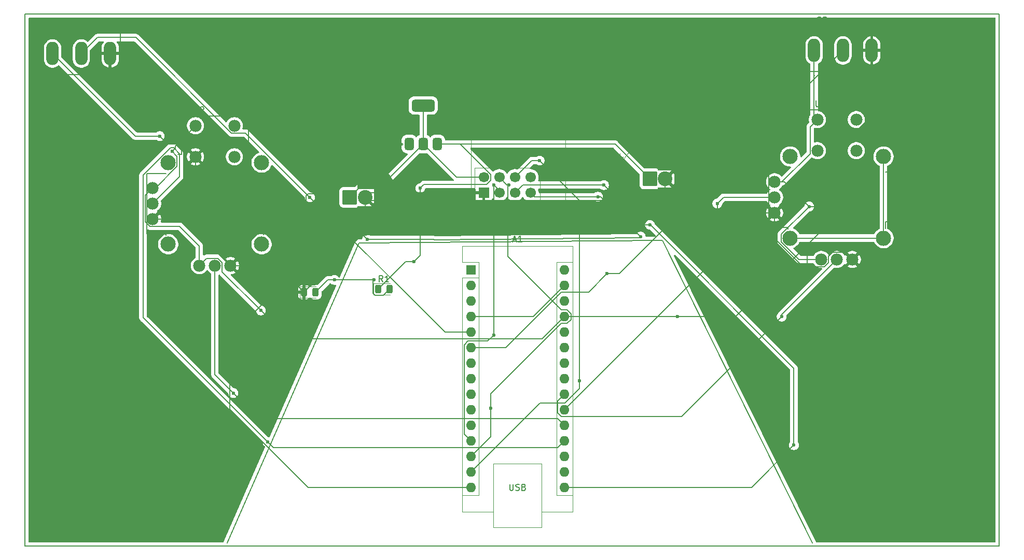
<source format=gbr>
%TF.GenerationSoftware,KiCad,Pcbnew,9.0.6*%
%TF.CreationDate,2026-01-25T11:53:11+05:30*%
%TF.ProjectId,transmitter,7472616e-736d-4697-9474-65722e6b6963,rev?*%
%TF.SameCoordinates,Original*%
%TF.FileFunction,Other,ECO2*%
%FSLAX46Y46*%
G04 Gerber Fmt 4.6, Leading zero omitted, Abs format (unit mm)*
G04 Created by KiCad (PCBNEW 9.0.6) date 2026-01-25 11:53:11*
%MOMM*%
%LPD*%
G01*
G04 APERTURE LIST*
G04 Aperture macros list*
%AMRoundRect*
0 Rectangle with rounded corners*
0 $1 Rounding radius*
0 $2 $3 $4 $5 $6 $7 $8 $9 X,Y pos of 4 corners*
0 Add a 4 corners polygon primitive as box body*
4,1,4,$2,$3,$4,$5,$6,$7,$8,$9,$2,$3,0*
0 Add four circle primitives for the rounded corners*
1,1,$1+$1,$2,$3*
1,1,$1+$1,$4,$5*
1,1,$1+$1,$6,$7*
1,1,$1+$1,$8,$9*
0 Add four rect primitives between the rounded corners*
20,1,$1+$1,$2,$3,$4,$5,0*
20,1,$1+$1,$4,$5,$6,$7,0*
20,1,$1+$1,$6,$7,$8,$9,0*
20,1,$1+$1,$8,$9,$2,$3,0*%
G04 Aperture macros list end*
%TA.AperFunction,ComponentPad*%
%ADD10C,1.700000*%
%TD*%
%TA.AperFunction,ComponentPad*%
%ADD11R,1.700000X1.700000*%
%TD*%
%TA.AperFunction,ComponentPad*%
%ADD12R,1.600000X1.600000*%
%TD*%
%TA.AperFunction,ComponentPad*%
%ADD13O,1.600000X1.600000*%
%TD*%
%TA.AperFunction,ComponentPad*%
%ADD14O,1.810000X3.620000*%
%TD*%
%TA.AperFunction,ComponentPad*%
%ADD15C,1.778000*%
%TD*%
%TA.AperFunction,ComponentPad*%
%ADD16C,2.286000*%
%TD*%
%TA.AperFunction,ComponentPad*%
%ADD17RoundRect,0.250001X-0.949999X-0.949999X0.949999X-0.949999X0.949999X0.949999X-0.949999X0.949999X0*%
%TD*%
%TA.AperFunction,ComponentPad*%
%ADD18C,2.400000*%
%TD*%
%TA.AperFunction,ViaPad*%
%ADD19C,0.600000*%
%TD*%
%TA.AperFunction,Conductor*%
%ADD20C,0.200000*%
%TD*%
%TA.AperFunction,SMDPad,CuDef*%
%ADD21RoundRect,0.375000X0.375000X-0.625000X0.375000X0.625000X-0.375000X0.625000X-0.375000X-0.625000X0*%
%TD*%
%TA.AperFunction,SMDPad,CuDef*%
%ADD22RoundRect,0.500000X1.400000X-0.500000X1.400000X0.500000X-1.400000X0.500000X-1.400000X-0.500000X0*%
%TD*%
%TA.AperFunction,SMDPad,CuDef*%
%ADD23RoundRect,0.243750X-0.243750X-0.456250X0.243750X-0.456250X0.243750X0.456250X-0.243750X0.456250X0*%
%TD*%
%ADD24C,1.700000*%
%ADD25R,1.700000X1.700000*%
%ADD26R,1.600000X1.600000*%
%ADD27O,1.600000X1.600000*%
%ADD28O,2.014000X3.824000*%
%ADD29C,1.982000*%
%ADD30C,2.490000*%
%ADD31RoundRect,0.375000X0.375000X-0.625000X0.375000X0.625000X-0.375000X0.625000X-0.375000X-0.625000X0*%
%ADD32RoundRect,0.500000X1.400000X-0.500000X1.400000X0.500000X-1.400000X0.500000X-1.400000X-0.500000X0*%
%ADD33RoundRect,0.243750X-0.243750X-0.456250X0.243750X-0.456250X0.243750X0.456250X-0.243750X0.456250X0*%
%ADD34RoundRect,0.250001X-0.949999X-0.949999X0.949999X-0.949999X0.949999X0.949999X-0.949999X0.949999X0*%
%ADD35C,2.400000*%
%ADD36C,0.150000*%
%ADD37C,0.120000*%
%ADD38C,0.127000*%
%ADD39C,0.200000*%
G04 APERTURE END LIST*
D10*
%TO.P,U1,8,IRQ*%
%TO.N,unconnected-(U1-IRQ-Pad8)*%
X168495000Y-64249500D03*
%TO.P,U1,7,MISO*%
%TO.N,Net-(A1-D12{slash}CIPO)*%
X168495000Y-66789500D03*
%TO.P,U1,6,MOSI*%
%TO.N,Net-(A1-D11{slash}COPI)*%
X165955000Y-64249500D03*
%TO.P,U1,5,SCK*%
%TO.N,Net-(A1-D13{slash}SCK)*%
X165955000Y-66789500D03*
%TO.P,U1,4,~{CSN}*%
%TO.N,Net-(A1-D10{slash}CS)*%
X163415000Y-64249500D03*
%TO.P,U1,3,CE*%
%TO.N,Net-(A1-D9)*%
X163415000Y-66789500D03*
%TO.P,U1,2,VCC*%
%TO.N,Net-(U1-VCC)*%
X160875000Y-64249500D03*
D11*
%TO.P,U1,1,GND*%
%TO.N,GND*%
X160875000Y-66789500D03*
%TD*%
D12*
%TO.P,A1,1,D1/TX*%
%TO.N,unconnected-(A1-D1{slash}TX-Pad1)*%
X158760000Y-79380000D03*
D13*
%TO.P,A1,2,D0/RX*%
%TO.N,unconnected-(A1-D0{slash}RX-Pad2)*%
X158760000Y-81920000D03*
%TO.P,A1,3,~{RESET}*%
%TO.N,unconnected-(A1-~{RESET}-Pad3)*%
X158760000Y-84460000D03*
%TO.P,A1,4,GND*%
%TO.N,Net-(A1-GND-Pad29)*%
X158760000Y-87000000D03*
%TO.P,A1,5,D2*%
%TO.N,Net-(A1-D2)*%
X158760000Y-89540000D03*
%TO.P,A1,6,D3*%
%TO.N,Net-(A1-D3)*%
X158760000Y-92080000D03*
%TO.P,A1,7,D4*%
%TO.N,unconnected-(A1-D4-Pad7)*%
X158760000Y-94620000D03*
%TO.P,A1,8,D5*%
%TO.N,unconnected-(A1-D5-Pad8)*%
X158760000Y-97160000D03*
%TO.P,A1,9,D6*%
%TO.N,unconnected-(A1-D6-Pad9)*%
X158760000Y-99700000D03*
%TO.P,A1,10,D7*%
%TO.N,unconnected-(A1-D7-Pad10)*%
X158760000Y-102240000D03*
%TO.P,A1,11,D8*%
%TO.N,unconnected-(A1-D8-Pad11)*%
X158760000Y-104780000D03*
%TO.P,A1,12,D9*%
%TO.N,Net-(A1-D9)*%
X158760000Y-107320000D03*
%TO.P,A1,13,D10/CS*%
%TO.N,Net-(A1-D10{slash}CS)*%
X158760000Y-109860000D03*
%TO.P,A1,14,D11/COPI*%
%TO.N,Net-(A1-D11{slash}COPI)*%
X158760000Y-112400000D03*
%TO.P,A1,15,D12/CIPO*%
%TO.N,Net-(A1-D12{slash}CIPO)*%
X158760000Y-114940000D03*
%TO.P,A1,16,D13/SCK*%
%TO.N,Net-(A1-D13{slash}SCK)*%
X174000000Y-114940000D03*
%TO.P,A1,17,3V3*%
%TO.N,unconnected-(A1-3V3-Pad17)*%
X174000000Y-112400000D03*
%TO.P,A1,18,B0*%
%TO.N,unconnected-(A1-B0-Pad18)*%
X174000000Y-109860000D03*
%TO.P,A1,19,A0*%
%TO.N,Net-(A1-A0)*%
X174000000Y-107320000D03*
%TO.P,A1,20,A1*%
%TO.N,Net-(A1-A1)*%
X174000000Y-104780000D03*
%TO.P,A1,21,A2*%
%TO.N,Net-(A1-A2)*%
X174000000Y-102240000D03*
%TO.P,A1,22,A3*%
%TO.N,Net-(A1-A3)*%
X174000000Y-99700000D03*
%TO.P,A1,23,SDA/A4*%
%TO.N,unconnected-(A1-SDA{slash}A4-Pad23)*%
X174000000Y-97160000D03*
%TO.P,A1,24,SCL/A5*%
%TO.N,unconnected-(A1-SCL{slash}A5-Pad24)*%
X174000000Y-94620000D03*
%TO.P,A1,25,A6*%
%TO.N,unconnected-(A1-A6-Pad25)*%
X174000000Y-92080000D03*
%TO.P,A1,26,A7*%
%TO.N,unconnected-(A1-A7-Pad26)*%
X174000000Y-89540000D03*
%TO.P,A1,27,VUSB/5V*%
%TO.N,+5V*%
X174000000Y-87000000D03*
%TO.P,A1,28,B1*%
%TO.N,unconnected-(A1-B1-Pad28)*%
X174000000Y-84460000D03*
%TO.P,A1,29,GND*%
%TO.N,Net-(A1-GND-Pad29)*%
X174000000Y-81920000D03*
%TO.P,A1,30,VIN*%
%TO.N,unconnected-(A1-VIN-Pad30)*%
X174000000Y-79380000D03*
%TD*%
D14*
%TO.P,S2,1*%
%TO.N,+5V*%
X214800000Y-43500000D03*
%TO.P,S2,2*%
%TO.N,Net-(A1-D3)*%
X219500000Y-43500000D03*
%TO.P,S2,3*%
%TO.N,GND*%
X224200000Y-43500000D03*
%TD*%
%TO.P,S1,1*%
%TO.N,+5V*%
X90500000Y-44000000D03*
%TO.P,S1,2*%
%TO.N,Net-(A1-D2)*%
X95200000Y-44000000D03*
%TO.P,S1,3*%
%TO.N,GND*%
X99900000Y-44000000D03*
%TD*%
D15*
%TO.P,U3,B1A,SEL+*%
%TO.N,+5V*%
X215325000Y-54800000D03*
%TO.P,U3,B1B*%
%TO.N,N/C*%
X221675000Y-54800000D03*
%TO.P,U3,B2A,SEL-*%
%TO.N,unconnected-(U3-SEL--PadB2A)*%
X215325000Y-59880000D03*
%TO.P,U3,B2B*%
%TO.N,N/C*%
X221675000Y-59880000D03*
%TO.P,U3,H1,H+*%
%TO.N,+5V*%
X215960000Y-77660000D03*
%TO.P,U3,H2,H*%
%TO.N,Net-(A1-A3)*%
X218500000Y-77660000D03*
%TO.P,U3,H3,H-*%
%TO.N,GND*%
X221040000Y-77660000D03*
D16*
%TO.P,U3,S1,SHIELD*%
%TO.N,Net-(U3-SHIELD-PadS1)*%
X210880000Y-60832500D03*
%TO.P,U3,S2,SHIELD*%
X210880000Y-74167500D03*
%TO.P,U3,S3,SHIELD*%
X226120000Y-74167500D03*
%TO.P,U3,S4,SHIELD*%
X226120000Y-60832500D03*
D15*
%TO.P,U3,V1,V+*%
%TO.N,+5V*%
X208340000Y-64960000D03*
%TO.P,U3,V2,V*%
%TO.N,Net-(A1-A2)*%
X208340000Y-67500000D03*
%TO.P,U3,V3,V-*%
%TO.N,GND*%
X208340000Y-70040000D03*
%TD*%
%TO.P,U2,B1A,SEL+*%
%TO.N,+5V*%
X113825000Y-55800000D03*
%TO.P,U2,B1B*%
%TO.N,N/C*%
X120175000Y-55800000D03*
%TO.P,U2,B2A,SEL-*%
%TO.N,GND*%
X113825000Y-60880000D03*
%TO.P,U2,B2B*%
%TO.N,N/C*%
X120175000Y-60880000D03*
%TO.P,U2,H1,H+*%
%TO.N,+5V*%
X114460000Y-78660000D03*
%TO.P,U2,H2,H*%
%TO.N,Net-(A1-A1)*%
X117000000Y-78660000D03*
%TO.P,U2,H3,H-*%
%TO.N,GND*%
X119540000Y-78660000D03*
D16*
%TO.P,U2,S1,SHIELD*%
%TO.N,Net-(U2-SHIELD-PadS1)*%
X109380000Y-61832500D03*
%TO.P,U2,S2,SHIELD*%
X109380000Y-75167500D03*
%TO.P,U2,S3,SHIELD*%
X124620000Y-75167500D03*
%TO.P,U2,S4,SHIELD*%
X124620000Y-61832500D03*
D15*
%TO.P,U2,V1,V+*%
%TO.N,+5V*%
X106840000Y-65960000D03*
%TO.P,U2,V2,V*%
%TO.N,Net-(A1-A0)*%
X106840000Y-68500000D03*
%TO.P,U2,V3,V-*%
%TO.N,GND*%
X106840000Y-71040000D03*
%TD*%
D17*
%TO.P,C2,1*%
%TO.N,Net-(U4-VI)*%
X188000000Y-64500000D03*
D18*
%TO.P,C2,2*%
%TO.N,GND*%
X190500000Y-64500000D03*
%TD*%
D17*
%TO.P,C1,1*%
%TO.N,Net-(U1-VCC)*%
X139000000Y-67500000D03*
D18*
%TO.P,C1,2*%
%TO.N,GND*%
X141500000Y-67500000D03*
%TD*%
D19*
%TO.N,Net-(A1-D12{slash}CIPO)*%
X141842287Y-74386410D03*
X179500000Y-67400000D03*
X186494298Y-73935380D03*
%TO.N,Net-(A1-D13{slash}SCK)*%
X188000000Y-72000000D03*
X211500000Y-108000000D03*
X180500000Y-65500000D03*
%TO.N,Net-(A1-D11{slash}COPI)*%
X176500000Y-97500000D03*
X170000000Y-61500000D03*
%TO.N,Net-(A1-D9)*%
X162500000Y-90000000D03*
X162500000Y-65500000D03*
%TO.N,Net-(A1-D10{slash}CS)*%
X162000000Y-102000000D03*
X165000000Y-65500000D03*
%TO.N,+5V*%
X192500000Y-87000000D03*
%TO.N,Net-(A1-D3)*%
X181000000Y-80000000D03*
%TO.N,Net-(D1-A)*%
X143000000Y-81000000D03*
X136500000Y-81000000D03*
%TO.N,+5V*%
X124500000Y-86000000D03*
%TO.N,Net-(A1-A0)*%
X125584065Y-107501171D03*
%TO.N,Net-(A1-A1)*%
X120000000Y-99500000D03*
%TO.N,Net-(U4-VI)*%
X149500000Y-78000000D03*
X150500000Y-66000000D03*
%TO.N,Net-(A1-D2)*%
X132500000Y-67500000D03*
%TO.N,+5V*%
X108000000Y-57500000D03*
X110000000Y-60000000D03*
%TO.N,Net-(A1-A3)*%
X209500000Y-87000000D03*
%TO.N,Net-(A1-A2)*%
X199000000Y-68500000D03*
%TO.N,+5V*%
X214000000Y-69000000D03*
%TD*%
D20*
%TO.N,Net-(A1-D12{slash}CIPO)*%
X132172951Y-114940000D02*
X158760000Y-114940000D01*
X119399000Y-90251057D02*
X119399000Y-102166049D01*
X131899000Y-77751057D02*
X119399000Y-90251057D01*
X131899000Y-67251057D02*
X131899000Y-77751057D01*
X132251057Y-66899000D02*
X131899000Y-67251057D01*
X134354877Y-66899000D02*
X132251057Y-66899000D01*
X141842287Y-74386410D02*
X134354877Y-66899000D01*
X179958918Y-67400000D02*
X186494298Y-73935380D01*
X179500000Y-67400000D02*
X179958918Y-67400000D01*
X119399000Y-102166049D02*
X132172951Y-114940000D01*
%TO.N,Net-(A1-D13{slash}SCK)*%
X204560000Y-114940000D02*
X174000000Y-114940000D01*
X211500000Y-108000000D02*
X204560000Y-114940000D01*
X187000000Y-72000000D02*
X188000000Y-72000000D01*
X180500000Y-65500000D02*
X187000000Y-72000000D01*
%TO.N,Net-(A1-D11{slash}COPI)*%
X176500000Y-68000000D02*
X176500000Y-97500000D01*
X170000000Y-61500000D02*
X176500000Y-68000000D01*
%TO.N,Net-(A1-D9)*%
X162500000Y-65500000D02*
X162500000Y-90000000D01*
%TO.N,Net-(A1-D10{slash}CS)*%
X162000000Y-99644950D02*
X162000000Y-102000000D01*
X173543950Y-88101000D02*
X162000000Y-99644950D01*
X175101000Y-87456050D02*
X174456050Y-88101000D01*
X175101000Y-86543950D02*
X175101000Y-87456050D01*
X174456050Y-85899000D02*
X175101000Y-86543950D01*
X174456050Y-88101000D02*
X173543950Y-88101000D01*
X164804000Y-77159050D02*
X173543950Y-85899000D01*
X173543950Y-85899000D02*
X174456050Y-85899000D01*
X164804000Y-65696000D02*
X164804000Y-77159050D01*
X165000000Y-65500000D02*
X164804000Y-65696000D01*
%TO.N,+5V*%
X216000000Y-69000000D02*
X214000000Y-69000000D01*
X192500000Y-87000000D02*
X202000000Y-87000000D01*
X202000000Y-87000000D02*
X218000000Y-71000000D01*
X218000000Y-71000000D02*
X216000000Y-69000000D01*
%TO.N,Net-(A1-D3)*%
X181000000Y-80000000D02*
X183000000Y-80000000D01*
X183000000Y-80000000D02*
X219500000Y-43500000D01*
%TO.N,Net-(D1-A)*%
X136500000Y-81000000D02*
X143000000Y-81000000D01*
%TO.N,+5V*%
X170359000Y-90641000D02*
X174000000Y-87000000D01*
X129141000Y-90641000D02*
X170359000Y-90641000D01*
X124500000Y-86000000D02*
X129141000Y-90641000D01*
%TO.N,Net-(A1-A0)*%
X172899000Y-108421000D02*
X174000000Y-107320000D01*
X126503894Y-108421000D02*
X172899000Y-108421000D01*
X125584065Y-107501171D02*
X126503894Y-108421000D01*
%TO.N,Net-(A1-A1)*%
X124179000Y-103679000D02*
X172899000Y-103679000D01*
X172899000Y-103679000D02*
X174000000Y-104780000D01*
X120000000Y-99500000D02*
X124179000Y-103679000D01*
%TO.N,Net-(U4-VI)*%
X150500000Y-77000000D02*
X149500000Y-78000000D01*
X150500000Y-66000000D02*
X150500000Y-77000000D01*
%TO.N,Net-(A1-D2)*%
X132500000Y-67500000D02*
X154540000Y-89540000D01*
X154540000Y-89540000D02*
X158760000Y-89540000D01*
%TO.N,+5V*%
X109312500Y-58812500D02*
X110812500Y-58812500D01*
X110500000Y-59125000D02*
X110812500Y-58812500D01*
X108000000Y-57500000D02*
X109312500Y-58812500D01*
X110812500Y-58812500D02*
X113825000Y-55800000D01*
X110500000Y-59500000D02*
X110500000Y-59125000D01*
X110000000Y-60000000D02*
X110500000Y-59500000D01*
%TO.N,Net-(A1-A3)*%
X172899000Y-100801000D02*
X174000000Y-99700000D01*
X172899000Y-102696050D02*
X172899000Y-100801000D01*
X173543950Y-103341000D02*
X172899000Y-102696050D01*
X193159000Y-103341000D02*
X173543950Y-103341000D01*
X209500000Y-87000000D02*
X193159000Y-103341000D01*
%TO.N,Net-(A1-A2)*%
X199000000Y-77240000D02*
X174000000Y-102240000D01*
X199000000Y-68500000D02*
X199000000Y-77240000D01*
%TO.N,+5V*%
X209960000Y-64960000D02*
X208340000Y-64960000D01*
X214000000Y-69000000D02*
X209960000Y-64960000D01*
%TD*%
%TO.N,Net-(U3-SHIELD-PadS1)*%
X140500000Y-75000000D02*
X190000000Y-74500000D01*
X86000000Y-37500000D02*
X245000000Y-37500000D01*
X245000000Y-124500000D01*
X86000000Y-124500000D01*
X86000000Y-37500000D01*
X190000000Y-74500000D02*
X214500000Y-124000000D01*
X119000000Y-124000000D02*
X140500000Y-75000000D01*
%TD*%
D10*
%TO.P,U1,8,IRQ*%
%TO.N,unconnected-(U1-IRQ-Pad8)*%
X168495000Y-64249500D03*
%TO.P,U1,7,MISO*%
%TO.N,Net-(A1-D12{slash}CIPO)*%
X168495000Y-66789500D03*
%TO.P,U1,6,MOSI*%
%TO.N,Net-(A1-D11{slash}COPI)*%
X165955000Y-64249500D03*
%TO.P,U1,5,SCK*%
%TO.N,Net-(A1-D13{slash}SCK)*%
X165955000Y-66789500D03*
%TO.P,U1,4,~{CSN}*%
%TO.N,Net-(A1-D10{slash}CS)*%
X163415000Y-64249500D03*
%TO.P,U1,3,CE*%
%TO.N,Net-(A1-D9)*%
X163415000Y-66789500D03*
%TO.P,U1,2,VCC*%
%TO.N,Net-(U1-VCC)*%
X160875000Y-64249500D03*
D11*
%TO.P,U1,1,GND*%
%TO.N,GND*%
X160875000Y-66789500D03*
%TD*%
D12*
%TO.P,A1,1,D1/TX*%
%TO.N,unconnected-(A1-D1{slash}TX-Pad1)*%
X158760000Y-79380000D03*
D13*
%TO.P,A1,2,D0/RX*%
%TO.N,unconnected-(A1-D0{slash}RX-Pad2)*%
X158760000Y-81920000D03*
%TO.P,A1,3,~{RESET}*%
%TO.N,unconnected-(A1-~{RESET}-Pad3)*%
X158760000Y-84460000D03*
%TO.P,A1,4,GND*%
%TO.N,Net-(A1-GND-Pad29)*%
X158760000Y-87000000D03*
%TO.P,A1,5,D2*%
%TO.N,Net-(A1-D2)*%
X158760000Y-89540000D03*
%TO.P,A1,6,D3*%
%TO.N,Net-(A1-D3)*%
X158760000Y-92080000D03*
%TO.P,A1,7,D4*%
%TO.N,unconnected-(A1-D4-Pad7)*%
X158760000Y-94620000D03*
%TO.P,A1,8,D5*%
%TO.N,unconnected-(A1-D5-Pad8)*%
X158760000Y-97160000D03*
%TO.P,A1,9,D6*%
%TO.N,unconnected-(A1-D6-Pad9)*%
X158760000Y-99700000D03*
%TO.P,A1,10,D7*%
%TO.N,unconnected-(A1-D7-Pad10)*%
X158760000Y-102240000D03*
%TO.P,A1,11,D8*%
%TO.N,unconnected-(A1-D8-Pad11)*%
X158760000Y-104780000D03*
%TO.P,A1,12,D9*%
%TO.N,Net-(A1-D9)*%
X158760000Y-107320000D03*
%TO.P,A1,13,D10/CS*%
%TO.N,Net-(A1-D10{slash}CS)*%
X158760000Y-109860000D03*
%TO.P,A1,14,D11/COPI*%
%TO.N,Net-(A1-D11{slash}COPI)*%
X158760000Y-112400000D03*
%TO.P,A1,15,D12/CIPO*%
%TO.N,Net-(A1-D12{slash}CIPO)*%
X158760000Y-114940000D03*
%TO.P,A1,16,D13/SCK*%
%TO.N,Net-(A1-D13{slash}SCK)*%
X174000000Y-114940000D03*
%TO.P,A1,17,3V3*%
%TO.N,unconnected-(A1-3V3-Pad17)*%
X174000000Y-112400000D03*
%TO.P,A1,18,B0*%
%TO.N,unconnected-(A1-B0-Pad18)*%
X174000000Y-109860000D03*
%TO.P,A1,19,A0*%
%TO.N,Net-(A1-A0)*%
X174000000Y-107320000D03*
%TO.P,A1,20,A1*%
%TO.N,Net-(A1-A1)*%
X174000000Y-104780000D03*
%TO.P,A1,21,A2*%
%TO.N,Net-(A1-A2)*%
X174000000Y-102240000D03*
%TO.P,A1,22,A3*%
%TO.N,Net-(A1-A3)*%
X174000000Y-99700000D03*
%TO.P,A1,23,SDA/A4*%
%TO.N,unconnected-(A1-SDA{slash}A4-Pad23)*%
X174000000Y-97160000D03*
%TO.P,A1,24,SCL/A5*%
%TO.N,unconnected-(A1-SCL{slash}A5-Pad24)*%
X174000000Y-94620000D03*
%TO.P,A1,25,A6*%
%TO.N,unconnected-(A1-A6-Pad25)*%
X174000000Y-92080000D03*
%TO.P,A1,26,A7*%
%TO.N,unconnected-(A1-A7-Pad26)*%
X174000000Y-89540000D03*
%TO.P,A1,27,VUSB/5V*%
%TO.N,+5V*%
X174000000Y-87000000D03*
%TO.P,A1,28,B1*%
%TO.N,unconnected-(A1-B1-Pad28)*%
X174000000Y-84460000D03*
%TO.P,A1,29,GND*%
%TO.N,Net-(A1-GND-Pad29)*%
X174000000Y-81920000D03*
%TO.P,A1,30,VIN*%
%TO.N,unconnected-(A1-VIN-Pad30)*%
X174000000Y-79380000D03*
%TD*%
D14*
%TO.P,S2,1*%
%TO.N,+5V*%
X214800000Y-43500000D03*
%TO.P,S2,2*%
%TO.N,Net-(A1-D3)*%
X219500000Y-43500000D03*
%TO.P,S2,3*%
%TO.N,GND*%
X224200000Y-43500000D03*
%TD*%
%TO.P,S1,1*%
%TO.N,+5V*%
X90500000Y-44000000D03*
%TO.P,S1,2*%
%TO.N,Net-(A1-D2)*%
X95200000Y-44000000D03*
%TO.P,S1,3*%
%TO.N,GND*%
X99900000Y-44000000D03*
%TD*%
D15*
%TO.P,U3,B1A,SEL+*%
%TO.N,+5V*%
X215325000Y-54800000D03*
%TO.P,U3,B1B*%
%TO.N,N/C*%
X221675000Y-54800000D03*
%TO.P,U3,B2A,SEL-*%
%TO.N,unconnected-(U3-SEL--PadB2A)*%
X215325000Y-59880000D03*
%TO.P,U3,B2B*%
%TO.N,N/C*%
X221675000Y-59880000D03*
%TO.P,U3,H1,H+*%
%TO.N,+5V*%
X215960000Y-77660000D03*
%TO.P,U3,H2,H*%
%TO.N,Net-(A1-A3)*%
X218500000Y-77660000D03*
%TO.P,U3,H3,H-*%
%TO.N,GND*%
X221040000Y-77660000D03*
D16*
%TO.P,U3,S1,SHIELD*%
%TO.N,Net-(U3-SHIELD-PadS1)*%
X210880000Y-60832500D03*
%TO.P,U3,S2,SHIELD*%
X210880000Y-74167500D03*
%TO.P,U3,S3,SHIELD*%
X226120000Y-74167500D03*
%TO.P,U3,S4,SHIELD*%
X226120000Y-60832500D03*
D15*
%TO.P,U3,V1,V+*%
%TO.N,+5V*%
X208340000Y-64960000D03*
%TO.P,U3,V2,V*%
%TO.N,Net-(A1-A2)*%
X208340000Y-67500000D03*
%TO.P,U3,V3,V-*%
%TO.N,GND*%
X208340000Y-70040000D03*
%TD*%
%TO.P,U2,B1A,SEL+*%
%TO.N,+5V*%
X113825000Y-55800000D03*
%TO.P,U2,B1B*%
%TO.N,N/C*%
X120175000Y-55800000D03*
%TO.P,U2,B2A,SEL-*%
%TO.N,GND*%
X113825000Y-60880000D03*
%TO.P,U2,B2B*%
%TO.N,N/C*%
X120175000Y-60880000D03*
%TO.P,U2,H1,H+*%
%TO.N,+5V*%
X114460000Y-78660000D03*
%TO.P,U2,H2,H*%
%TO.N,Net-(A1-A1)*%
X117000000Y-78660000D03*
%TO.P,U2,H3,H-*%
%TO.N,GND*%
X119540000Y-78660000D03*
D16*
%TO.P,U2,S1,SHIELD*%
%TO.N,Net-(U2-SHIELD-PadS1)*%
X109380000Y-61832500D03*
%TO.P,U2,S2,SHIELD*%
X109380000Y-75167500D03*
%TO.P,U2,S3,SHIELD*%
X124620000Y-75167500D03*
%TO.P,U2,S4,SHIELD*%
X124620000Y-61832500D03*
D15*
%TO.P,U2,V1,V+*%
%TO.N,+5V*%
X106840000Y-65960000D03*
%TO.P,U2,V2,V*%
%TO.N,Net-(A1-A0)*%
X106840000Y-68500000D03*
%TO.P,U2,V3,V-*%
%TO.N,GND*%
X106840000Y-71040000D03*
%TD*%
D21*
%TO.P,U4,1,ADJ*%
%TO.N,unconnected-(U4-ADJ-Pad1)*%
X148700000Y-58800000D03*
%TO.P,U4,2,VO*%
%TO.N,Net-(U1-VCC)*%
X151000000Y-58800000D03*
D22*
X151000000Y-52500000D03*
D21*
%TO.P,U4,3,VI*%
%TO.N,Net-(U4-VI)*%
X153300000Y-58800000D03*
%TD*%
D23*
%TO.P,R1,1*%
%TO.N,Net-(U4-VI)*%
X143625000Y-82500000D03*
%TO.P,R1,2*%
%TO.N,Net-(D1-A)*%
X145500000Y-82500000D03*
%TD*%
D17*
%TO.P,C2,1*%
%TO.N,Net-(U4-VI)*%
X188000000Y-64500000D03*
D18*
%TO.P,C2,2*%
%TO.N,GND*%
X190500000Y-64500000D03*
%TD*%
D17*
%TO.P,C1,1*%
%TO.N,Net-(U1-VCC)*%
X139000000Y-67500000D03*
D18*
%TO.P,C1,2*%
%TO.N,GND*%
X141500000Y-67500000D03*
%TD*%
D23*
%TO.P,D1,1,K*%
%TO.N,GND*%
X131562500Y-83000000D03*
%TO.P,D1,2,A*%
%TO.N,Net-(D1-A)*%
X133437500Y-83000000D03*
%TD*%
D19*
%TO.N,Net-(A1-D12{slash}CIPO)*%
X141842287Y-74386410D03*
X179500000Y-67400000D03*
X186494298Y-73935380D03*
%TO.N,Net-(A1-D13{slash}SCK)*%
X188000000Y-72000000D03*
X211500000Y-108000000D03*
X180500000Y-65500000D03*
%TO.N,Net-(A1-D11{slash}COPI)*%
X176500000Y-97500000D03*
X170000000Y-61500000D03*
%TO.N,Net-(A1-D9)*%
X162500000Y-90000000D03*
X162500000Y-65500000D03*
%TO.N,Net-(A1-D10{slash}CS)*%
X162000000Y-102000000D03*
X165000000Y-65500000D03*
%TO.N,+5V*%
X192500000Y-87000000D03*
%TO.N,Net-(A1-D3)*%
X181000000Y-80000000D03*
%TO.N,Net-(D1-A)*%
X143000000Y-81000000D03*
X136500000Y-81000000D03*
%TO.N,+5V*%
X124500000Y-86000000D03*
%TO.N,Net-(A1-A0)*%
X125584065Y-107501171D03*
%TO.N,Net-(A1-A1)*%
X120000000Y-99500000D03*
%TO.N,Net-(U4-VI)*%
X149500000Y-78000000D03*
X150500000Y-66000000D03*
%TO.N,Net-(A1-D2)*%
X132500000Y-67500000D03*
%TO.N,+5V*%
X108000000Y-57500000D03*
X110000000Y-60000000D03*
%TO.N,Net-(A1-A3)*%
X209500000Y-87000000D03*
%TO.N,Net-(A1-A2)*%
X199000000Y-68500000D03*
%TO.N,+5V*%
X214000000Y-69000000D03*
%TD*%
D20*
%TO.N,Net-(A1-D12{slash}CIPO)*%
X152658365Y-74386410D02*
X141842287Y-74386410D01*
X152747225Y-74475270D02*
X152658365Y-74386410D01*
X186364297Y-74135703D02*
X152747225Y-74475270D01*
X186494298Y-73935380D02*
X186494298Y-74005702D01*
X186494298Y-74005702D02*
X186364297Y-74135703D01*
X169105500Y-67400000D02*
X179500000Y-67400000D01*
X168495000Y-66789500D02*
X169105500Y-67400000D01*
%TO.N,Net-(A1-D13{slash}SCK)*%
X211500000Y-95431957D02*
X211500000Y-108000000D01*
X188068043Y-72000000D02*
X211500000Y-95431957D01*
X167244500Y-65500000D02*
X180500000Y-65500000D01*
X165955000Y-66789500D02*
X167244500Y-65500000D01*
X188000000Y-72000000D02*
X188068043Y-72000000D01*
%TO.N,Net-(A1-D11{slash}COPI)*%
X170021000Y-101139000D02*
X158760000Y-112400000D01*
X174118050Y-101139000D02*
X170021000Y-101139000D01*
X176500000Y-98757050D02*
X174118050Y-101139000D01*
X176500000Y-97500000D02*
X176500000Y-98757050D01*
X168704500Y-61500000D02*
X170000000Y-61500000D01*
X165955000Y-64249500D02*
X168704500Y-61500000D01*
%TO.N,Net-(A1-D9)*%
X157659000Y-106219000D02*
X158760000Y-107320000D01*
X157659000Y-91623950D02*
X157659000Y-106219000D01*
X158303950Y-90979000D02*
X157659000Y-91623950D01*
X161521000Y-90979000D02*
X158303950Y-90979000D01*
X162500000Y-90000000D02*
X161521000Y-90979000D01*
X163415000Y-66415000D02*
X162500000Y-65500000D01*
X163415000Y-66789500D02*
X163415000Y-66415000D01*
%TO.N,Net-(A1-D10{slash}CS)*%
X162000000Y-106620000D02*
X158760000Y-109860000D01*
X164665500Y-65500000D02*
X165000000Y-65500000D01*
X163415000Y-64249500D02*
X164665500Y-65500000D01*
X162000000Y-102000000D02*
X162000000Y-106620000D01*
%TO.N,+5V*%
X174000000Y-87000000D02*
X192500000Y-87000000D01*
%TO.N,GND*%
X208340000Y-74236725D02*
X208340000Y-70040000D01*
X212953275Y-78850000D02*
X208340000Y-74236725D01*
X216452915Y-78850000D02*
X212953275Y-78850000D01*
X217150000Y-78152915D02*
X216452915Y-78850000D01*
X217847085Y-76470000D02*
X217150000Y-77167085D01*
X221040000Y-77660000D02*
X219850000Y-76470000D01*
X219850000Y-76470000D02*
X217847085Y-76470000D01*
X217150000Y-77167085D02*
X217150000Y-78152915D01*
%TO.N,+5V*%
X214800000Y-54275000D02*
X215325000Y-54800000D01*
X214800000Y-43500000D02*
X214800000Y-54275000D01*
%TO.N,Net-(A1-D3)*%
X177979000Y-83021000D02*
X181000000Y-80000000D01*
X173543950Y-83021000D02*
X177979000Y-83021000D01*
X164484950Y-92080000D02*
X173543950Y-83021000D01*
X158760000Y-92080000D02*
X164484950Y-92080000D01*
%TO.N,Net-(A1-GND-Pad29)*%
X168920000Y-87000000D02*
X174000000Y-81920000D01*
X158760000Y-87000000D02*
X168920000Y-87000000D01*
%TO.N,Net-(D1-A)*%
X143148854Y-83501000D02*
X144499000Y-83501000D01*
X142836500Y-83188646D02*
X143148854Y-83501000D01*
X142836500Y-81163500D02*
X142836500Y-83188646D01*
X143000000Y-81000000D02*
X142836500Y-81163500D01*
X135437500Y-81000000D02*
X136500000Y-81000000D01*
X133437500Y-83000000D02*
X135437500Y-81000000D01*
X144499000Y-83501000D02*
X145500000Y-82500000D01*
%TO.N,+5V*%
X118190000Y-79690000D02*
X124500000Y-86000000D01*
X118190000Y-78167085D02*
X118190000Y-79690000D01*
X117492915Y-77470000D02*
X118190000Y-78167085D01*
X115650000Y-77470000D02*
X117492915Y-77470000D01*
X114460000Y-78660000D02*
X115650000Y-77470000D01*
%TO.N,Net-(A1-A0)*%
X105249000Y-87166106D02*
X125584065Y-107501171D01*
X105249000Y-63901057D02*
X105249000Y-87166106D01*
X111225000Y-60375057D02*
X110248943Y-59399000D01*
X111225000Y-64115000D02*
X111225000Y-60375057D01*
X109751057Y-59399000D02*
X105249000Y-63901057D01*
X110248943Y-59399000D02*
X109751057Y-59399000D01*
X106840000Y-68500000D02*
X111225000Y-64115000D01*
%TO.N,Net-(A1-A1)*%
X117000000Y-96500000D02*
X120000000Y-99500000D01*
X117000000Y-78660000D02*
X117000000Y-96500000D01*
%TO.N,GND*%
X142210500Y-66789500D02*
X141500000Y-67500000D01*
X160875000Y-66789500D02*
X142210500Y-66789500D01*
%TO.N,Net-(U4-VI)*%
X148125000Y-78000000D02*
X143625000Y-82500000D01*
X149500000Y-78000000D02*
X148125000Y-78000000D01*
X151099500Y-65400500D02*
X150500000Y-66000000D01*
X161351760Y-65400500D02*
X151099500Y-65400500D01*
X162026000Y-64726260D02*
X161351760Y-65400500D01*
X153300000Y-58800000D02*
X157053260Y-58800000D01*
X157053260Y-58800000D02*
X162026000Y-63772740D01*
X162026000Y-63772740D02*
X162026000Y-64726260D01*
%TO.N,Net-(A1-D2)*%
X119682085Y-56990000D02*
X121990000Y-56990000D01*
X121990000Y-56990000D02*
X132500000Y-67500000D01*
X104081085Y-41389000D02*
X119682085Y-56990000D01*
X97811000Y-41389000D02*
X104081085Y-41389000D01*
X95200000Y-44000000D02*
X97811000Y-41389000D01*
%TO.N,+5V*%
X104000000Y-57500000D02*
X108000000Y-57500000D01*
X90500000Y-44000000D02*
X104000000Y-57500000D01*
X110824000Y-62430625D02*
X110824000Y-60824000D01*
X107294625Y-65960000D02*
X110824000Y-62430625D01*
X110824000Y-60824000D02*
X110000000Y-60000000D01*
X106840000Y-65960000D02*
X107294625Y-65960000D01*
X105650000Y-71532915D02*
X105650000Y-67150000D01*
X106347085Y-72230000D02*
X105650000Y-71532915D01*
X105650000Y-67150000D02*
X106840000Y-65960000D01*
X111230000Y-72230000D02*
X106347085Y-72230000D01*
X114460000Y-75460000D02*
X111230000Y-72230000D01*
X114460000Y-78660000D02*
X114460000Y-75460000D01*
%TO.N,Net-(U1-VCC)*%
X140501000Y-65999000D02*
X139000000Y-67500000D01*
X143801000Y-65999000D02*
X140501000Y-65999000D01*
X151000000Y-58800000D02*
X143801000Y-65999000D01*
X151000000Y-58800000D02*
X151000000Y-52500000D01*
X160875000Y-64249500D02*
X156449500Y-64249500D01*
X156449500Y-64249500D02*
X151000000Y-58800000D01*
%TO.N,Net-(U4-VI)*%
X182300000Y-58800000D02*
X153300000Y-58800000D01*
X188000000Y-64500000D02*
X182300000Y-58800000D01*
%TO.N,Net-(A1-A3)*%
X209500000Y-86660000D02*
X209500000Y-87000000D01*
X218500000Y-77660000D02*
X209500000Y-86660000D01*
%TO.N,Net-(A1-A2)*%
X200000000Y-67500000D02*
X199000000Y-68500000D01*
X208340000Y-67500000D02*
X200000000Y-67500000D01*
%TO.N,+5V*%
X214135000Y-55990000D02*
X215325000Y-54800000D01*
X209547915Y-64960000D02*
X214135000Y-60372915D01*
X208340000Y-64960000D02*
X209547915Y-64960000D01*
X214135000Y-60372915D02*
X214135000Y-55990000D01*
X209436000Y-73564000D02*
X214000000Y-69000000D01*
X209436000Y-74765625D02*
X209436000Y-73564000D01*
X212330375Y-77660000D02*
X209436000Y-74765625D01*
X215960000Y-77660000D02*
X212330375Y-77660000D01*
%TO.N,Net-(U3-SHIELD-PadS1)*%
X226120000Y-74167500D02*
X210880000Y-74167500D01*
X226120000Y-60832500D02*
X226120000Y-74167500D01*
%TO.N,GND*%
X224200000Y-54180000D02*
X224200000Y-43500000D01*
X208340000Y-70040000D02*
X224200000Y-54180000D01*
X196040000Y-70040000D02*
X208340000Y-70040000D01*
X190500000Y-64500000D02*
X196040000Y-70040000D01*
X190500000Y-66197056D02*
X190500000Y-64500000D01*
X188697056Y-68000000D02*
X190500000Y-66197056D01*
X142000000Y-68000000D02*
X188697056Y-68000000D01*
X141500000Y-67500000D02*
X142000000Y-68000000D01*
X141500000Y-73062500D02*
X141500000Y-67500000D01*
X131562500Y-83000000D02*
X141500000Y-73062500D01*
X127222500Y-78660000D02*
X131562500Y-83000000D01*
X119540000Y-78660000D02*
X127222500Y-78660000D01*
X111920000Y-71040000D02*
X119540000Y-78660000D01*
X106840000Y-71040000D02*
X111920000Y-71040000D01*
X113825000Y-64055000D02*
X106840000Y-71040000D01*
X113825000Y-60880000D02*
X113825000Y-64055000D01*
X99900000Y-46955000D02*
X113825000Y-60880000D01*
X99900000Y-44000000D02*
X99900000Y-46955000D01*
%TD*%
%TA.AperFunction,Conductor*%
%TO.N,GND*%
G36*
X244342539Y-38120185D02*
G01*
X244388294Y-38172989D01*
X244399500Y-38224500D01*
X244399500Y-123775500D01*
X244379815Y-123842539D01*
X244327011Y-123888294D01*
X244275500Y-123899500D01*
X215193913Y-123899500D01*
X215126874Y-123879815D01*
X215081119Y-123827011D01*
X215076270Y-123812035D01*
X215075878Y-123812169D01*
X215073256Y-123804485D01*
X215073255Y-123804478D01*
X191936893Y-77059584D01*
X191924798Y-76990771D01*
X191951827Y-76926341D01*
X192009398Y-76886752D01*
X192079233Y-76884572D01*
X192135708Y-76916900D01*
X210863181Y-95644373D01*
X210896666Y-95705696D01*
X210899500Y-95732054D01*
X210899500Y-107420234D01*
X210879815Y-107487273D01*
X210878602Y-107489125D01*
X210790609Y-107620814D01*
X210790602Y-107620827D01*
X210730264Y-107766498D01*
X210730261Y-107766510D01*
X210699500Y-107921153D01*
X210699500Y-108078846D01*
X210730261Y-108233489D01*
X210730264Y-108233501D01*
X210790602Y-108379172D01*
X210790609Y-108379185D01*
X210878210Y-108510288D01*
X210878213Y-108510292D01*
X210989707Y-108621786D01*
X210989711Y-108621789D01*
X211120814Y-108709390D01*
X211120827Y-108709397D01*
X211266498Y-108769735D01*
X211266503Y-108769737D01*
X211421153Y-108800499D01*
X211421156Y-108800500D01*
X211421158Y-108800500D01*
X211578844Y-108800500D01*
X211578845Y-108800499D01*
X211733497Y-108769737D01*
X211879179Y-108709394D01*
X212010289Y-108621789D01*
X212121789Y-108510289D01*
X212209394Y-108379179D01*
X212269737Y-108233497D01*
X212300500Y-108078842D01*
X212300500Y-107921158D01*
X212300500Y-107921155D01*
X212300499Y-107921153D01*
X212292381Y-107880343D01*
X212269737Y-107766503D01*
X212210932Y-107624534D01*
X212209397Y-107620827D01*
X212209390Y-107620814D01*
X212121398Y-107489125D01*
X212100520Y-107422447D01*
X212100500Y-107420234D01*
X212100500Y-95352902D01*
X212100500Y-95352900D01*
X212059577Y-95200173D01*
X212012839Y-95119219D01*
X211980524Y-95063247D01*
X211980521Y-95063243D01*
X211980520Y-95063241D01*
X211868716Y-94951437D01*
X211868715Y-94951436D01*
X211864385Y-94947106D01*
X211864374Y-94947096D01*
X203838431Y-86921153D01*
X208699500Y-86921153D01*
X208699500Y-87078846D01*
X208730261Y-87233489D01*
X208730264Y-87233501D01*
X208790602Y-87379172D01*
X208790609Y-87379185D01*
X208878210Y-87510288D01*
X208878213Y-87510292D01*
X208989707Y-87621786D01*
X208989711Y-87621789D01*
X209120814Y-87709390D01*
X209120827Y-87709397D01*
X209199894Y-87742147D01*
X209266503Y-87769737D01*
X209421153Y-87800499D01*
X209421156Y-87800500D01*
X209421158Y-87800500D01*
X209578844Y-87800500D01*
X209578845Y-87800499D01*
X209733497Y-87769737D01*
X209879179Y-87709394D01*
X210010289Y-87621789D01*
X210121789Y-87510289D01*
X210209394Y-87379179D01*
X210269737Y-87233497D01*
X210300500Y-87078842D01*
X210300500Y-86921158D01*
X210300500Y-86921155D01*
X210278187Y-86808983D01*
X210284414Y-86739391D01*
X210312121Y-86697112D01*
X217984527Y-79024706D01*
X218045848Y-78991223D01*
X218110523Y-78994457D01*
X218174625Y-79015286D01*
X218255632Y-79028116D01*
X218390639Y-79049500D01*
X218390644Y-79049500D01*
X218609361Y-79049500D01*
X218714082Y-79032912D01*
X218825375Y-79015286D01*
X219033383Y-78947701D01*
X219228257Y-78848407D01*
X219336538Y-78769737D01*
X219405193Y-78719857D01*
X219405195Y-78719854D01*
X219405199Y-78719852D01*
X219559852Y-78565199D01*
X219669991Y-78413603D01*
X219725320Y-78370939D01*
X219794933Y-78364960D01*
X219856729Y-78397565D01*
X219870628Y-78413606D01*
X219896806Y-78449638D01*
X219896807Y-78449638D01*
X220602352Y-77744093D01*
X220625792Y-77831571D01*
X220684311Y-77932930D01*
X220767070Y-78015689D01*
X220868429Y-78074208D01*
X220955905Y-78097647D01*
X220250360Y-78803191D01*
X220312008Y-78847980D01*
X220506808Y-78947237D01*
X220506811Y-78947238D01*
X220714740Y-79014797D01*
X220930684Y-79049000D01*
X221149316Y-79049000D01*
X221365259Y-79014797D01*
X221573188Y-78947238D01*
X221573191Y-78947237D01*
X221767995Y-78847978D01*
X221829638Y-78803191D01*
X221829639Y-78803191D01*
X221124094Y-78097647D01*
X221211571Y-78074208D01*
X221312930Y-78015689D01*
X221395689Y-77932930D01*
X221454208Y-77831571D01*
X221477647Y-77744095D01*
X222183191Y-78449639D01*
X222183191Y-78449638D01*
X222227978Y-78387995D01*
X222327237Y-78193191D01*
X222327238Y-78193188D01*
X222394797Y-77985259D01*
X222429000Y-77769316D01*
X222429000Y-77550683D01*
X222394797Y-77334740D01*
X222327238Y-77126811D01*
X222327237Y-77126808D01*
X222227980Y-76932008D01*
X222183191Y-76870360D01*
X221477647Y-77575904D01*
X221454208Y-77488429D01*
X221395689Y-77387070D01*
X221312930Y-77304311D01*
X221211571Y-77245792D01*
X221124092Y-77222352D01*
X221829638Y-76516807D01*
X221829638Y-76516806D01*
X221767995Y-76472021D01*
X221767993Y-76472020D01*
X221573191Y-76372762D01*
X221573188Y-76372761D01*
X221365259Y-76305202D01*
X221149316Y-76271000D01*
X220930684Y-76271000D01*
X220714740Y-76305202D01*
X220506811Y-76372761D01*
X220506808Y-76372762D01*
X220312001Y-76472023D01*
X220250360Y-76516806D01*
X220250360Y-76516807D01*
X220955905Y-77222352D01*
X220868429Y-77245792D01*
X220767070Y-77304311D01*
X220684311Y-77387070D01*
X220625792Y-77488429D01*
X220602352Y-77575905D01*
X219896807Y-76870360D01*
X219896805Y-76870360D01*
X219870626Y-76906394D01*
X219815297Y-76949060D01*
X219745683Y-76955039D01*
X219683888Y-76922434D01*
X219669995Y-76906401D01*
X219559852Y-76754801D01*
X219405199Y-76600148D01*
X219405193Y-76600142D01*
X219228260Y-76471595D01*
X219228259Y-76471594D01*
X219228257Y-76471593D01*
X219129144Y-76421092D01*
X219033383Y-76372298D01*
X219033380Y-76372297D01*
X218825376Y-76304714D01*
X218609361Y-76270500D01*
X218609356Y-76270500D01*
X218390644Y-76270500D01*
X218390639Y-76270500D01*
X218174623Y-76304714D01*
X217966619Y-76372297D01*
X217966616Y-76372298D01*
X217771739Y-76471595D01*
X217594806Y-76600142D01*
X217440142Y-76754806D01*
X217330318Y-76905969D01*
X217274989Y-76948635D01*
X217205375Y-76954614D01*
X217143580Y-76922009D01*
X217129682Y-76905969D01*
X217019857Y-76754806D01*
X216865193Y-76600142D01*
X216688260Y-76471595D01*
X216688259Y-76471594D01*
X216688257Y-76471593D01*
X216589144Y-76421092D01*
X216493383Y-76372298D01*
X216493380Y-76372297D01*
X216285376Y-76304714D01*
X216069361Y-76270500D01*
X216069356Y-76270500D01*
X215850644Y-76270500D01*
X215850639Y-76270500D01*
X215634623Y-76304714D01*
X215426619Y-76372297D01*
X215426616Y-76372298D01*
X215231739Y-76471595D01*
X215054806Y-76600142D01*
X214900142Y-76754806D01*
X214771595Y-76931739D01*
X214771593Y-76931743D01*
X214741517Y-76990771D01*
X214740995Y-76991795D01*
X214693020Y-77042591D01*
X214630510Y-77059500D01*
X212630472Y-77059500D01*
X212563433Y-77039815D01*
X212542791Y-77023181D01*
X211427022Y-75907412D01*
X211393537Y-75846089D01*
X211398521Y-75776397D01*
X211440393Y-75720464D01*
X211476383Y-75701801D01*
X211510885Y-75690591D01*
X211741382Y-75573147D01*
X211950668Y-75421092D01*
X212133592Y-75238168D01*
X212285647Y-75028882D01*
X212384076Y-74835705D01*
X212432051Y-74784909D01*
X212494561Y-74768000D01*
X224505439Y-74768000D01*
X224572478Y-74787685D01*
X224615924Y-74835705D01*
X224686975Y-74975149D01*
X224714353Y-75028882D01*
X224866408Y-75238168D01*
X225049332Y-75421092D01*
X225258618Y-75573147D01*
X225489115Y-75690591D01*
X225735146Y-75770532D01*
X225830961Y-75785707D01*
X225990649Y-75811000D01*
X225990654Y-75811000D01*
X226249351Y-75811000D01*
X226391294Y-75788517D01*
X226504854Y-75770532D01*
X226750885Y-75690591D01*
X226981382Y-75573147D01*
X227190668Y-75421092D01*
X227373592Y-75238168D01*
X227525647Y-75028882D01*
X227643091Y-74798385D01*
X227723032Y-74552354D01*
X227745289Y-74411825D01*
X227763500Y-74296851D01*
X227763500Y-74038148D01*
X227734735Y-73856538D01*
X227723032Y-73782646D01*
X227643091Y-73536615D01*
X227525647Y-73306118D01*
X227373592Y-73096832D01*
X227190668Y-72913908D01*
X226981382Y-72761853D01*
X226934758Y-72738097D01*
X226788205Y-72663424D01*
X226737409Y-72615449D01*
X226720500Y-72552939D01*
X226720500Y-62447060D01*
X226740185Y-62380021D01*
X226788203Y-62336576D01*
X226981382Y-62238147D01*
X227190668Y-62086092D01*
X227373592Y-61903168D01*
X227525647Y-61693882D01*
X227643091Y-61463385D01*
X227723032Y-61217354D01*
X227754372Y-61019480D01*
X227763500Y-60961851D01*
X227763500Y-60703148D01*
X227732227Y-60505701D01*
X227723032Y-60447646D01*
X227643091Y-60201615D01*
X227525647Y-59971118D01*
X227373592Y-59761832D01*
X227190668Y-59578908D01*
X226981382Y-59426853D01*
X226750885Y-59309409D01*
X226504854Y-59229468D01*
X226504852Y-59229467D01*
X226504850Y-59229467D01*
X226249351Y-59189000D01*
X226249346Y-59189000D01*
X225990654Y-59189000D01*
X225990649Y-59189000D01*
X225735149Y-59229467D01*
X225489112Y-59309410D01*
X225258617Y-59426853D01*
X225049329Y-59578910D01*
X224866410Y-59761829D01*
X224714353Y-59971117D01*
X224596910Y-60201612D01*
X224596909Y-60201614D01*
X224596909Y-60201615D01*
X224558384Y-60320183D01*
X224516967Y-60447649D01*
X224476500Y-60703148D01*
X224476500Y-60961851D01*
X224515071Y-61205376D01*
X224516968Y-61217354D01*
X224596909Y-61463385D01*
X224714353Y-61693882D01*
X224866408Y-61903168D01*
X225049332Y-62086092D01*
X225258618Y-62238147D01*
X225451796Y-62336576D01*
X225502591Y-62384549D01*
X225519500Y-62447060D01*
X225519500Y-72552939D01*
X225499815Y-72619978D01*
X225451795Y-72663424D01*
X225258617Y-72761853D01*
X225049329Y-72913910D01*
X224866410Y-73096829D01*
X224714353Y-73306117D01*
X224615924Y-73499295D01*
X224567949Y-73550091D01*
X224505439Y-73567000D01*
X212494561Y-73567000D01*
X212427522Y-73547315D01*
X212384076Y-73499295D01*
X212298944Y-73332215D01*
X212285647Y-73306118D01*
X212133592Y-73096832D01*
X211950668Y-72913908D01*
X211741382Y-72761853D01*
X211694758Y-72738097D01*
X211510887Y-72644410D01*
X211510886Y-72644409D01*
X211510885Y-72644409D01*
X211472325Y-72631880D01*
X211414651Y-72592443D01*
X211387453Y-72528085D01*
X211399368Y-72459238D01*
X211422961Y-72426272D01*
X214014664Y-69834571D01*
X214075985Y-69801088D01*
X214078152Y-69800637D01*
X214078841Y-69800500D01*
X214078842Y-69800500D01*
X214233497Y-69769737D01*
X214379179Y-69709394D01*
X214510289Y-69621789D01*
X214621789Y-69510289D01*
X214709394Y-69379179D01*
X214769737Y-69233497D01*
X214800500Y-69078842D01*
X214800500Y-68921158D01*
X214800500Y-68921155D01*
X214800499Y-68921153D01*
X214789520Y-68865957D01*
X214769737Y-68766503D01*
X214735518Y-68683890D01*
X214709397Y-68620827D01*
X214709390Y-68620814D01*
X214621789Y-68489711D01*
X214621786Y-68489707D01*
X214510292Y-68378213D01*
X214510288Y-68378210D01*
X214379185Y-68290609D01*
X214379172Y-68290602D01*
X214233501Y-68230264D01*
X214233489Y-68230261D01*
X214078845Y-68199500D01*
X214078842Y-68199500D01*
X213921158Y-68199500D01*
X213921155Y-68199500D01*
X213766510Y-68230261D01*
X213766498Y-68230264D01*
X213620827Y-68290602D01*
X213620814Y-68290609D01*
X213489711Y-68378210D01*
X213489707Y-68378213D01*
X213378213Y-68489707D01*
X213378210Y-68489711D01*
X213290609Y-68620814D01*
X213290602Y-68620827D01*
X213230264Y-68766498D01*
X213230261Y-68766508D01*
X213199362Y-68921848D01*
X213166977Y-68983759D01*
X213165426Y-68985337D01*
X209067286Y-73083478D01*
X208955481Y-73195282D01*
X208955479Y-73195285D01*
X208922186Y-73252952D01*
X208922185Y-73252954D01*
X208876423Y-73332214D01*
X208876423Y-73332215D01*
X208835499Y-73484943D01*
X208835499Y-73484945D01*
X208835499Y-73653046D01*
X208835500Y-73653059D01*
X208835500Y-74678955D01*
X208835499Y-74678973D01*
X208835499Y-74844679D01*
X208835498Y-74844679D01*
X208876423Y-74997410D01*
X208899227Y-75036906D01*
X208899228Y-75036910D01*
X208955475Y-75134334D01*
X208955481Y-75134342D01*
X209074349Y-75253210D01*
X209074355Y-75253215D01*
X211845514Y-78024374D01*
X211845524Y-78024385D01*
X211849854Y-78028715D01*
X211849855Y-78028716D01*
X211961659Y-78140520D01*
X211961661Y-78140521D01*
X211961665Y-78140524D01*
X212053221Y-78193383D01*
X212098591Y-78219577D01*
X212197733Y-78246142D01*
X212197732Y-78246142D01*
X212209055Y-78249176D01*
X212251317Y-78260500D01*
X212251318Y-78260500D01*
X214630510Y-78260500D01*
X214697549Y-78280185D01*
X214740994Y-78328204D01*
X214771479Y-78388034D01*
X214771595Y-78388260D01*
X214900142Y-78565193D01*
X215054806Y-78719857D01*
X215165804Y-78800500D01*
X215231743Y-78848407D01*
X215359132Y-78913315D01*
X215426616Y-78947701D01*
X215426619Y-78947702D01*
X215498254Y-78970977D01*
X215634625Y-79015286D01*
X215734672Y-79031132D01*
X215850639Y-79049500D01*
X215961902Y-79049500D01*
X216028941Y-79069185D01*
X216074696Y-79121989D01*
X216084640Y-79191147D01*
X216055615Y-79254703D01*
X216049583Y-79261181D01*
X209019481Y-86291282D01*
X209019479Y-86291284D01*
X208978529Y-86362215D01*
X208978527Y-86362218D01*
X208949563Y-86412383D01*
X208929860Y-86438061D01*
X208878208Y-86489714D01*
X208790609Y-86620814D01*
X208790602Y-86620827D01*
X208730264Y-86766498D01*
X208730261Y-86766510D01*
X208699500Y-86921153D01*
X203838431Y-86921153D01*
X188817677Y-71900399D01*
X188784192Y-71839076D01*
X188783765Y-71837029D01*
X188769737Y-71766503D01*
X188738825Y-71691874D01*
X188709397Y-71620827D01*
X188709390Y-71620814D01*
X188621789Y-71489711D01*
X188621786Y-71489707D01*
X188510292Y-71378213D01*
X188510288Y-71378210D01*
X188379185Y-71290609D01*
X188379172Y-71290602D01*
X188282340Y-71250494D01*
X188233501Y-71230264D01*
X188233489Y-71230261D01*
X188078845Y-71199500D01*
X188078842Y-71199500D01*
X187921158Y-71199500D01*
X187921155Y-71199500D01*
X187766510Y-71230261D01*
X187766498Y-71230264D01*
X187620827Y-71290602D01*
X187620814Y-71290609D01*
X187489711Y-71378210D01*
X187489707Y-71378213D01*
X187378213Y-71489707D01*
X187378210Y-71489711D01*
X187290609Y-71620814D01*
X187290602Y-71620827D01*
X187230264Y-71766498D01*
X187230261Y-71766510D01*
X187199500Y-71921153D01*
X187199500Y-72078846D01*
X187230261Y-72233489D01*
X187230264Y-72233501D01*
X187290602Y-72379172D01*
X187290609Y-72379185D01*
X187378210Y-72510288D01*
X187378213Y-72510292D01*
X187489707Y-72621786D01*
X187489711Y-72621789D01*
X187620814Y-72709390D01*
X187620827Y-72709397D01*
X187736378Y-72757259D01*
X187766503Y-72769737D01*
X187866235Y-72789575D01*
X187921153Y-72800499D01*
X187921156Y-72800500D01*
X187921158Y-72800500D01*
X187967946Y-72800500D01*
X188034985Y-72820185D01*
X188055627Y-72836819D01*
X188918400Y-73699592D01*
X188951885Y-73760915D01*
X188946901Y-73830607D01*
X188905029Y-73886540D01*
X188839565Y-73910957D01*
X188831971Y-73911267D01*
X187411555Y-73925614D01*
X187344321Y-73906607D01*
X187298035Y-73854268D01*
X187288686Y-73825811D01*
X187280100Y-73782646D01*
X187264035Y-73701883D01*
X187228740Y-73616673D01*
X187203695Y-73556207D01*
X187203688Y-73556194D01*
X187116087Y-73425091D01*
X187116084Y-73425087D01*
X187004590Y-73313593D01*
X187004586Y-73313590D01*
X186873483Y-73225989D01*
X186873470Y-73225982D01*
X186727799Y-73165644D01*
X186727787Y-73165641D01*
X186573143Y-73134880D01*
X186573140Y-73134880D01*
X186415456Y-73134880D01*
X186415453Y-73134880D01*
X186260808Y-73165641D01*
X186260796Y-73165644D01*
X186115125Y-73225982D01*
X186115112Y-73225989D01*
X185984009Y-73313590D01*
X185984005Y-73313593D01*
X185872511Y-73425087D01*
X185872506Y-73425093D01*
X185831488Y-73486480D01*
X185777875Y-73531285D01*
X185729639Y-73541582D01*
X153003133Y-73872153D01*
X152939880Y-73855545D01*
X152890152Y-73826834D01*
X152890151Y-73826833D01*
X152890150Y-73826833D01*
X152737422Y-73785909D01*
X152579308Y-73785909D01*
X152571712Y-73785909D01*
X152571696Y-73785910D01*
X142422053Y-73785910D01*
X142355014Y-73766225D01*
X142353162Y-73765012D01*
X142221472Y-73677019D01*
X142221459Y-73677012D01*
X142075788Y-73616674D01*
X142075776Y-73616671D01*
X141921132Y-73585910D01*
X141921129Y-73585910D01*
X141763445Y-73585910D01*
X141763442Y-73585910D01*
X141608797Y-73616671D01*
X141608785Y-73616674D01*
X141463114Y-73677012D01*
X141463101Y-73677019D01*
X141331998Y-73764620D01*
X141331994Y-73764623D01*
X141220500Y-73876117D01*
X141220497Y-73876121D01*
X141132896Y-74007224D01*
X141132889Y-74007237D01*
X141072551Y-74152908D01*
X141072548Y-74152918D01*
X141044209Y-74295385D01*
X141011824Y-74357296D01*
X140951108Y-74391870D01*
X140923844Y-74395187D01*
X140552660Y-74398935D01*
X140552661Y-74398936D01*
X140542609Y-74399037D01*
X140512586Y-74394449D01*
X140463896Y-74399832D01*
X140457678Y-74399895D01*
X140457678Y-74399896D01*
X140414883Y-74400328D01*
X140414878Y-74400329D01*
X140395301Y-74405787D01*
X140375640Y-74409589D01*
X140355434Y-74411824D01*
X140355431Y-74411824D01*
X140355429Y-74411825D01*
X140355425Y-74411826D01*
X140355423Y-74411827D01*
X140315550Y-74427379D01*
X140309764Y-74429635D01*
X140262576Y-74442793D01*
X140236430Y-74458241D01*
X140227072Y-74461892D01*
X140227068Y-74461893D01*
X140208124Y-74469284D01*
X140208119Y-74469286D01*
X140173639Y-74494623D01*
X140163299Y-74501453D01*
X140126451Y-74523226D01*
X140126443Y-74523233D01*
X140112221Y-74537744D01*
X140112222Y-74537745D01*
X140105185Y-74544925D01*
X140080710Y-74562911D01*
X140050082Y-74601151D01*
X140045735Y-74605588D01*
X140045732Y-74605589D01*
X140015779Y-74636156D01*
X140015778Y-74636157D01*
X140005793Y-74653860D01*
X140005794Y-74653861D01*
X140000853Y-74662621D01*
X139981870Y-74686325D01*
X139962186Y-74731184D01*
X139959133Y-74736598D01*
X139959131Y-74736603D01*
X139938109Y-74773881D01*
X139933046Y-74793568D01*
X139926504Y-74812505D01*
X137402069Y-80565868D01*
X137357107Y-80619349D01*
X137290369Y-80640031D01*
X137223043Y-80621349D01*
X137185417Y-80584936D01*
X137121789Y-80489711D01*
X137121786Y-80489707D01*
X137010292Y-80378213D01*
X137010288Y-80378210D01*
X136879185Y-80290609D01*
X136879172Y-80290602D01*
X136733501Y-80230264D01*
X136733489Y-80230261D01*
X136578845Y-80199500D01*
X136578842Y-80199500D01*
X136421158Y-80199500D01*
X136421155Y-80199500D01*
X136266510Y-80230261D01*
X136266498Y-80230264D01*
X136120827Y-80290602D01*
X136120814Y-80290609D01*
X135989125Y-80378602D01*
X135922447Y-80399480D01*
X135920234Y-80399500D01*
X135516557Y-80399500D01*
X135358443Y-80399500D01*
X135205715Y-80440423D01*
X135205714Y-80440423D01*
X135205712Y-80440424D01*
X135205709Y-80440425D01*
X135155596Y-80469359D01*
X135155595Y-80469360D01*
X135120353Y-80489707D01*
X135068785Y-80519479D01*
X135068782Y-80519481D01*
X134956978Y-80631286D01*
X133824918Y-81763345D01*
X133763595Y-81796830D01*
X133734005Y-81799254D01*
X133734005Y-81799500D01*
X133731014Y-81799500D01*
X133730953Y-81799505D01*
X133730854Y-81799500D01*
X133730848Y-81799500D01*
X133144152Y-81799500D01*
X133144144Y-81799500D01*
X133042223Y-81809913D01*
X132877077Y-81864637D01*
X132877066Y-81864642D01*
X132729000Y-81955971D01*
X132728996Y-81955974D01*
X132605974Y-82078996D01*
X132605967Y-82079005D01*
X132605234Y-82080194D01*
X132604519Y-82080836D01*
X132601493Y-82084664D01*
X132600838Y-82084146D01*
X132553280Y-82126911D01*
X132484316Y-82138123D01*
X132420238Y-82110271D01*
X132398238Y-82084877D01*
X132398112Y-82084977D01*
X132395885Y-82082161D01*
X132394163Y-82080173D01*
X132393630Y-82079309D01*
X132270691Y-81956370D01*
X132122714Y-81865096D01*
X132122709Y-81865094D01*
X131957673Y-81810407D01*
X131855815Y-81800000D01*
X131812500Y-81800000D01*
X131812500Y-84200000D01*
X131855803Y-84200000D01*
X131855815Y-84199999D01*
X131957673Y-84189592D01*
X132122709Y-84134905D01*
X132122714Y-84134903D01*
X132270691Y-84043629D01*
X132393628Y-83920692D01*
X132394159Y-83919832D01*
X132394680Y-83919363D01*
X132398112Y-83915023D01*
X132398853Y-83915608D01*
X132446101Y-83873102D01*
X132515063Y-83861872D01*
X132579148Y-83889708D01*
X132601413Y-83915398D01*
X132601493Y-83915336D01*
X132602890Y-83917103D01*
X132605238Y-83919812D01*
X132605968Y-83920995D01*
X132605974Y-83921003D01*
X132728996Y-84044025D01*
X132729000Y-84044028D01*
X132877066Y-84135357D01*
X132877069Y-84135358D01*
X132877075Y-84135362D01*
X133042225Y-84190087D01*
X133144152Y-84200500D01*
X133144157Y-84200500D01*
X133730843Y-84200500D01*
X133730848Y-84200500D01*
X133832775Y-84190087D01*
X133997925Y-84135362D01*
X134146003Y-84044026D01*
X134269026Y-83921003D01*
X134360362Y-83772925D01*
X134415087Y-83607775D01*
X134425500Y-83505848D01*
X134425500Y-82912597D01*
X134445185Y-82845558D01*
X134461819Y-82824916D01*
X135649916Y-81636819D01*
X135676843Y-81622115D01*
X135702662Y-81605523D01*
X135708862Y-81604631D01*
X135711239Y-81603334D01*
X135737597Y-81600500D01*
X135920234Y-81600500D01*
X135987273Y-81620185D01*
X135989125Y-81621398D01*
X136120814Y-81709390D01*
X136120827Y-81709397D01*
X136251071Y-81763345D01*
X136266503Y-81769737D01*
X136402708Y-81796830D01*
X136421153Y-81800499D01*
X136421156Y-81800500D01*
X136421158Y-81800500D01*
X136578843Y-81800500D01*
X136597292Y-81796830D01*
X136653933Y-81785563D01*
X136723522Y-81791789D01*
X136778699Y-81834652D01*
X136801945Y-81900541D01*
X136791673Y-81957003D01*
X125952965Y-106659174D01*
X125933331Y-106682527D01*
X125915485Y-106707276D01*
X125911062Y-106709016D01*
X125908003Y-106712655D01*
X125878854Y-106721688D01*
X125850467Y-106732857D01*
X125843942Y-106732507D01*
X125841265Y-106733337D01*
X125815224Y-106730968D01*
X125662217Y-106700533D01*
X125600306Y-106668148D01*
X125598727Y-106666597D01*
X105885819Y-86953689D01*
X105852334Y-86892366D01*
X105849500Y-86866008D01*
X105849500Y-75038148D01*
X107736500Y-75038148D01*
X107736500Y-75296851D01*
X107776444Y-75549047D01*
X107776968Y-75552354D01*
X107856909Y-75798385D01*
X107974353Y-76028882D01*
X108126408Y-76238168D01*
X108309332Y-76421092D01*
X108518618Y-76573147D01*
X108749115Y-76690591D01*
X108995146Y-76770532D01*
X109090961Y-76785707D01*
X109250649Y-76811000D01*
X109250654Y-76811000D01*
X109509351Y-76811000D01*
X109651294Y-76788517D01*
X109764854Y-76770532D01*
X110010885Y-76690591D01*
X110241382Y-76573147D01*
X110450668Y-76421092D01*
X110633592Y-76238168D01*
X110785647Y-76028882D01*
X110903091Y-75798385D01*
X110983032Y-75552354D01*
X111003822Y-75421089D01*
X111023500Y-75296851D01*
X111023500Y-75038148D01*
X110992857Y-74844679D01*
X110983032Y-74782646D01*
X110903091Y-74536615D01*
X110785647Y-74306118D01*
X110633592Y-74096832D01*
X110450668Y-73913908D01*
X110241382Y-73761853D01*
X110010885Y-73644409D01*
X109764854Y-73564468D01*
X109764852Y-73564467D01*
X109764850Y-73564467D01*
X109509351Y-73524000D01*
X109509346Y-73524000D01*
X109250654Y-73524000D01*
X109250649Y-73524000D01*
X108995149Y-73564467D01*
X108749112Y-73644410D01*
X108518617Y-73761853D01*
X108309329Y-73913910D01*
X108126410Y-74096829D01*
X107974353Y-74306117D01*
X107856910Y-74536612D01*
X107776967Y-74782649D01*
X107736500Y-75038148D01*
X105849500Y-75038148D01*
X105849500Y-72850891D01*
X105851210Y-72845066D01*
X105850061Y-72839105D01*
X105860940Y-72811929D01*
X105869185Y-72783852D01*
X105873772Y-72779877D01*
X105876029Y-72774240D01*
X105899874Y-72757259D01*
X105921989Y-72738097D01*
X105927996Y-72737233D01*
X105932943Y-72733711D01*
X105962180Y-72732318D01*
X105991147Y-72728153D01*
X105998220Y-72730601D01*
X106002733Y-72730386D01*
X106035499Y-72743503D01*
X106065180Y-72760639D01*
X106065182Y-72760641D01*
X106098500Y-72779877D01*
X106115300Y-72789577D01*
X106268028Y-72830500D01*
X110929903Y-72830500D01*
X110996942Y-72850185D01*
X111017584Y-72866819D01*
X113823181Y-75672416D01*
X113856666Y-75733739D01*
X113859500Y-75760097D01*
X113859500Y-77330509D01*
X113839815Y-77397548D01*
X113791796Y-77440993D01*
X113731741Y-77471593D01*
X113554806Y-77600142D01*
X113400142Y-77754806D01*
X113271595Y-77931739D01*
X113172298Y-78126616D01*
X113172297Y-78126619D01*
X113104714Y-78334623D01*
X113070500Y-78550638D01*
X113070500Y-78769361D01*
X113104714Y-78985376D01*
X113172297Y-79193380D01*
X113172298Y-79193383D01*
X113203543Y-79254703D01*
X113266475Y-79378213D01*
X113271595Y-79388260D01*
X113400142Y-79565193D01*
X113554806Y-79719857D01*
X113669508Y-79803191D01*
X113731743Y-79848407D01*
X113835123Y-79901082D01*
X113926616Y-79947701D01*
X113926619Y-79947702D01*
X114030621Y-79981493D01*
X114134625Y-80015286D01*
X114234672Y-80031132D01*
X114350639Y-80049500D01*
X114350644Y-80049500D01*
X114569361Y-80049500D01*
X114674082Y-80032912D01*
X114785375Y-80015286D01*
X114993383Y-79947701D01*
X115188257Y-79848407D01*
X115300996Y-79766498D01*
X115365193Y-79719857D01*
X115365195Y-79719854D01*
X115365199Y-79719852D01*
X115519852Y-79565199D01*
X115629683Y-79414028D01*
X115685011Y-79371364D01*
X115754624Y-79365385D01*
X115816420Y-79397990D01*
X115830313Y-79414023D01*
X115940144Y-79565193D01*
X115940148Y-79565199D01*
X116094806Y-79719857D01*
X116270691Y-79847643D01*
X116271743Y-79848407D01*
X116331794Y-79879004D01*
X116382591Y-79926978D01*
X116399500Y-79989489D01*
X116399500Y-96413330D01*
X116399499Y-96413348D01*
X116399499Y-96579054D01*
X116399498Y-96579054D01*
X116440423Y-96731785D01*
X116469358Y-96781900D01*
X116469359Y-96781904D01*
X116469360Y-96781904D01*
X116519479Y-96868714D01*
X116519481Y-96868717D01*
X116638349Y-96987585D01*
X116638355Y-96987590D01*
X119165425Y-99514660D01*
X119198910Y-99575983D01*
X119199361Y-99578149D01*
X119230261Y-99733491D01*
X119230264Y-99733501D01*
X119290602Y-99879172D01*
X119290609Y-99879185D01*
X119378210Y-100010288D01*
X119378213Y-100010292D01*
X119489707Y-100121786D01*
X119489711Y-100121789D01*
X119620814Y-100209390D01*
X119620827Y-100209397D01*
X119766498Y-100269735D01*
X119766503Y-100269737D01*
X119921153Y-100300499D01*
X119921156Y-100300500D01*
X119921158Y-100300500D01*
X120078844Y-100300500D01*
X120078845Y-100300499D01*
X120233497Y-100269737D01*
X120379179Y-100209394D01*
X120510289Y-100121789D01*
X120621789Y-100010289D01*
X120709394Y-99879179D01*
X120769737Y-99733497D01*
X120800500Y-99578842D01*
X120800500Y-99421158D01*
X120800500Y-99421155D01*
X120800499Y-99421153D01*
X120769737Y-99266503D01*
X120757753Y-99237570D01*
X120709397Y-99120827D01*
X120709390Y-99120814D01*
X120621789Y-98989711D01*
X120621786Y-98989707D01*
X120510292Y-98878213D01*
X120510288Y-98878210D01*
X120379185Y-98790609D01*
X120379172Y-98790602D01*
X120233501Y-98730264D01*
X120233491Y-98730261D01*
X120078151Y-98699362D01*
X120016241Y-98666977D01*
X120014662Y-98665426D01*
X117636819Y-96287583D01*
X117603334Y-96226260D01*
X117600500Y-96199902D01*
X117600500Y-80249098D01*
X117606738Y-80227853D01*
X117608317Y-80205768D01*
X117616390Y-80194983D01*
X117620185Y-80182059D01*
X117636917Y-80167560D01*
X117650187Y-80149833D01*
X117662809Y-80145124D01*
X117672989Y-80136304D01*
X117694902Y-80133153D01*
X117715650Y-80125414D01*
X117728813Y-80128277D01*
X117742147Y-80126360D01*
X117762287Y-80135558D01*
X117783924Y-80140264D01*
X117801651Y-80153534D01*
X117805703Y-80155385D01*
X117812164Y-80161400D01*
X117821284Y-80170520D01*
X117821286Y-80170521D01*
X117828354Y-80177589D01*
X123665425Y-86014660D01*
X123698910Y-86075983D01*
X123699361Y-86078149D01*
X123730261Y-86233491D01*
X123730264Y-86233501D01*
X123790602Y-86379172D01*
X123790609Y-86379185D01*
X123878210Y-86510288D01*
X123878213Y-86510292D01*
X123989707Y-86621786D01*
X123989711Y-86621789D01*
X124120814Y-86709390D01*
X124120827Y-86709397D01*
X124212593Y-86747407D01*
X124266503Y-86769737D01*
X124421153Y-86800499D01*
X124421156Y-86800500D01*
X124421158Y-86800500D01*
X124578844Y-86800500D01*
X124578845Y-86800499D01*
X124733497Y-86769737D01*
X124879179Y-86709394D01*
X125010289Y-86621789D01*
X125121789Y-86510289D01*
X125209394Y-86379179D01*
X125269737Y-86233497D01*
X125300500Y-86078842D01*
X125300500Y-85921158D01*
X125300500Y-85921155D01*
X125300499Y-85921153D01*
X125284453Y-85840485D01*
X125269737Y-85766503D01*
X125225024Y-85658555D01*
X125209397Y-85620827D01*
X125209390Y-85620814D01*
X125121789Y-85489711D01*
X125121786Y-85489707D01*
X125010292Y-85378213D01*
X125010288Y-85378210D01*
X124879185Y-85290609D01*
X124879172Y-85290602D01*
X124733501Y-85230264D01*
X124733491Y-85230261D01*
X124578151Y-85199362D01*
X124516241Y-85166977D01*
X124514662Y-85165426D01*
X122855051Y-83505815D01*
X130575000Y-83505815D01*
X130585407Y-83607673D01*
X130640094Y-83772709D01*
X130640096Y-83772714D01*
X130731370Y-83920691D01*
X130854308Y-84043629D01*
X131002285Y-84134903D01*
X131002290Y-84134905D01*
X131167326Y-84189592D01*
X131269184Y-84199999D01*
X131269197Y-84200000D01*
X131312500Y-84200000D01*
X131312500Y-83250000D01*
X130575000Y-83250000D01*
X130575000Y-83505815D01*
X122855051Y-83505815D01*
X121843420Y-82494184D01*
X130575000Y-82494184D01*
X130575000Y-82750000D01*
X131312500Y-82750000D01*
X131312500Y-81800000D01*
X131269184Y-81800000D01*
X131167326Y-81810407D01*
X131002290Y-81865094D01*
X131002285Y-81865096D01*
X130854308Y-81956370D01*
X130731370Y-82079308D01*
X130640096Y-82227285D01*
X130640094Y-82227290D01*
X130585407Y-82392326D01*
X130575000Y-82494184D01*
X121843420Y-82494184D01*
X119604649Y-80255413D01*
X119571164Y-80194090D01*
X119576148Y-80124398D01*
X119618020Y-80068465D01*
X119672932Y-80045259D01*
X119865259Y-80014797D01*
X120073188Y-79947238D01*
X120073191Y-79947237D01*
X120267995Y-79847978D01*
X120329638Y-79803191D01*
X120329639Y-79803191D01*
X119624093Y-79097647D01*
X119711571Y-79074208D01*
X119812930Y-79015689D01*
X119895689Y-78932930D01*
X119954208Y-78831571D01*
X119977647Y-78744095D01*
X120683191Y-79449639D01*
X120683191Y-79449638D01*
X120727978Y-79387995D01*
X120827237Y-79193191D01*
X120827238Y-79193188D01*
X120894797Y-78985259D01*
X120929000Y-78769316D01*
X120929000Y-78550683D01*
X120894797Y-78334740D01*
X120827238Y-78126811D01*
X120827237Y-78126808D01*
X120727980Y-77932008D01*
X120683191Y-77870360D01*
X119977647Y-78575904D01*
X119954208Y-78488429D01*
X119895689Y-78387070D01*
X119812930Y-78304311D01*
X119711571Y-78245792D01*
X119624092Y-78222352D01*
X120329638Y-77516807D01*
X120329638Y-77516806D01*
X120267995Y-77472021D01*
X120267993Y-77472020D01*
X120073191Y-77372762D01*
X120073188Y-77372761D01*
X119865259Y-77305202D01*
X119649316Y-77271000D01*
X119430684Y-77271000D01*
X119214740Y-77305202D01*
X119006811Y-77372761D01*
X119006808Y-77372762D01*
X118812001Y-77472023D01*
X118750360Y-77516806D01*
X118750360Y-77516807D01*
X119455905Y-78222352D01*
X119368429Y-78245792D01*
X119267070Y-78304311D01*
X119184311Y-78387070D01*
X119125792Y-78488429D01*
X119102352Y-78575906D01*
X118826819Y-78300372D01*
X118793334Y-78239049D01*
X118790500Y-78212691D01*
X118790500Y-78088030D01*
X118790500Y-78088028D01*
X118774838Y-78029577D01*
X118749577Y-77935300D01*
X118693814Y-77838716D01*
X118670520Y-77798369D01*
X118558716Y-77686565D01*
X118558713Y-77686563D01*
X117980505Y-77108355D01*
X117980503Y-77108352D01*
X117861632Y-76989481D01*
X117861624Y-76989475D01*
X117761628Y-76931743D01*
X117761626Y-76931742D01*
X117724705Y-76910425D01*
X117724704Y-76910424D01*
X117708078Y-76905969D01*
X117571972Y-76869499D01*
X117413858Y-76869499D01*
X117406262Y-76869499D01*
X117406246Y-76869500D01*
X115729057Y-76869500D01*
X115570943Y-76869500D01*
X115418215Y-76910423D01*
X115418214Y-76910423D01*
X115418212Y-76910424D01*
X115418209Y-76910425D01*
X115383836Y-76930271D01*
X115383822Y-76930279D01*
X115381288Y-76931743D01*
X115281284Y-76989480D01*
X115262734Y-77008029D01*
X115251497Y-77015245D01*
X115230269Y-77021468D01*
X115210858Y-77032068D01*
X115197399Y-77031105D01*
X115184450Y-77034902D01*
X115163230Y-77028661D01*
X115141166Y-77027084D01*
X115130362Y-77018996D01*
X115117418Y-77015190D01*
X115102939Y-76998467D01*
X115085233Y-76985212D01*
X115080517Y-76972569D01*
X115071685Y-76962368D01*
X115068545Y-76940472D01*
X115060816Y-76919748D01*
X115060500Y-76910902D01*
X115060500Y-75549060D01*
X115060501Y-75549047D01*
X115060501Y-75380945D01*
X115060501Y-75380943D01*
X115019577Y-75228215D01*
X114977968Y-75156147D01*
X114965379Y-75134341D01*
X114942828Y-75095281D01*
X114940521Y-75091285D01*
X114887384Y-75038148D01*
X122976500Y-75038148D01*
X122976500Y-75296851D01*
X123016444Y-75549047D01*
X123016968Y-75552354D01*
X123096909Y-75798385D01*
X123214353Y-76028882D01*
X123366408Y-76238168D01*
X123549332Y-76421092D01*
X123758618Y-76573147D01*
X123989115Y-76690591D01*
X124235146Y-76770532D01*
X124330961Y-76785707D01*
X124490649Y-76811000D01*
X124490654Y-76811000D01*
X124749351Y-76811000D01*
X124891294Y-76788517D01*
X125004854Y-76770532D01*
X125250885Y-76690591D01*
X125481382Y-76573147D01*
X125690668Y-76421092D01*
X125873592Y-76238168D01*
X126025647Y-76028882D01*
X126143091Y-75798385D01*
X126223032Y-75552354D01*
X126243822Y-75421089D01*
X126263500Y-75296851D01*
X126263500Y-75038148D01*
X126232857Y-74844679D01*
X126223032Y-74782646D01*
X126143091Y-74536615D01*
X126025647Y-74306118D01*
X125873592Y-74096832D01*
X125690668Y-73913908D01*
X125481382Y-73761853D01*
X125250885Y-73644409D01*
X125004854Y-73564468D01*
X125004852Y-73564467D01*
X125004850Y-73564467D01*
X124749351Y-73524000D01*
X124749346Y-73524000D01*
X124490654Y-73524000D01*
X124490649Y-73524000D01*
X124235149Y-73564467D01*
X123989112Y-73644410D01*
X123758617Y-73761853D01*
X123549329Y-73913910D01*
X123366410Y-74096829D01*
X123214353Y-74306117D01*
X123096910Y-74536612D01*
X123016967Y-74782649D01*
X122976500Y-75038148D01*
X114887384Y-75038148D01*
X114824385Y-74975149D01*
X114824374Y-74975139D01*
X111717590Y-71868355D01*
X111717588Y-71868352D01*
X111598717Y-71749481D01*
X111598716Y-71749480D01*
X111498937Y-71691873D01*
X111461785Y-71670423D01*
X111309057Y-71629499D01*
X111150943Y-71629499D01*
X111143347Y-71629499D01*
X111143331Y-71629500D01*
X108279612Y-71629500D01*
X108212573Y-71609815D01*
X108166818Y-71557011D01*
X108156874Y-71487853D01*
X108161681Y-71467182D01*
X108194797Y-71365259D01*
X108229000Y-71149316D01*
X108229000Y-70930683D01*
X108194797Y-70714740D01*
X108127238Y-70506811D01*
X108127237Y-70506808D01*
X108027980Y-70312008D01*
X107983190Y-70250360D01*
X107277647Y-70955904D01*
X107254208Y-70868429D01*
X107195689Y-70767070D01*
X107112930Y-70684311D01*
X107011571Y-70625792D01*
X106924093Y-70602352D01*
X107608541Y-69917904D01*
X107559114Y-69832328D01*
X107556836Y-69822946D01*
X107550939Y-69815299D01*
X107548726Y-69789544D01*
X107542629Y-69764430D01*
X107545785Y-69755305D01*
X107544959Y-69745685D01*
X107557020Y-69722826D01*
X107565470Y-69698399D01*
X107573059Y-69692428D01*
X107577565Y-69683890D01*
X107593599Y-69669994D01*
X107745199Y-69559852D01*
X107899852Y-69405199D01*
X107899854Y-69405195D01*
X107899857Y-69405193D01*
X107998270Y-69269737D01*
X108028407Y-69228257D01*
X108127701Y-69033383D01*
X108195286Y-68825375D01*
X108219897Y-68669989D01*
X108229500Y-68609361D01*
X108229500Y-68390638D01*
X108199384Y-68200499D01*
X108195286Y-68174625D01*
X108174457Y-68110523D01*
X108172463Y-68040683D01*
X108204706Y-67984527D01*
X111583506Y-64605728D01*
X111583511Y-64605724D01*
X111593714Y-64595520D01*
X111593716Y-64595520D01*
X111705520Y-64483716D01*
X111784577Y-64346784D01*
X111825500Y-64194057D01*
X111825500Y-60770683D01*
X112436000Y-60770683D01*
X112436000Y-60989316D01*
X112470202Y-61205259D01*
X112537761Y-61413188D01*
X112537762Y-61413191D01*
X112637020Y-61607993D01*
X112637021Y-61607995D01*
X112681806Y-61669638D01*
X112681807Y-61669638D01*
X113382861Y-60968584D01*
X113405667Y-61053694D01*
X113464910Y-61156306D01*
X113548694Y-61240090D01*
X113651306Y-61299333D01*
X113736414Y-61322137D01*
X113035360Y-62023191D01*
X113097008Y-62067980D01*
X113291808Y-62167237D01*
X113291811Y-62167238D01*
X113499740Y-62234797D01*
X113715684Y-62269000D01*
X113934316Y-62269000D01*
X114150259Y-62234797D01*
X114358188Y-62167238D01*
X114358191Y-62167237D01*
X114552995Y-62067978D01*
X114614638Y-62023191D01*
X114614639Y-62023191D01*
X113913585Y-61322138D01*
X113998694Y-61299333D01*
X114101306Y-61240090D01*
X114185090Y-61156306D01*
X114244333Y-61053694D01*
X114267137Y-60968585D01*
X114968191Y-61669639D01*
X114968191Y-61669638D01*
X115012978Y-61607995D01*
X115112237Y-61413191D01*
X115112238Y-61413188D01*
X115179797Y-61205259D01*
X115214000Y-60989316D01*
X115214000Y-60770683D01*
X115213993Y-60770638D01*
X118785500Y-60770638D01*
X118785500Y-60989361D01*
X118819714Y-61205376D01*
X118887297Y-61413380D01*
X118887298Y-61413383D01*
X118912776Y-61463385D01*
X118986458Y-61607993D01*
X118986595Y-61608260D01*
X119115142Y-61785193D01*
X119269806Y-61939857D01*
X119384508Y-62023191D01*
X119446743Y-62068407D01*
X119574132Y-62133315D01*
X119641616Y-62167701D01*
X119641619Y-62167702D01*
X119745621Y-62201493D01*
X119849625Y-62235286D01*
X119949672Y-62251132D01*
X120065639Y-62269500D01*
X120065644Y-62269500D01*
X120284361Y-62269500D01*
X120389082Y-62252912D01*
X120500375Y-62235286D01*
X120708383Y-62167701D01*
X120903257Y-62068407D01*
X121049927Y-61961846D01*
X121080193Y-61939857D01*
X121080195Y-61939854D01*
X121080199Y-61939852D01*
X121234852Y-61785199D01*
X121234854Y-61785195D01*
X121234857Y-61785193D01*
X121301197Y-61693882D01*
X121363407Y-61608257D01*
X121462701Y-61413383D01*
X121530286Y-61205375D01*
X121559729Y-61019480D01*
X121564500Y-60989361D01*
X121564500Y-60770638D01*
X121538780Y-60608257D01*
X121530286Y-60554625D01*
X121462701Y-60346617D01*
X121462701Y-60346616D01*
X121414307Y-60251639D01*
X121363407Y-60151743D01*
X121354771Y-60139856D01*
X121234857Y-59974806D01*
X121080193Y-59820142D01*
X120903260Y-59691595D01*
X120903259Y-59691594D01*
X120903257Y-59691593D01*
X120840825Y-59659782D01*
X120708383Y-59592298D01*
X120708380Y-59592297D01*
X120500376Y-59524714D01*
X120284361Y-59490500D01*
X120284356Y-59490500D01*
X120065644Y-59490500D01*
X120065639Y-59490500D01*
X119849623Y-59524714D01*
X119641619Y-59592297D01*
X119641616Y-59592298D01*
X119446739Y-59691595D01*
X119269806Y-59820142D01*
X119115142Y-59974806D01*
X118986595Y-60151739D01*
X118887298Y-60346616D01*
X118887297Y-60346619D01*
X118819714Y-60554623D01*
X118785500Y-60770638D01*
X115213993Y-60770638D01*
X115179797Y-60554740D01*
X115112238Y-60346811D01*
X115112237Y-60346808D01*
X115012980Y-60152008D01*
X114968191Y-60090360D01*
X114267137Y-60791414D01*
X114244333Y-60706306D01*
X114185090Y-60603694D01*
X114101306Y-60519910D01*
X113998694Y-60460667D01*
X113913583Y-60437861D01*
X114614638Y-59736807D01*
X114614638Y-59736806D01*
X114552995Y-59692021D01*
X114552993Y-59692020D01*
X114358191Y-59592762D01*
X114358188Y-59592761D01*
X114150259Y-59525202D01*
X113934316Y-59491000D01*
X113715684Y-59491000D01*
X113499740Y-59525202D01*
X113291811Y-59592761D01*
X113291808Y-59592762D01*
X113097001Y-59692023D01*
X113035360Y-59736806D01*
X113035360Y-59736807D01*
X113736414Y-60437861D01*
X113651306Y-60460667D01*
X113548694Y-60519910D01*
X113464910Y-60603694D01*
X113405667Y-60706306D01*
X113382861Y-60791414D01*
X112681807Y-60090360D01*
X112681806Y-60090360D01*
X112637023Y-60152001D01*
X112537762Y-60346808D01*
X112537761Y-60346811D01*
X112470202Y-60554740D01*
X112436000Y-60770683D01*
X111825500Y-60770683D01*
X111825500Y-60464116D01*
X111825501Y-60464103D01*
X111825501Y-60296002D01*
X111825501Y-60296000D01*
X111784577Y-60143272D01*
X111738849Y-60064069D01*
X111705520Y-60006341D01*
X111593716Y-59894537D01*
X111593715Y-59894536D01*
X111589385Y-59890206D01*
X111589374Y-59890196D01*
X110736533Y-59037355D01*
X110736531Y-59037352D01*
X110617660Y-58918481D01*
X110617659Y-58918480D01*
X110530847Y-58868360D01*
X110530847Y-58868359D01*
X110530843Y-58868358D01*
X110480728Y-58839423D01*
X110328000Y-58798499D01*
X110169886Y-58798499D01*
X110162290Y-58798499D01*
X110162274Y-58798500D01*
X109830114Y-58798500D01*
X109672000Y-58798500D01*
X109519272Y-58839423D01*
X109519271Y-58839423D01*
X109519269Y-58839424D01*
X109519266Y-58839425D01*
X109469153Y-58868359D01*
X109469152Y-58868360D01*
X109425746Y-58893420D01*
X109382342Y-58918479D01*
X109382339Y-58918481D01*
X104768481Y-63532339D01*
X104768477Y-63532344D01*
X104726696Y-63604713D01*
X104726696Y-63604714D01*
X104689423Y-63669271D01*
X104689423Y-63669272D01*
X104648499Y-63822000D01*
X104648499Y-63822002D01*
X104648499Y-63990103D01*
X104648500Y-63990116D01*
X104648500Y-87079436D01*
X104648499Y-87079454D01*
X104648499Y-87245160D01*
X104648498Y-87245160D01*
X104648499Y-87245163D01*
X104689423Y-87397891D01*
X104693353Y-87404698D01*
X104699108Y-87414667D01*
X104699110Y-87414669D01*
X104768477Y-87534818D01*
X104768481Y-87534823D01*
X104887349Y-87653691D01*
X104887355Y-87653696D01*
X124749490Y-107515831D01*
X124782975Y-107577154D01*
X124783426Y-107579320D01*
X124814326Y-107734662D01*
X124814329Y-107734672D01*
X124874667Y-107880343D01*
X124874674Y-107880356D01*
X124962275Y-108011459D01*
X124962278Y-108011463D01*
X125073772Y-108122957D01*
X125073776Y-108122960D01*
X125170558Y-108187628D01*
X125215363Y-108241240D01*
X125224070Y-108310565D01*
X125215217Y-108340553D01*
X118420880Y-123825323D01*
X118375918Y-123878804D01*
X118309180Y-123899486D01*
X118307330Y-123899500D01*
X86724500Y-123899500D01*
X86657461Y-123879815D01*
X86611706Y-123827011D01*
X86600500Y-123775500D01*
X86600500Y-42984379D01*
X89094500Y-42984379D01*
X89094500Y-45015620D01*
X89129107Y-45234122D01*
X89197473Y-45444529D01*
X89280086Y-45606663D01*
X89297909Y-45641643D01*
X89427945Y-45820622D01*
X89584378Y-45977055D01*
X89763357Y-46107091D01*
X89856485Y-46154542D01*
X89960470Y-46207526D01*
X89960472Y-46207526D01*
X89960475Y-46207528D01*
X90073257Y-46244173D01*
X90170877Y-46275892D01*
X90389380Y-46310500D01*
X90389385Y-46310500D01*
X90610620Y-46310500D01*
X90829122Y-46275892D01*
X90830627Y-46275403D01*
X91039525Y-46207528D01*
X91236643Y-46107091D01*
X91415622Y-45977055D01*
X91434040Y-45958637D01*
X91495363Y-45925152D01*
X91565055Y-45930136D01*
X91609402Y-45958637D01*
X103515139Y-57864374D01*
X103515149Y-57864385D01*
X103519479Y-57868715D01*
X103519480Y-57868716D01*
X103631284Y-57980520D01*
X103682845Y-58010288D01*
X103718095Y-58030639D01*
X103718097Y-58030641D01*
X103756151Y-58052611D01*
X103768215Y-58059577D01*
X103920943Y-58100500D01*
X104079057Y-58100500D01*
X107420234Y-58100500D01*
X107487273Y-58120185D01*
X107489125Y-58121398D01*
X107620814Y-58209390D01*
X107620827Y-58209397D01*
X107695732Y-58240423D01*
X107766503Y-58269737D01*
X107921153Y-58300499D01*
X107921156Y-58300500D01*
X107921158Y-58300500D01*
X108078844Y-58300500D01*
X108078845Y-58300499D01*
X108233497Y-58269737D01*
X108379179Y-58209394D01*
X108510289Y-58121789D01*
X108621789Y-58010289D01*
X108709394Y-57879179D01*
X108769737Y-57733497D01*
X108800500Y-57578842D01*
X108800500Y-57421158D01*
X108800500Y-57421155D01*
X108800499Y-57421153D01*
X108785425Y-57345372D01*
X108769737Y-57266503D01*
X108723670Y-57155286D01*
X108709397Y-57120827D01*
X108709390Y-57120814D01*
X108621789Y-56989711D01*
X108621786Y-56989707D01*
X108510292Y-56878213D01*
X108510288Y-56878210D01*
X108379185Y-56790609D01*
X108379172Y-56790602D01*
X108233501Y-56730264D01*
X108233489Y-56730261D01*
X108078845Y-56699500D01*
X108078842Y-56699500D01*
X107921158Y-56699500D01*
X107921155Y-56699500D01*
X107766510Y-56730261D01*
X107766498Y-56730264D01*
X107620827Y-56790602D01*
X107620814Y-56790609D01*
X107489125Y-56878602D01*
X107422447Y-56899480D01*
X107420234Y-56899500D01*
X104300097Y-56899500D01*
X104233058Y-56879815D01*
X104212416Y-56863181D01*
X103039873Y-55690638D01*
X112435500Y-55690638D01*
X112435500Y-55909361D01*
X112469714Y-56125376D01*
X112537297Y-56333380D01*
X112537298Y-56333383D01*
X112636595Y-56528260D01*
X112765142Y-56705193D01*
X112919806Y-56859857D01*
X113085374Y-56980147D01*
X113096743Y-56988407D01*
X113224132Y-57053315D01*
X113291616Y-57087701D01*
X113291619Y-57087702D01*
X113393530Y-57120814D01*
X113499625Y-57155286D01*
X113599672Y-57171132D01*
X113715639Y-57189500D01*
X113715644Y-57189500D01*
X113934361Y-57189500D01*
X114039082Y-57172912D01*
X114150375Y-57155286D01*
X114358383Y-57087701D01*
X114553257Y-56988407D01*
X114675628Y-56899500D01*
X114730193Y-56859857D01*
X114730195Y-56859854D01*
X114730199Y-56859852D01*
X114884852Y-56705199D01*
X114884854Y-56705195D01*
X114884857Y-56705193D01*
X114945819Y-56621284D01*
X115013407Y-56528257D01*
X115112701Y-56333383D01*
X115180286Y-56125375D01*
X115201980Y-55988404D01*
X115214500Y-55909361D01*
X115214500Y-55690638D01*
X115185806Y-55509478D01*
X115180286Y-55474625D01*
X115112701Y-55266617D01*
X115112701Y-55266616D01*
X115062005Y-55167122D01*
X115013407Y-55071743D01*
X115005147Y-55060374D01*
X114884857Y-54894806D01*
X114730193Y-54740142D01*
X114553260Y-54611595D01*
X114553259Y-54611594D01*
X114553257Y-54611593D01*
X114490825Y-54579782D01*
X114358383Y-54512298D01*
X114358380Y-54512297D01*
X114150376Y-54444714D01*
X113934361Y-54410500D01*
X113934356Y-54410500D01*
X113715644Y-54410500D01*
X113715639Y-54410500D01*
X113499623Y-54444714D01*
X113291619Y-54512297D01*
X113291616Y-54512298D01*
X113096739Y-54611595D01*
X112919806Y-54740142D01*
X112765142Y-54894806D01*
X112636595Y-55071739D01*
X112537298Y-55266616D01*
X112537297Y-55266619D01*
X112469714Y-55474623D01*
X112435500Y-55690638D01*
X103039873Y-55690638D01*
X91941819Y-44592584D01*
X91908334Y-44531261D01*
X91905500Y-44504903D01*
X91905500Y-42984379D01*
X93794500Y-42984379D01*
X93794500Y-45015620D01*
X93829107Y-45234122D01*
X93897473Y-45444529D01*
X93980086Y-45606663D01*
X93997909Y-45641643D01*
X94127945Y-45820622D01*
X94284378Y-45977055D01*
X94463357Y-46107091D01*
X94556485Y-46154542D01*
X94660470Y-46207526D01*
X94660472Y-46207526D01*
X94660475Y-46207528D01*
X94773257Y-46244173D01*
X94870877Y-46275892D01*
X95089380Y-46310500D01*
X95089385Y-46310500D01*
X95310620Y-46310500D01*
X95529122Y-46275892D01*
X95530627Y-46275403D01*
X95739525Y-46207528D01*
X95936643Y-46107091D01*
X96115622Y-45977055D01*
X96272055Y-45820622D01*
X96402091Y-45641643D01*
X96502528Y-45444525D01*
X96570892Y-45234122D01*
X96577782Y-45190623D01*
X96605500Y-45015620D01*
X96605500Y-43495097D01*
X96625185Y-43428058D01*
X96641819Y-43407416D01*
X98023417Y-42025819D01*
X98084740Y-41992334D01*
X98111098Y-41989500D01*
X98723154Y-41989500D01*
X98790193Y-42009185D01*
X98835948Y-42061989D01*
X98845892Y-42131147D01*
X98823472Y-42186386D01*
X98698336Y-42358618D01*
X98597936Y-42555662D01*
X98529594Y-42765994D01*
X98495000Y-42984418D01*
X98495000Y-43750000D01*
X99445000Y-43750000D01*
X99445000Y-44250000D01*
X98495000Y-44250000D01*
X98495000Y-45015581D01*
X98529594Y-45234005D01*
X98597936Y-45444337D01*
X98698336Y-45641381D01*
X98828328Y-45820297D01*
X98828328Y-45820298D01*
X98984701Y-45976671D01*
X99163618Y-46106663D01*
X99360662Y-46207063D01*
X99570990Y-46275403D01*
X99650000Y-46287916D01*
X99650000Y-45396050D01*
X99724377Y-45438992D01*
X99840098Y-45470000D01*
X99959902Y-45470000D01*
X100075623Y-45438992D01*
X100150000Y-45396050D01*
X100150000Y-46287915D01*
X100229009Y-46275403D01*
X100439337Y-46207063D01*
X100636381Y-46106663D01*
X100815297Y-45976671D01*
X100815298Y-45976671D01*
X100971671Y-45820298D01*
X100971671Y-45820297D01*
X101101663Y-45641381D01*
X101202063Y-45444337D01*
X101270405Y-45234005D01*
X101305000Y-45015581D01*
X101305000Y-44250000D01*
X100355000Y-44250000D01*
X100355000Y-43750000D01*
X101305000Y-43750000D01*
X101305000Y-42984418D01*
X101270405Y-42765994D01*
X101202063Y-42555662D01*
X101101663Y-42358618D01*
X100976528Y-42186386D01*
X100953048Y-42120580D01*
X100968873Y-42052526D01*
X101018979Y-42003831D01*
X101076846Y-41989500D01*
X103780988Y-41989500D01*
X103848027Y-42009185D01*
X103868668Y-42025818D01*
X119313369Y-57470520D01*
X119450300Y-57549577D01*
X119603028Y-57590501D01*
X119603031Y-57590501D01*
X119768739Y-57590501D01*
X119768755Y-57590500D01*
X121689903Y-57590500D01*
X121756942Y-57610185D01*
X121777584Y-57626819D01*
X124201570Y-60050805D01*
X124235055Y-60112128D01*
X124230071Y-60181820D01*
X124188199Y-60237753D01*
X124152208Y-60256416D01*
X123989115Y-60309409D01*
X123989112Y-60309410D01*
X123758617Y-60426853D01*
X123549329Y-60578910D01*
X123366410Y-60761829D01*
X123214353Y-60971117D01*
X123096910Y-61201612D01*
X123016967Y-61447649D01*
X122976500Y-61703148D01*
X122976500Y-61961851D01*
X123016967Y-62217350D01*
X123016968Y-62217354D01*
X123096909Y-62463385D01*
X123214353Y-62693882D01*
X123366408Y-62903168D01*
X123549332Y-63086092D01*
X123758618Y-63238147D01*
X123989115Y-63355591D01*
X124235146Y-63435532D01*
X124330961Y-63450707D01*
X124490649Y-63476000D01*
X124490654Y-63476000D01*
X124749351Y-63476000D01*
X124891294Y-63453517D01*
X125004854Y-63435532D01*
X125250885Y-63355591D01*
X125481382Y-63238147D01*
X125690668Y-63086092D01*
X125873592Y-62903168D01*
X126025647Y-62693882D01*
X126143091Y-62463385D01*
X126196083Y-62300292D01*
X126235521Y-62242617D01*
X126299879Y-62215419D01*
X126368726Y-62227334D01*
X126401695Y-62250930D01*
X131665425Y-67514660D01*
X131698910Y-67575983D01*
X131699361Y-67578149D01*
X131730261Y-67733491D01*
X131730264Y-67733501D01*
X131790602Y-67879172D01*
X131790609Y-67879185D01*
X131878210Y-68010288D01*
X131878213Y-68010292D01*
X131989707Y-68121786D01*
X131989711Y-68121789D01*
X132120814Y-68209390D01*
X132120827Y-68209397D01*
X132258683Y-68266498D01*
X132266503Y-68269737D01*
X132421153Y-68300499D01*
X132421156Y-68300500D01*
X132421158Y-68300500D01*
X132578844Y-68300500D01*
X132578845Y-68300499D01*
X132733497Y-68269737D01*
X132879179Y-68209394D01*
X133010289Y-68121789D01*
X133121789Y-68010289D01*
X133209394Y-67879179D01*
X133213856Y-67868408D01*
X133231680Y-67825375D01*
X133269737Y-67733497D01*
X133300500Y-67578842D01*
X133300500Y-67421158D01*
X133300500Y-67421155D01*
X133300499Y-67421153D01*
X133291800Y-67377419D01*
X133269737Y-67266503D01*
X133237883Y-67189599D01*
X133209397Y-67120827D01*
X133209390Y-67120814D01*
X133121789Y-66989711D01*
X133121786Y-66989707D01*
X133010292Y-66878213D01*
X133010288Y-66878210D01*
X132879185Y-66790609D01*
X132879172Y-66790602D01*
X132733501Y-66730264D01*
X132733491Y-66730261D01*
X132578151Y-66699362D01*
X132561394Y-66690596D01*
X132542916Y-66686577D01*
X132517877Y-66667832D01*
X132516241Y-66666977D01*
X132514662Y-66665426D01*
X132433752Y-66584516D01*
X132349220Y-66499984D01*
X137299500Y-66499984D01*
X137299500Y-68500015D01*
X137310000Y-68602795D01*
X137310001Y-68602797D01*
X137315974Y-68620821D01*
X137365186Y-68769335D01*
X137365187Y-68769337D01*
X137457286Y-68918651D01*
X137457289Y-68918655D01*
X137581344Y-69042710D01*
X137581348Y-69042713D01*
X137730662Y-69134812D01*
X137730664Y-69134813D01*
X137730666Y-69134814D01*
X137897203Y-69189999D01*
X137999992Y-69200500D01*
X137999997Y-69200500D01*
X140000003Y-69200500D01*
X140000008Y-69200500D01*
X140102797Y-69189999D01*
X140269334Y-69134814D01*
X140418655Y-69042711D01*
X140480730Y-68980635D01*
X140542049Y-68947153D01*
X140611741Y-68952137D01*
X140630408Y-68960932D01*
X140746485Y-69027949D01*
X140746497Y-69027954D01*
X140952381Y-69113236D01*
X141167632Y-69170911D01*
X141167645Y-69170914D01*
X141388575Y-69200000D01*
X141611425Y-69200000D01*
X141832354Y-69170914D01*
X141832367Y-69170911D01*
X142047618Y-69113236D01*
X142253502Y-69027954D01*
X142253514Y-69027949D01*
X142446498Y-68916530D01*
X142512403Y-68865957D01*
X142512404Y-68865956D01*
X141711059Y-68064612D01*
X141731591Y-68059111D01*
X141868408Y-67980119D01*
X141980119Y-67868408D01*
X142059111Y-67731591D01*
X142064612Y-67711059D01*
X142865956Y-68512404D01*
X142865957Y-68512403D01*
X142916528Y-68446500D01*
X142931162Y-68421153D01*
X198199500Y-68421153D01*
X198199500Y-68578846D01*
X198230261Y-68733489D01*
X198230264Y-68733501D01*
X198290602Y-68879172D01*
X198290609Y-68879185D01*
X198378210Y-69010288D01*
X198378213Y-69010292D01*
X198489707Y-69121786D01*
X198489711Y-69121789D01*
X198620814Y-69209390D01*
X198620827Y-69209397D01*
X198719722Y-69250360D01*
X198766503Y-69269737D01*
X198921153Y-69300499D01*
X198921156Y-69300500D01*
X198921158Y-69300500D01*
X199078844Y-69300500D01*
X199078845Y-69300499D01*
X199233497Y-69269737D01*
X199379179Y-69209394D01*
X199510289Y-69121789D01*
X199621789Y-69010289D01*
X199709394Y-68879179D01*
X199769737Y-68733497D01*
X199792151Y-68620814D01*
X199800638Y-68578150D01*
X199833023Y-68516239D01*
X199834514Y-68514720D01*
X200212417Y-68136819D01*
X200273740Y-68103334D01*
X200300098Y-68100500D01*
X207010510Y-68100500D01*
X207077549Y-68120185D01*
X207120994Y-68168204D01*
X207141983Y-68209397D01*
X207151595Y-68228260D01*
X207280142Y-68405193D01*
X207280148Y-68405199D01*
X207434801Y-68559852D01*
X207586395Y-68669991D01*
X207629060Y-68725319D01*
X207635039Y-68794932D01*
X207602434Y-68856728D01*
X207586394Y-68870626D01*
X207550360Y-68896805D01*
X207550360Y-68896807D01*
X208255905Y-69602352D01*
X208168429Y-69625792D01*
X208067070Y-69684311D01*
X207984311Y-69767070D01*
X207925792Y-69868429D01*
X207902352Y-69955905D01*
X207196807Y-69250360D01*
X207196806Y-69250360D01*
X207152023Y-69312001D01*
X207052762Y-69506808D01*
X207052761Y-69506811D01*
X206985202Y-69714740D01*
X206951000Y-69930683D01*
X206951000Y-70149316D01*
X206985202Y-70365259D01*
X207052761Y-70573188D01*
X207052762Y-70573191D01*
X207152020Y-70767993D01*
X207152021Y-70767995D01*
X207196806Y-70829638D01*
X207196807Y-70829638D01*
X207902352Y-70124093D01*
X207925792Y-70211571D01*
X207984311Y-70312930D01*
X208067070Y-70395689D01*
X208168429Y-70454208D01*
X208255905Y-70477647D01*
X207550360Y-71183191D01*
X207612008Y-71227980D01*
X207806808Y-71327237D01*
X207806811Y-71327238D01*
X208014740Y-71394797D01*
X208230684Y-71429000D01*
X208449316Y-71429000D01*
X208665259Y-71394797D01*
X208873188Y-71327238D01*
X208873191Y-71327237D01*
X209067995Y-71227978D01*
X209129638Y-71183191D01*
X209129639Y-71183191D01*
X208424094Y-70477647D01*
X208511571Y-70454208D01*
X208612930Y-70395689D01*
X208695689Y-70312930D01*
X208754208Y-70211571D01*
X208777647Y-70124095D01*
X209483191Y-70829639D01*
X209483191Y-70829638D01*
X209527978Y-70767995D01*
X209627237Y-70573191D01*
X209627238Y-70573188D01*
X209694797Y-70365259D01*
X209729000Y-70149316D01*
X209729000Y-69930683D01*
X209694797Y-69714740D01*
X209627238Y-69506811D01*
X209627237Y-69506808D01*
X209527980Y-69312008D01*
X209483191Y-69250360D01*
X208777647Y-69955904D01*
X208754208Y-69868429D01*
X208695689Y-69767070D01*
X208612930Y-69684311D01*
X208511571Y-69625792D01*
X208424092Y-69602352D01*
X209129638Y-68896807D01*
X209129638Y-68896806D01*
X209093606Y-68870628D01*
X209050939Y-68815299D01*
X209044959Y-68745685D01*
X209077565Y-68683890D01*
X209093599Y-68669994D01*
X209245199Y-68559852D01*
X209399852Y-68405199D01*
X209399854Y-68405195D01*
X209399857Y-68405193D01*
X209498270Y-68269737D01*
X209528407Y-68228257D01*
X209627701Y-68033383D01*
X209695286Y-67825375D01*
X209725676Y-67633501D01*
X209729500Y-67609361D01*
X209729500Y-67390638D01*
X209707406Y-67251150D01*
X209695286Y-67174625D01*
X209645313Y-67020821D01*
X209627702Y-66966619D01*
X209627701Y-66966616D01*
X209584887Y-66882591D01*
X209528407Y-66771743D01*
X209493483Y-66723674D01*
X209399857Y-66594806D01*
X209245199Y-66440148D01*
X209186091Y-66397204D01*
X209094028Y-66330316D01*
X209051364Y-66274989D01*
X209045385Y-66205376D01*
X209077990Y-66143580D01*
X209094023Y-66129686D01*
X209245199Y-66019852D01*
X209399852Y-65865199D01*
X209399854Y-65865195D01*
X209399857Y-65865193D01*
X209489955Y-65741181D01*
X209528407Y-65688257D01*
X209563146Y-65620078D01*
X209611120Y-65569281D01*
X209641528Y-65556600D01*
X209779700Y-65519577D01*
X209849148Y-65479481D01*
X209916631Y-65440520D01*
X210028435Y-65328716D01*
X210028435Y-65328714D01*
X210038639Y-65318511D01*
X210038643Y-65318506D01*
X214343465Y-61013683D01*
X214404786Y-60980200D01*
X214474478Y-60985184D01*
X214504029Y-61001047D01*
X214596743Y-61068407D01*
X214791616Y-61167701D01*
X214791619Y-61167702D01*
X214895621Y-61201493D01*
X214999625Y-61235286D01*
X215099672Y-61251132D01*
X215215639Y-61269500D01*
X215215644Y-61269500D01*
X215434361Y-61269500D01*
X215539082Y-61252912D01*
X215650375Y-61235286D01*
X215858383Y-61167701D01*
X216053257Y-61068407D01*
X216152601Y-60996229D01*
X216230193Y-60939857D01*
X216230195Y-60939854D01*
X216230199Y-60939852D01*
X216384852Y-60785199D01*
X216384854Y-60785195D01*
X216384857Y-60785193D01*
X216444465Y-60703148D01*
X216513407Y-60608257D01*
X216612701Y-60413383D01*
X216680286Y-60205375D01*
X216701281Y-60072817D01*
X216714500Y-59989361D01*
X216714500Y-59770638D01*
X220285500Y-59770638D01*
X220285500Y-59989361D01*
X220319714Y-60205376D01*
X220387297Y-60413380D01*
X220387298Y-60413383D01*
X220486595Y-60608260D01*
X220615142Y-60785193D01*
X220769806Y-60939857D01*
X220926492Y-61053694D01*
X220946743Y-61068407D01*
X221070145Y-61131284D01*
X221141616Y-61167701D01*
X221141619Y-61167702D01*
X221245621Y-61201493D01*
X221349625Y-61235286D01*
X221449672Y-61251132D01*
X221565639Y-61269500D01*
X221565644Y-61269500D01*
X221784361Y-61269500D01*
X221889082Y-61252912D01*
X222000375Y-61235286D01*
X222208383Y-61167701D01*
X222403257Y-61068407D01*
X222502601Y-60996229D01*
X222580193Y-60939857D01*
X222580195Y-60939854D01*
X222580199Y-60939852D01*
X222734852Y-60785199D01*
X222734854Y-60785195D01*
X222734857Y-60785193D01*
X222794465Y-60703148D01*
X222863407Y-60608257D01*
X222962701Y-60413383D01*
X223030286Y-60205375D01*
X223051281Y-60072817D01*
X223064500Y-59989361D01*
X223064500Y-59770638D01*
X223036253Y-59592299D01*
X223030286Y-59554625D01*
X222980311Y-59400816D01*
X222962702Y-59346619D01*
X222962701Y-59346616D01*
X222903010Y-59229468D01*
X222863407Y-59151743D01*
X222855147Y-59140374D01*
X222734857Y-58974806D01*
X222580193Y-58820142D01*
X222403260Y-58691595D01*
X222403259Y-58691594D01*
X222403257Y-58691593D01*
X222340825Y-58659782D01*
X222208383Y-58592298D01*
X222208380Y-58592297D01*
X222000376Y-58524714D01*
X221784361Y-58490500D01*
X221784356Y-58490500D01*
X221565644Y-58490500D01*
X221565639Y-58490500D01*
X221349623Y-58524714D01*
X221141619Y-58592297D01*
X221141616Y-58592298D01*
X220946739Y-58691595D01*
X220769806Y-58820142D01*
X220615142Y-58974806D01*
X220486595Y-59151739D01*
X220387298Y-59346616D01*
X220387297Y-59346619D01*
X220319714Y-59554623D01*
X220285500Y-59770638D01*
X216714500Y-59770638D01*
X216686253Y-59592299D01*
X216680286Y-59554625D01*
X216630311Y-59400816D01*
X216612702Y-59346619D01*
X216612701Y-59346616D01*
X216553010Y-59229468D01*
X216513407Y-59151743D01*
X216505147Y-59140374D01*
X216384857Y-58974806D01*
X216230193Y-58820142D01*
X216053260Y-58691595D01*
X216053259Y-58691594D01*
X216053257Y-58691593D01*
X215990825Y-58659782D01*
X215858383Y-58592298D01*
X215858380Y-58592297D01*
X215650376Y-58524714D01*
X215434361Y-58490500D01*
X215434356Y-58490500D01*
X215215644Y-58490500D01*
X215215639Y-58490500D01*
X214999621Y-58524714D01*
X214897817Y-58557792D01*
X214827976Y-58559787D01*
X214768144Y-58523706D01*
X214737316Y-58461005D01*
X214735500Y-58439861D01*
X214735500Y-56290097D01*
X214744144Y-56260657D01*
X214750667Y-56230672D01*
X214754422Y-56225655D01*
X214755185Y-56223058D01*
X214771818Y-56202417D01*
X214809525Y-56164709D01*
X214870847Y-56131223D01*
X214935523Y-56134457D01*
X214999625Y-56155286D01*
X215107634Y-56172393D01*
X215215639Y-56189500D01*
X215215644Y-56189500D01*
X215434361Y-56189500D01*
X215539082Y-56172912D01*
X215650375Y-56155286D01*
X215858383Y-56087701D01*
X216053257Y-55988407D01*
X216162062Y-55909356D01*
X216230193Y-55859857D01*
X216230195Y-55859854D01*
X216230199Y-55859852D01*
X216384852Y-55705199D01*
X216384854Y-55705195D01*
X216384857Y-55705193D01*
X216445821Y-55621282D01*
X216513407Y-55528257D01*
X216612701Y-55333383D01*
X216680286Y-55125375D01*
X216697912Y-55014082D01*
X216714500Y-54909361D01*
X216714500Y-54690638D01*
X220285500Y-54690638D01*
X220285500Y-54909361D01*
X220319714Y-55125376D01*
X220387297Y-55333380D01*
X220387298Y-55333383D01*
X220486595Y-55528260D01*
X220615142Y-55705193D01*
X220769806Y-55859857D01*
X220935374Y-55980147D01*
X220946743Y-55988407D01*
X221074132Y-56053315D01*
X221141616Y-56087701D01*
X221141619Y-56087702D01*
X221213254Y-56110977D01*
X221349625Y-56155286D01*
X221449672Y-56171132D01*
X221565639Y-56189500D01*
X221565644Y-56189500D01*
X221784361Y-56189500D01*
X221889082Y-56172912D01*
X222000375Y-56155286D01*
X222208383Y-56087701D01*
X222403257Y-55988407D01*
X222512062Y-55909356D01*
X222580193Y-55859857D01*
X222580195Y-55859854D01*
X222580199Y-55859852D01*
X222734852Y-55705199D01*
X222734854Y-55705195D01*
X222734857Y-55705193D01*
X222795821Y-55621282D01*
X222863407Y-55528257D01*
X222962701Y-55333383D01*
X223030286Y-55125375D01*
X223047912Y-55014082D01*
X223064500Y-54909361D01*
X223064500Y-54690638D01*
X223036253Y-54512299D01*
X223030286Y-54474625D01*
X222962701Y-54266617D01*
X222962701Y-54266616D01*
X222928315Y-54199132D01*
X222863407Y-54071743D01*
X222825947Y-54020183D01*
X222734857Y-53894806D01*
X222580193Y-53740142D01*
X222403260Y-53611595D01*
X222403259Y-53611594D01*
X222403257Y-53611593D01*
X222340825Y-53579782D01*
X222208383Y-53512298D01*
X222208380Y-53512297D01*
X222000376Y-53444714D01*
X221784361Y-53410500D01*
X221784356Y-53410500D01*
X221565644Y-53410500D01*
X221565639Y-53410500D01*
X221349623Y-53444714D01*
X221141619Y-53512297D01*
X221141616Y-53512298D01*
X220946739Y-53611595D01*
X220769806Y-53740142D01*
X220615142Y-53894806D01*
X220486595Y-54071739D01*
X220387298Y-54266616D01*
X220387297Y-54266619D01*
X220319714Y-54474623D01*
X220285500Y-54690638D01*
X216714500Y-54690638D01*
X216686253Y-54512299D01*
X216680286Y-54474625D01*
X216612701Y-54266617D01*
X216612701Y-54266616D01*
X216578315Y-54199132D01*
X216513407Y-54071743D01*
X216475947Y-54020183D01*
X216384857Y-53894806D01*
X216230193Y-53740142D01*
X216053260Y-53611595D01*
X216053259Y-53611594D01*
X216053257Y-53611593D01*
X215990825Y-53579782D01*
X215858383Y-53512298D01*
X215858380Y-53512297D01*
X215650376Y-53444714D01*
X215505101Y-53421704D01*
X215441967Y-53391774D01*
X215405036Y-53332463D01*
X215400500Y-53299231D01*
X215400500Y-45752446D01*
X215420185Y-45685407D01*
X215468206Y-45641961D01*
X215468831Y-45641643D01*
X215536643Y-45607091D01*
X215715622Y-45477055D01*
X215872055Y-45320622D01*
X216002091Y-45141643D01*
X216102528Y-44944525D01*
X216170892Y-44734122D01*
X216177782Y-44690623D01*
X216205500Y-44515620D01*
X216205500Y-42484379D01*
X218094500Y-42484379D01*
X218094500Y-44515620D01*
X218129107Y-44734122D01*
X218197473Y-44944529D01*
X218297776Y-45141381D01*
X218297909Y-45141643D01*
X218427945Y-45320622D01*
X218584378Y-45477055D01*
X218763357Y-45607091D01*
X218830655Y-45641381D01*
X218960470Y-45707526D01*
X218960472Y-45707526D01*
X218960475Y-45707528D01*
X219073257Y-45744173D01*
X219170877Y-45775892D01*
X219389380Y-45810500D01*
X219389385Y-45810500D01*
X219610620Y-45810500D01*
X219829122Y-45775892D01*
X219901281Y-45752446D01*
X220039525Y-45707528D01*
X220236643Y-45607091D01*
X220415622Y-45477055D01*
X220572055Y-45320622D01*
X220702091Y-45141643D01*
X220802528Y-44944525D01*
X220870892Y-44734122D01*
X220877782Y-44690623D01*
X220905500Y-44515620D01*
X220905500Y-42484418D01*
X222795000Y-42484418D01*
X222795000Y-43250000D01*
X223745000Y-43250000D01*
X223745000Y-43750000D01*
X222795000Y-43750000D01*
X222795000Y-44515581D01*
X222829594Y-44734005D01*
X222897936Y-44944337D01*
X222998336Y-45141381D01*
X223128328Y-45320297D01*
X223128328Y-45320298D01*
X223284701Y-45476671D01*
X223463618Y-45606663D01*
X223660662Y-45707063D01*
X223870990Y-45775403D01*
X223950000Y-45787916D01*
X223950000Y-44896050D01*
X224024377Y-44938992D01*
X224140098Y-44970000D01*
X224259902Y-44970000D01*
X224375623Y-44938992D01*
X224450000Y-44896050D01*
X224450000Y-45787915D01*
X224529009Y-45775403D01*
X224739337Y-45707063D01*
X224936381Y-45606663D01*
X225115297Y-45476671D01*
X225115298Y-45476671D01*
X225271671Y-45320298D01*
X225271671Y-45320297D01*
X225401663Y-45141381D01*
X225502063Y-44944337D01*
X225570405Y-44734005D01*
X225605000Y-44515581D01*
X225605000Y-43750000D01*
X224655000Y-43750000D01*
X224655000Y-43250000D01*
X225605000Y-43250000D01*
X225605000Y-42484418D01*
X225570405Y-42265994D01*
X225502063Y-42055662D01*
X225401663Y-41858618D01*
X225271671Y-41679702D01*
X225271671Y-41679701D01*
X225115298Y-41523328D01*
X224936381Y-41393336D01*
X224739337Y-41292936D01*
X224529005Y-41224594D01*
X224450000Y-41212081D01*
X224450000Y-42103949D01*
X224375623Y-42061008D01*
X224259902Y-42030000D01*
X224140098Y-42030000D01*
X224024377Y-42061008D01*
X223950000Y-42103949D01*
X223950000Y-41212081D01*
X223870994Y-41224594D01*
X223660662Y-41292936D01*
X223463618Y-41393336D01*
X223284702Y-41523328D01*
X223284701Y-41523328D01*
X223128328Y-41679701D01*
X223128328Y-41679702D01*
X222998336Y-41858618D01*
X222897936Y-42055662D01*
X222829594Y-42265994D01*
X222795000Y-42484418D01*
X220905500Y-42484418D01*
X220905500Y-42484379D01*
X220870892Y-42265877D01*
X220807203Y-42069863D01*
X220802528Y-42055475D01*
X220802526Y-42055472D01*
X220802526Y-42055470D01*
X220719696Y-41892909D01*
X220702091Y-41858357D01*
X220572055Y-41679378D01*
X220415622Y-41522945D01*
X220236643Y-41392909D01*
X220039529Y-41292473D01*
X219829122Y-41224107D01*
X219610620Y-41189500D01*
X219610615Y-41189500D01*
X219389385Y-41189500D01*
X219389380Y-41189500D01*
X219170877Y-41224107D01*
X218960470Y-41292473D01*
X218763356Y-41392909D01*
X218661242Y-41467099D01*
X218584378Y-41522945D01*
X218584376Y-41522947D01*
X218584375Y-41522947D01*
X218427947Y-41679375D01*
X218427947Y-41679376D01*
X218427945Y-41679378D01*
X218395447Y-41724108D01*
X218297909Y-41858356D01*
X218197473Y-42055470D01*
X218129107Y-42265877D01*
X218094500Y-42484379D01*
X216205500Y-42484379D01*
X216170892Y-42265877D01*
X216107203Y-42069863D01*
X216102528Y-42055475D01*
X216102526Y-42055472D01*
X216102526Y-42055470D01*
X216019696Y-41892909D01*
X216002091Y-41858357D01*
X215872055Y-41679378D01*
X215715622Y-41522945D01*
X215536643Y-41392909D01*
X215339529Y-41292473D01*
X215129122Y-41224107D01*
X214910620Y-41189500D01*
X214910615Y-41189500D01*
X214689385Y-41189500D01*
X214689380Y-41189500D01*
X214470877Y-41224107D01*
X214260470Y-41292473D01*
X214063356Y-41392909D01*
X213961242Y-41467099D01*
X213884378Y-41522945D01*
X213884376Y-41522947D01*
X213884375Y-41522947D01*
X213727947Y-41679375D01*
X213727947Y-41679376D01*
X213727945Y-41679378D01*
X213695447Y-41724108D01*
X213597909Y-41858356D01*
X213497473Y-42055470D01*
X213429107Y-42265877D01*
X213394500Y-42484379D01*
X213394500Y-44515620D01*
X213429107Y-44734122D01*
X213497473Y-44944529D01*
X213597776Y-45141381D01*
X213597909Y-45141643D01*
X213727945Y-45320622D01*
X213884378Y-45477055D01*
X214018612Y-45574582D01*
X214063358Y-45607092D01*
X214109902Y-45630807D01*
X214131169Y-45641643D01*
X214131794Y-45641961D01*
X214182590Y-45689935D01*
X214199500Y-45752446D01*
X214199500Y-53944868D01*
X214179815Y-54011907D01*
X214175818Y-54017753D01*
X214136595Y-54071739D01*
X214037298Y-54266616D01*
X214037297Y-54266619D01*
X213969714Y-54474623D01*
X213935500Y-54690638D01*
X213935500Y-54909361D01*
X213969714Y-55125378D01*
X213990540Y-55189475D01*
X213992535Y-55259316D01*
X213960290Y-55315473D01*
X213766286Y-55509478D01*
X213654481Y-55621282D01*
X213654480Y-55621284D01*
X213606032Y-55705199D01*
X213575423Y-55758215D01*
X213534499Y-55910943D01*
X213534499Y-55910945D01*
X213534499Y-56079046D01*
X213534500Y-56079059D01*
X213534500Y-60072817D01*
X213514815Y-60139856D01*
X213498181Y-60160498D01*
X212735181Y-60923498D01*
X212673858Y-60956983D01*
X212604166Y-60951999D01*
X212548233Y-60910127D01*
X212523816Y-60844663D01*
X212523500Y-60835817D01*
X212523500Y-60703148D01*
X212492227Y-60505701D01*
X212483032Y-60447646D01*
X212403091Y-60201615D01*
X212285647Y-59971118D01*
X212133592Y-59761832D01*
X211950668Y-59578908D01*
X211741382Y-59426853D01*
X211510885Y-59309409D01*
X211264854Y-59229468D01*
X211264852Y-59229467D01*
X211264850Y-59229467D01*
X211009351Y-59189000D01*
X211009346Y-59189000D01*
X210750654Y-59189000D01*
X210750649Y-59189000D01*
X210495149Y-59229467D01*
X210249112Y-59309410D01*
X210018617Y-59426853D01*
X209809329Y-59578910D01*
X209626410Y-59761829D01*
X209474353Y-59971117D01*
X209356910Y-60201612D01*
X209356909Y-60201614D01*
X209356909Y-60201615D01*
X209318384Y-60320183D01*
X209276967Y-60447649D01*
X209236500Y-60703148D01*
X209236500Y-60961851D01*
X209275071Y-61205376D01*
X209276968Y-61217354D01*
X209356909Y-61463385D01*
X209474353Y-61693882D01*
X209626408Y-61903168D01*
X209809332Y-62086092D01*
X210018618Y-62238147D01*
X210249115Y-62355591D01*
X210495146Y-62435532D01*
X210590961Y-62450707D01*
X210750649Y-62476000D01*
X210883317Y-62476000D01*
X210950356Y-62495685D01*
X210996111Y-62548489D01*
X211006055Y-62617647D01*
X210977030Y-62681203D01*
X210970998Y-62687681D01*
X209588369Y-64070309D01*
X209527046Y-64103794D01*
X209457354Y-64098810D01*
X209403251Y-64058308D01*
X209403018Y-64058508D01*
X209402131Y-64057469D01*
X209401421Y-64056938D01*
X209400374Y-64055519D01*
X209399855Y-64054804D01*
X209245193Y-63900142D01*
X209068260Y-63771595D01*
X209068259Y-63771594D01*
X209068257Y-63771593D01*
X208988756Y-63731085D01*
X208873383Y-63672298D01*
X208873380Y-63672297D01*
X208665376Y-63604714D01*
X208449361Y-63570500D01*
X208449356Y-63570500D01*
X208230644Y-63570500D01*
X208230639Y-63570500D01*
X208014623Y-63604714D01*
X207806619Y-63672297D01*
X207806616Y-63672298D01*
X207611739Y-63771595D01*
X207434806Y-63900142D01*
X207280142Y-64054806D01*
X207151595Y-64231739D01*
X207052298Y-64426616D01*
X207052297Y-64426619D01*
X206984714Y-64634623D01*
X206950500Y-64850638D01*
X206950500Y-65069361D01*
X206984714Y-65285376D01*
X207052297Y-65493380D01*
X207052298Y-65493383D01*
X207151595Y-65688260D01*
X207280142Y-65865193D01*
X207434806Y-66019857D01*
X207585969Y-66129682D01*
X207628635Y-66185011D01*
X207634614Y-66254625D01*
X207602009Y-66316420D01*
X207585969Y-66330318D01*
X207434806Y-66440142D01*
X207280142Y-66594806D01*
X207151595Y-66771739D01*
X207151593Y-66771743D01*
X207136941Y-66800500D01*
X207120995Y-66831795D01*
X207073020Y-66882591D01*
X207010510Y-66899500D01*
X200086670Y-66899500D01*
X200086654Y-66899499D01*
X200079058Y-66899499D01*
X199920943Y-66899499D01*
X199868692Y-66913500D01*
X199768214Y-66940423D01*
X199768209Y-66940426D01*
X199631290Y-67019475D01*
X199631282Y-67019481D01*
X198985339Y-67665425D01*
X198924016Y-67698910D01*
X198921850Y-67699361D01*
X198766508Y-67730261D01*
X198766498Y-67730264D01*
X198620827Y-67790602D01*
X198620814Y-67790609D01*
X198489711Y-67878210D01*
X198489707Y-67878213D01*
X198378213Y-67989707D01*
X198378210Y-67989711D01*
X198290609Y-68120814D01*
X198290602Y-68120827D01*
X198230264Y-68266498D01*
X198230261Y-68266510D01*
X198199500Y-68421153D01*
X142931162Y-68421153D01*
X142970472Y-68353067D01*
X142970472Y-68353066D01*
X143027949Y-68253513D01*
X143027954Y-68253502D01*
X143113236Y-68047618D01*
X143170911Y-67832367D01*
X143170914Y-67832354D01*
X143200000Y-67611424D01*
X143200000Y-67388575D01*
X143170914Y-67167645D01*
X143170911Y-67167632D01*
X143131416Y-67020231D01*
X143113236Y-66952381D01*
X143038086Y-66770953D01*
X143030617Y-66701484D01*
X143061892Y-66639004D01*
X143121981Y-66603352D01*
X143152647Y-66599500D01*
X143714331Y-66599500D01*
X143714347Y-66599501D01*
X143721943Y-66599501D01*
X143880054Y-66599501D01*
X143880057Y-66599501D01*
X144032785Y-66558577D01*
X144082904Y-66529639D01*
X144169716Y-66479520D01*
X144281520Y-66367716D01*
X144281520Y-66367714D01*
X144291728Y-66357507D01*
X144291730Y-66357504D01*
X150332828Y-60316405D01*
X150394149Y-60282922D01*
X150450434Y-60283754D01*
X150506102Y-60297598D01*
X150506103Y-60297598D01*
X150506111Y-60297600D01*
X150548877Y-60300500D01*
X151451122Y-60300499D01*
X151493889Y-60297600D01*
X151549563Y-60283754D01*
X151619372Y-60286676D01*
X151667172Y-60316407D01*
X155939084Y-64588319D01*
X155972569Y-64649642D01*
X155967585Y-64719334D01*
X155925713Y-64775267D01*
X155860249Y-64799684D01*
X155851403Y-64800000D01*
X151186169Y-64800000D01*
X151186153Y-64799999D01*
X151178557Y-64799999D01*
X151020443Y-64799999D01*
X150905897Y-64830692D01*
X150867714Y-64840923D01*
X150822677Y-64866926D01*
X150822676Y-64866926D01*
X150730787Y-64919977D01*
X150730782Y-64919981D01*
X150618980Y-65031783D01*
X150618980Y-65031784D01*
X150618978Y-65031786D01*
X150550764Y-65100000D01*
X150485337Y-65165427D01*
X150424014Y-65198911D01*
X150421848Y-65199362D01*
X150266508Y-65230261D01*
X150266498Y-65230264D01*
X150120827Y-65290602D01*
X150120814Y-65290609D01*
X149989711Y-65378210D01*
X149989707Y-65378213D01*
X149878213Y-65489707D01*
X149878210Y-65489711D01*
X149790609Y-65620814D01*
X149790602Y-65620827D01*
X149730264Y-65766498D01*
X149730261Y-65766510D01*
X149699500Y-65921153D01*
X149699500Y-66078846D01*
X149730261Y-66233489D01*
X149730264Y-66233501D01*
X149790602Y-66379172D01*
X149790609Y-66379185D01*
X149878210Y-66510288D01*
X149878213Y-66510292D01*
X149989707Y-66621786D01*
X149989711Y-66621789D01*
X150120814Y-66709390D01*
X150120827Y-66709397D01*
X150266498Y-66769735D01*
X150266503Y-66769737D01*
X150416030Y-66799480D01*
X150421153Y-66800499D01*
X150421156Y-66800500D01*
X150421158Y-66800500D01*
X150578844Y-66800500D01*
X150578845Y-66800499D01*
X150733497Y-66769737D01*
X150879179Y-66709394D01*
X151010289Y-66621789D01*
X151121789Y-66510289D01*
X151209394Y-66379179D01*
X151269737Y-66233497D01*
X151287623Y-66143580D01*
X151296131Y-66100809D01*
X151328516Y-66038898D01*
X151389232Y-66004324D01*
X151417748Y-66001000D01*
X159401000Y-66001000D01*
X159468039Y-66020685D01*
X159513794Y-66073489D01*
X159525000Y-66125000D01*
X159525000Y-66539500D01*
X160441988Y-66539500D01*
X160409075Y-66596507D01*
X160375000Y-66723674D01*
X160375000Y-66855326D01*
X160409075Y-66982493D01*
X160441988Y-67039500D01*
X159525000Y-67039500D01*
X159525000Y-67687344D01*
X159531401Y-67746872D01*
X159531403Y-67746879D01*
X159581645Y-67881586D01*
X159581649Y-67881593D01*
X159667809Y-67996687D01*
X159667812Y-67996690D01*
X159782906Y-68082850D01*
X159782913Y-68082854D01*
X159917620Y-68133096D01*
X159917627Y-68133098D01*
X159977155Y-68139499D01*
X159977172Y-68139500D01*
X160625000Y-68139500D01*
X160625000Y-67222512D01*
X160682007Y-67255425D01*
X160809174Y-67289500D01*
X160940826Y-67289500D01*
X161067993Y-67255425D01*
X161125000Y-67222512D01*
X161125000Y-68139500D01*
X161772828Y-68139500D01*
X161772844Y-68139499D01*
X161832372Y-68133098D01*
X161832379Y-68133096D01*
X161967086Y-68082854D01*
X161967093Y-68082850D01*
X162082187Y-67996690D01*
X162082190Y-67996687D01*
X162168350Y-67881593D01*
X162168354Y-67881586D01*
X162217422Y-67750029D01*
X162259293Y-67694095D01*
X162324757Y-67669678D01*
X162393030Y-67684530D01*
X162421285Y-67705681D01*
X162535213Y-67819609D01*
X162707179Y-67944548D01*
X162707181Y-67944549D01*
X162707184Y-67944551D01*
X162896588Y-68041057D01*
X163098757Y-68106746D01*
X163308713Y-68140000D01*
X163308714Y-68140000D01*
X163521286Y-68140000D01*
X163521287Y-68140000D01*
X163731243Y-68106746D01*
X163933412Y-68041057D01*
X164122816Y-67944551D01*
X164209471Y-67881593D01*
X164294786Y-67819609D01*
X164294788Y-67819606D01*
X164294792Y-67819604D01*
X164445104Y-67669292D01*
X164445106Y-67669288D01*
X164445109Y-67669286D01*
X164570048Y-67497320D01*
X164570047Y-67497320D01*
X164570051Y-67497316D01*
X164574514Y-67488554D01*
X164622488Y-67437759D01*
X164690308Y-67420963D01*
X164756444Y-67443499D01*
X164795486Y-67488556D01*
X164799951Y-67497320D01*
X164924890Y-67669286D01*
X165075213Y-67819609D01*
X165247179Y-67944548D01*
X165247181Y-67944549D01*
X165247184Y-67944551D01*
X165436588Y-68041057D01*
X165638757Y-68106746D01*
X165848713Y-68140000D01*
X165848714Y-68140000D01*
X166061286Y-68140000D01*
X166061287Y-68140000D01*
X166271243Y-68106746D01*
X166473412Y-68041057D01*
X166662816Y-67944551D01*
X166749471Y-67881593D01*
X166834786Y-67819609D01*
X166834788Y-67819606D01*
X166834792Y-67819604D01*
X166985104Y-67669292D01*
X166985106Y-67669288D01*
X166985109Y-67669286D01*
X167110048Y-67497320D01*
X167110047Y-67497320D01*
X167110051Y-67497316D01*
X167114514Y-67488554D01*
X167162488Y-67437759D01*
X167230308Y-67420963D01*
X167296444Y-67443499D01*
X167335486Y-67488556D01*
X167339951Y-67497320D01*
X167464890Y-67669286D01*
X167615213Y-67819609D01*
X167787179Y-67944548D01*
X167787181Y-67944549D01*
X167787184Y-67944551D01*
X167976588Y-68041057D01*
X168178757Y-68106746D01*
X168388713Y-68140000D01*
X168388714Y-68140000D01*
X168601286Y-68140000D01*
X168601287Y-68140000D01*
X168811243Y-68106746D01*
X169013412Y-68041057D01*
X169066485Y-68014014D01*
X169122780Y-68000500D01*
X178920234Y-68000500D01*
X178987273Y-68020185D01*
X178989125Y-68021398D01*
X179120814Y-68109390D01*
X179120827Y-68109397D01*
X179262804Y-68168205D01*
X179266503Y-68169737D01*
X179416131Y-68199500D01*
X179421153Y-68200499D01*
X179421156Y-68200500D01*
X179421158Y-68200500D01*
X179578844Y-68200500D01*
X179578845Y-68200499D01*
X179733497Y-68169737D01*
X179851592Y-68120821D01*
X179879172Y-68109397D01*
X179879172Y-68109396D01*
X179879179Y-68109394D01*
X180010289Y-68021789D01*
X180121789Y-67910289D01*
X180209394Y-67779179D01*
X180269737Y-67633497D01*
X180300500Y-67478842D01*
X180300500Y-67321158D01*
X180300500Y-67321155D01*
X180300499Y-67321153D01*
X180294203Y-67289500D01*
X180269737Y-67166503D01*
X180217131Y-67039500D01*
X180209397Y-67020827D01*
X180209390Y-67020814D01*
X180121789Y-66889711D01*
X180121786Y-66889707D01*
X180010292Y-66778213D01*
X180010288Y-66778210D01*
X179879185Y-66690609D01*
X179879172Y-66690602D01*
X179733501Y-66630264D01*
X179733489Y-66630261D01*
X179578845Y-66599500D01*
X179578842Y-66599500D01*
X179421158Y-66599500D01*
X179421155Y-66599500D01*
X179266510Y-66630261D01*
X179266498Y-66630264D01*
X179120827Y-66690602D01*
X179120814Y-66690609D01*
X178989125Y-66778602D01*
X178922447Y-66799480D01*
X178920234Y-66799500D01*
X169969276Y-66799500D01*
X169902237Y-66779815D01*
X169856482Y-66727011D01*
X169846377Y-66688006D01*
X169846262Y-66688025D01*
X169846073Y-66686832D01*
X169845658Y-66685230D01*
X169845500Y-66683230D01*
X169845500Y-66683213D01*
X169812246Y-66473257D01*
X169746557Y-66271088D01*
X169746556Y-66271086D01*
X169745051Y-66266454D01*
X169746280Y-66266054D01*
X169739447Y-66202481D01*
X169770723Y-66140002D01*
X169830812Y-66104351D01*
X169861476Y-66100500D01*
X179920234Y-66100500D01*
X179987273Y-66120185D01*
X179989125Y-66121398D01*
X180120814Y-66209390D01*
X180120827Y-66209397D01*
X180215000Y-66248404D01*
X180266503Y-66269737D01*
X180365858Y-66289500D01*
X180421153Y-66300499D01*
X180421156Y-66300500D01*
X180421158Y-66300500D01*
X180578844Y-66300500D01*
X180578845Y-66300499D01*
X180733497Y-66269737D01*
X180879179Y-66209394D01*
X181010289Y-66121789D01*
X181121789Y-66010289D01*
X181209394Y-65879179D01*
X181269737Y-65733497D01*
X181300500Y-65578842D01*
X181300500Y-65421158D01*
X181300500Y-65421155D01*
X181300499Y-65421153D01*
X181274531Y-65290606D01*
X181269737Y-65266503D01*
X181264352Y-65253502D01*
X181209397Y-65120827D01*
X181209390Y-65120814D01*
X181121789Y-64989711D01*
X181121786Y-64989707D01*
X181010292Y-64878213D01*
X181010288Y-64878210D01*
X180879185Y-64790609D01*
X180879172Y-64790602D01*
X180733501Y-64730264D01*
X180733489Y-64730261D01*
X180578845Y-64699500D01*
X180578842Y-64699500D01*
X180421158Y-64699500D01*
X180421155Y-64699500D01*
X180266510Y-64730261D01*
X180266498Y-64730264D01*
X180120827Y-64790602D01*
X180120814Y-64790609D01*
X179989125Y-64878602D01*
X179922447Y-64899480D01*
X179920234Y-64899500D01*
X169874473Y-64899500D01*
X169807434Y-64879815D01*
X169761679Y-64827011D01*
X169751735Y-64757853D01*
X169756542Y-64737182D01*
X169767605Y-64703134D01*
X169812246Y-64565743D01*
X169845500Y-64355787D01*
X169845500Y-64143213D01*
X169812246Y-63933257D01*
X169746557Y-63731088D01*
X169650051Y-63541684D01*
X169650049Y-63541681D01*
X169650048Y-63541679D01*
X169525109Y-63369713D01*
X169374786Y-63219390D01*
X169202820Y-63094451D01*
X169013414Y-62997944D01*
X169013413Y-62997943D01*
X169013412Y-62997943D01*
X168811243Y-62932254D01*
X168811241Y-62932253D01*
X168811240Y-62932253D01*
X168627615Y-62903170D01*
X168601287Y-62899000D01*
X168454096Y-62899000D01*
X168387057Y-62879315D01*
X168341302Y-62826511D01*
X168331358Y-62757353D01*
X168360383Y-62693797D01*
X168366415Y-62687319D01*
X168558050Y-62495685D01*
X168916916Y-62136819D01*
X168978239Y-62103334D01*
X169004597Y-62100500D01*
X169420234Y-62100500D01*
X169487273Y-62120185D01*
X169489125Y-62121398D01*
X169620814Y-62209390D01*
X169620827Y-62209397D01*
X169764724Y-62269000D01*
X169766503Y-62269737D01*
X169920117Y-62300293D01*
X169921153Y-62300499D01*
X169921156Y-62300500D01*
X169921158Y-62300500D01*
X170078844Y-62300500D01*
X170078845Y-62300499D01*
X170233497Y-62269737D01*
X170379179Y-62209394D01*
X170510289Y-62121789D01*
X170621789Y-62010289D01*
X170709394Y-61879179D01*
X170769737Y-61733497D01*
X170800500Y-61578842D01*
X170800500Y-61421158D01*
X170800500Y-61421155D01*
X170800499Y-61421153D01*
X170769738Y-61266510D01*
X170769737Y-61266503D01*
X170769735Y-61266498D01*
X170709397Y-61120827D01*
X170709390Y-61120814D01*
X170621789Y-60989711D01*
X170621786Y-60989707D01*
X170510292Y-60878213D01*
X170510288Y-60878210D01*
X170379185Y-60790609D01*
X170379172Y-60790602D01*
X170233501Y-60730264D01*
X170233489Y-60730261D01*
X170078845Y-60699500D01*
X170078842Y-60699500D01*
X169921158Y-60699500D01*
X169921155Y-60699500D01*
X169766510Y-60730261D01*
X169766498Y-60730264D01*
X169620827Y-60790602D01*
X169620814Y-60790609D01*
X169489125Y-60878602D01*
X169422447Y-60899480D01*
X169420234Y-60899500D01*
X168625442Y-60899500D01*
X168472714Y-60940423D01*
X168435610Y-60961846D01*
X168435609Y-60961846D01*
X168335787Y-61019477D01*
X168335782Y-61019481D01*
X168223978Y-61131286D01*
X166439522Y-62915741D01*
X166378199Y-62949226D01*
X166313523Y-62945991D01*
X166271245Y-62932254D01*
X166087615Y-62903170D01*
X166061287Y-62899000D01*
X165848713Y-62899000D01*
X165822385Y-62903170D01*
X165638760Y-62932253D01*
X165436585Y-62997944D01*
X165247179Y-63094451D01*
X165075213Y-63219390D01*
X164924890Y-63369713D01*
X164799949Y-63541682D01*
X164795484Y-63550446D01*
X164747509Y-63601242D01*
X164679688Y-63618036D01*
X164613553Y-63595498D01*
X164574516Y-63550446D01*
X164570050Y-63541682D01*
X164445109Y-63369713D01*
X164294786Y-63219390D01*
X164122820Y-63094451D01*
X163933414Y-62997944D01*
X163933413Y-62997943D01*
X163933412Y-62997943D01*
X163731243Y-62932254D01*
X163731241Y-62932253D01*
X163731240Y-62932253D01*
X163547615Y-62903170D01*
X163521287Y-62899000D01*
X163308713Y-62899000D01*
X163282385Y-62903170D01*
X163098760Y-62932253D01*
X162896585Y-62997944D01*
X162707179Y-63094451D01*
X162535213Y-63219390D01*
X162516228Y-63238375D01*
X162454904Y-63271859D01*
X162385213Y-63266873D01*
X162340868Y-63238373D01*
X158714676Y-59612181D01*
X158681191Y-59550858D01*
X158686175Y-59481166D01*
X158728047Y-59425233D01*
X158793511Y-59400816D01*
X158802357Y-59400500D01*
X181999903Y-59400500D01*
X182066942Y-59420185D01*
X182087584Y-59436819D01*
X186263181Y-63612416D01*
X186296666Y-63673739D01*
X186299500Y-63700097D01*
X186299500Y-65500015D01*
X186310000Y-65602795D01*
X186310001Y-65602797D01*
X186315974Y-65620821D01*
X186365186Y-65769335D01*
X186365187Y-65769337D01*
X186457286Y-65918651D01*
X186457289Y-65918655D01*
X186581344Y-66042710D01*
X186581348Y-66042713D01*
X186730662Y-66134812D01*
X186730664Y-66134813D01*
X186730666Y-66134814D01*
X186897203Y-66189999D01*
X186999992Y-66200500D01*
X186999997Y-66200500D01*
X189000003Y-66200500D01*
X189000008Y-66200500D01*
X189102797Y-66189999D01*
X189269334Y-66134814D01*
X189418655Y-66042711D01*
X189480730Y-65980635D01*
X189542049Y-65947153D01*
X189611741Y-65952137D01*
X189630408Y-65960932D01*
X189746485Y-66027949D01*
X189746497Y-66027954D01*
X189952381Y-66113236D01*
X190167632Y-66170911D01*
X190167645Y-66170914D01*
X190388575Y-66200000D01*
X190611425Y-66200000D01*
X190832354Y-66170914D01*
X190832367Y-66170911D01*
X191047618Y-66113236D01*
X191253502Y-66027954D01*
X191253514Y-66027949D01*
X191446498Y-65916530D01*
X191512403Y-65865957D01*
X191512404Y-65865956D01*
X190711059Y-65064612D01*
X190731591Y-65059111D01*
X190868408Y-64980119D01*
X190980119Y-64868408D01*
X191059111Y-64731591D01*
X191064612Y-64711059D01*
X191865956Y-65512404D01*
X191865957Y-65512403D01*
X191916530Y-65446498D01*
X192027949Y-65253514D01*
X192027954Y-65253502D01*
X192113236Y-65047618D01*
X192170911Y-64832367D01*
X192170914Y-64832354D01*
X192200000Y-64611424D01*
X192200000Y-64388575D01*
X192170914Y-64167645D01*
X192170911Y-64167632D01*
X192113236Y-63952381D01*
X192027954Y-63746497D01*
X192027949Y-63746485D01*
X191916533Y-63553507D01*
X191865956Y-63487595D01*
X191865955Y-63487595D01*
X191064612Y-64288939D01*
X191059111Y-64268409D01*
X190980119Y-64131592D01*
X190868408Y-64019881D01*
X190731591Y-63940889D01*
X190711058Y-63935387D01*
X191512403Y-63134043D01*
X191512403Y-63134040D01*
X191446504Y-63083473D01*
X191446491Y-63083464D01*
X191253520Y-62972054D01*
X191253502Y-62972045D01*
X191047618Y-62886763D01*
X190832367Y-62829088D01*
X190832354Y-62829085D01*
X190611425Y-62800000D01*
X190388575Y-62800000D01*
X190167645Y-62829085D01*
X190167632Y-62829088D01*
X189952381Y-62886763D01*
X189746497Y-62972045D01*
X189746490Y-62972048D01*
X189630407Y-63039068D01*
X189562507Y-63055539D01*
X189496480Y-63032687D01*
X189480727Y-63019361D01*
X189418655Y-62957289D01*
X189418651Y-62957286D01*
X189269337Y-62865187D01*
X189269335Y-62865186D01*
X189186065Y-62837593D01*
X189102797Y-62810001D01*
X189102795Y-62810000D01*
X189000015Y-62799500D01*
X189000008Y-62799500D01*
X187200097Y-62799500D01*
X187133058Y-62779815D01*
X187112416Y-62763181D01*
X182787590Y-58438355D01*
X182787588Y-58438352D01*
X182668717Y-58319481D01*
X182668716Y-58319480D01*
X182581904Y-58269360D01*
X182581904Y-58269359D01*
X182581900Y-58269358D01*
X182531785Y-58240423D01*
X182379057Y-58199499D01*
X182220943Y-58199499D01*
X182213347Y-58199499D01*
X182213331Y-58199500D01*
X157132321Y-58199500D01*
X157132317Y-58199499D01*
X156974203Y-58199499D01*
X156974199Y-58199500D01*
X154673199Y-58199500D01*
X154606160Y-58179815D01*
X154560405Y-58127011D01*
X154549483Y-58083886D01*
X154547600Y-58056113D01*
X154547600Y-58056112D01*
X154547599Y-58056107D01*
X154501641Y-57871307D01*
X154433290Y-57733489D01*
X154417032Y-57700707D01*
X154417030Y-57700704D01*
X154297722Y-57552278D01*
X154297721Y-57552277D01*
X154149295Y-57432969D01*
X154149292Y-57432967D01*
X153978697Y-57348360D01*
X153793892Y-57302400D01*
X153772506Y-57300950D01*
X153751123Y-57299500D01*
X153751120Y-57299500D01*
X152848877Y-57299500D01*
X152848874Y-57299501D01*
X152806113Y-57302399D01*
X152806112Y-57302399D01*
X152621303Y-57348360D01*
X152450707Y-57432967D01*
X152450704Y-57432969D01*
X152302278Y-57552277D01*
X152302277Y-57552278D01*
X152246647Y-57621486D01*
X152189304Y-57661405D01*
X152119482Y-57663985D01*
X152059349Y-57628406D01*
X152053353Y-57621486D01*
X151997722Y-57552278D01*
X151997721Y-57552277D01*
X151849295Y-57432969D01*
X151849292Y-57432967D01*
X151672671Y-57345372D01*
X151673617Y-57343464D01*
X151625590Y-57307869D01*
X151600860Y-57242522D01*
X151600500Y-57233084D01*
X151600500Y-54124499D01*
X151620185Y-54057460D01*
X151672989Y-54011705D01*
X151724500Y-54000499D01*
X152458028Y-54000499D01*
X152458036Y-54000499D01*
X152577418Y-53989886D01*
X152773049Y-53933909D01*
X152953407Y-53839698D01*
X153111109Y-53711109D01*
X153239698Y-53553407D01*
X153333909Y-53373049D01*
X153389886Y-53177418D01*
X153400500Y-53058037D01*
X153400499Y-51941964D01*
X153389886Y-51822582D01*
X153333909Y-51626951D01*
X153239698Y-51446593D01*
X153187684Y-51382803D01*
X153111109Y-51288890D01*
X152953409Y-51160304D01*
X152953410Y-51160304D01*
X152953407Y-51160302D01*
X152773049Y-51066091D01*
X152773048Y-51066090D01*
X152773045Y-51066089D01*
X152655829Y-51032550D01*
X152577418Y-51010114D01*
X152577415Y-51010113D01*
X152577413Y-51010113D01*
X152511102Y-51004217D01*
X152458037Y-50999500D01*
X152458032Y-50999500D01*
X149541971Y-50999500D01*
X149541965Y-50999500D01*
X149541964Y-50999501D01*
X149530316Y-51000536D01*
X149422584Y-51010113D01*
X149226954Y-51066089D01*
X149136772Y-51113196D01*
X149046593Y-51160302D01*
X149046591Y-51160303D01*
X149046590Y-51160304D01*
X148888890Y-51288890D01*
X148760304Y-51446590D01*
X148666089Y-51626954D01*
X148610114Y-51822583D01*
X148610113Y-51822586D01*
X148599500Y-51941966D01*
X148599500Y-53058028D01*
X148599501Y-53058034D01*
X148610113Y-53177415D01*
X148666089Y-53373045D01*
X148666090Y-53373048D01*
X148666091Y-53373049D01*
X148760302Y-53553407D01*
X148760304Y-53553409D01*
X148888890Y-53711109D01*
X148982803Y-53787684D01*
X149046593Y-53839698D01*
X149226951Y-53933909D01*
X149422582Y-53989886D01*
X149541963Y-54000500D01*
X150275500Y-54000499D01*
X150342539Y-54020183D01*
X150388294Y-54072987D01*
X150399500Y-54124499D01*
X150399500Y-57233084D01*
X150379815Y-57300123D01*
X150327011Y-57345878D01*
X150322887Y-57347574D01*
X150150707Y-57432967D01*
X150150704Y-57432969D01*
X150002278Y-57552277D01*
X150002277Y-57552278D01*
X149946647Y-57621486D01*
X149889304Y-57661405D01*
X149819482Y-57663985D01*
X149759349Y-57628406D01*
X149753353Y-57621486D01*
X149697722Y-57552278D01*
X149697721Y-57552277D01*
X149549295Y-57432969D01*
X149549292Y-57432967D01*
X149378697Y-57348360D01*
X149193892Y-57302400D01*
X149172506Y-57300950D01*
X149151123Y-57299500D01*
X149151120Y-57299500D01*
X148248877Y-57299500D01*
X148248874Y-57299501D01*
X148206113Y-57302399D01*
X148206112Y-57302399D01*
X148021303Y-57348360D01*
X147850707Y-57432967D01*
X147850704Y-57432969D01*
X147702278Y-57552277D01*
X147702277Y-57552278D01*
X147582969Y-57700704D01*
X147582967Y-57700707D01*
X147498360Y-57871302D01*
X147452400Y-58056107D01*
X147449500Y-58098879D01*
X147449500Y-59501122D01*
X147449501Y-59501125D01*
X147452399Y-59543886D01*
X147452399Y-59543887D01*
X147498360Y-59728696D01*
X147582967Y-59899292D01*
X147582969Y-59899295D01*
X147702277Y-60047721D01*
X147702278Y-60047722D01*
X147850704Y-60167030D01*
X147850707Y-60167032D01*
X148021302Y-60251639D01*
X148021303Y-60251639D01*
X148021307Y-60251641D01*
X148206111Y-60297600D01*
X148248877Y-60300500D01*
X148350903Y-60300499D01*
X148417940Y-60320183D01*
X148463696Y-60372986D01*
X148473640Y-60442145D01*
X148444616Y-60505701D01*
X148438583Y-60512180D01*
X143588584Y-65362181D01*
X143527261Y-65395666D01*
X143500903Y-65398500D01*
X140587670Y-65398500D01*
X140587654Y-65398499D01*
X140580058Y-65398499D01*
X140421943Y-65398499D01*
X140345579Y-65418961D01*
X140269214Y-65439423D01*
X140269209Y-65439426D01*
X140132290Y-65518475D01*
X140132282Y-65518481D01*
X139887583Y-65763181D01*
X139826260Y-65796666D01*
X139799902Y-65799500D01*
X137999984Y-65799500D01*
X137897204Y-65810000D01*
X137897203Y-65810001D01*
X137730664Y-65865186D01*
X137730662Y-65865187D01*
X137581348Y-65957286D01*
X137581344Y-65957289D01*
X137457289Y-66081344D01*
X137457286Y-66081348D01*
X137365187Y-66230662D01*
X137365186Y-66230664D01*
X137310001Y-66397203D01*
X137310000Y-66397204D01*
X137299500Y-66499984D01*
X132349220Y-66499984D01*
X122477590Y-56628355D01*
X122477588Y-56628352D01*
X122358717Y-56509481D01*
X122358716Y-56509480D01*
X122271904Y-56459360D01*
X122271904Y-56459359D01*
X122271900Y-56459358D01*
X122221785Y-56430423D01*
X122069057Y-56389499D01*
X121910943Y-56389499D01*
X121903347Y-56389499D01*
X121903331Y-56389500D01*
X121615139Y-56389500D01*
X121548100Y-56369815D01*
X121502345Y-56317011D01*
X121492401Y-56247853D01*
X121497208Y-56227183D01*
X121530285Y-56125378D01*
X121530284Y-56125378D01*
X121530286Y-56125375D01*
X121551980Y-55988404D01*
X121564500Y-55909361D01*
X121564500Y-55690638D01*
X121535806Y-55509478D01*
X121530286Y-55474625D01*
X121462701Y-55266617D01*
X121462701Y-55266616D01*
X121412005Y-55167122D01*
X121363407Y-55071743D01*
X121355147Y-55060374D01*
X121234857Y-54894806D01*
X121080193Y-54740142D01*
X120903260Y-54611595D01*
X120903259Y-54611594D01*
X120903257Y-54611593D01*
X120840825Y-54579782D01*
X120708383Y-54512298D01*
X120708380Y-54512297D01*
X120500376Y-54444714D01*
X120284361Y-54410500D01*
X120284356Y-54410500D01*
X120065644Y-54410500D01*
X120065639Y-54410500D01*
X119849623Y-54444714D01*
X119641619Y-54512297D01*
X119641616Y-54512298D01*
X119446739Y-54611595D01*
X119269806Y-54740142D01*
X119115142Y-54894806D01*
X118986593Y-55071741D01*
X118937993Y-55167122D01*
X118890018Y-55217918D01*
X118822197Y-55234712D01*
X118756062Y-55212174D01*
X118739828Y-55198507D01*
X104568675Y-41027355D01*
X104568673Y-41027352D01*
X104449802Y-40908481D01*
X104449801Y-40908480D01*
X104362989Y-40858360D01*
X104362989Y-40858359D01*
X104362985Y-40858358D01*
X104312870Y-40829423D01*
X104160142Y-40788499D01*
X104002028Y-40788499D01*
X103994432Y-40788499D01*
X103994416Y-40788500D01*
X97897670Y-40788500D01*
X97897654Y-40788499D01*
X97890058Y-40788499D01*
X97731943Y-40788499D01*
X97655579Y-40808961D01*
X97579214Y-40829423D01*
X97579209Y-40829426D01*
X97442290Y-40908475D01*
X97442282Y-40908481D01*
X96309401Y-42041362D01*
X96248078Y-42074847D01*
X96178386Y-42069863D01*
X96134039Y-42041362D01*
X96115624Y-42022947D01*
X96115622Y-42022945D01*
X95936643Y-41892909D01*
X95739529Y-41792473D01*
X95529122Y-41724107D01*
X95310620Y-41689500D01*
X95310615Y-41689500D01*
X95089385Y-41689500D01*
X95089380Y-41689500D01*
X94870877Y-41724107D01*
X94660470Y-41792473D01*
X94463356Y-41892909D01*
X94361242Y-41967099D01*
X94284378Y-42022945D01*
X94284376Y-42022947D01*
X94284375Y-42022947D01*
X94127947Y-42179375D01*
X94127947Y-42179376D01*
X94127945Y-42179378D01*
X94072099Y-42256242D01*
X93997909Y-42358356D01*
X93897473Y-42555470D01*
X93829107Y-42765877D01*
X93794500Y-42984379D01*
X91905500Y-42984379D01*
X91870892Y-42765877D01*
X91823789Y-42620910D01*
X91802528Y-42555475D01*
X91802526Y-42555472D01*
X91802526Y-42555470D01*
X91736097Y-42425098D01*
X91702091Y-42358357D01*
X91572055Y-42179378D01*
X91415622Y-42022945D01*
X91236643Y-41892909D01*
X91039529Y-41792473D01*
X90829122Y-41724107D01*
X90610620Y-41689500D01*
X90610615Y-41689500D01*
X90389385Y-41689500D01*
X90389380Y-41689500D01*
X90170877Y-41724107D01*
X89960470Y-41792473D01*
X89763356Y-41892909D01*
X89661242Y-41967099D01*
X89584378Y-42022945D01*
X89584376Y-42022947D01*
X89584375Y-42022947D01*
X89427947Y-42179375D01*
X89427947Y-42179376D01*
X89427945Y-42179378D01*
X89372099Y-42256242D01*
X89297909Y-42358356D01*
X89197473Y-42555470D01*
X89129107Y-42765877D01*
X89094500Y-42984379D01*
X86600500Y-42984379D01*
X86600500Y-38224500D01*
X86620185Y-38157461D01*
X86672989Y-38111706D01*
X86724500Y-38100500D01*
X244275500Y-38100500D01*
X244342539Y-38120185D01*
G37*
%TD.AperFunction*%
%TD*%
D24*
%TO.C,U1*%
X168495000Y-64249500D03*
X168495000Y-66789500D03*
X165955000Y-64249500D03*
X165955000Y-66789500D03*
X163415000Y-64249500D03*
X163415000Y-66789500D03*
X160875000Y-64249500D03*
D25*
X160875000Y-66789500D03*
%TD*%
D26*
%TO.C,A1*%
X158760000Y-79380000D03*
D27*
X158760000Y-81920000D03*
X158760000Y-84460000D03*
X158760000Y-87000000D03*
X158760000Y-89540000D03*
X158760000Y-92080000D03*
X158760000Y-94620000D03*
X158760000Y-97160000D03*
X158760000Y-99700000D03*
X158760000Y-102240000D03*
X158760000Y-104780000D03*
X158760000Y-107320000D03*
X158760000Y-109860000D03*
X158760000Y-112400000D03*
X158760000Y-114940000D03*
X174000000Y-114940000D03*
X174000000Y-112400000D03*
X174000000Y-109860000D03*
X174000000Y-107320000D03*
X174000000Y-104780000D03*
X174000000Y-102240000D03*
X174000000Y-99700000D03*
X174000000Y-97160000D03*
X174000000Y-94620000D03*
X174000000Y-92080000D03*
X174000000Y-89540000D03*
X174000000Y-87000000D03*
X174000000Y-84460000D03*
X174000000Y-81920000D03*
X174000000Y-79380000D03*
%TD*%
D28*
%TO.C,S2*%
X214800000Y-43500000D03*
X219500000Y-43500000D03*
X224200000Y-43500000D03*
%TD*%
%TO.C,S1*%
X90500000Y-44000000D03*
X95200000Y-44000000D03*
X99900000Y-44000000D03*
%TD*%
D29*
%TO.C,U3*%
X215325000Y-54800000D03*
X221675000Y-54800000D03*
X215325000Y-59880000D03*
X221675000Y-59880000D03*
X215960000Y-77660000D03*
X218500000Y-77660000D03*
X221040000Y-77660000D03*
D30*
X210880000Y-60832500D03*
X210880000Y-74167500D03*
X226120000Y-74167500D03*
X226120000Y-60832500D03*
D29*
X208340000Y-64960000D03*
X208340000Y-67500000D03*
X208340000Y-70040000D03*
%TD*%
%TO.C,U2*%
X113825000Y-55800000D03*
X120175000Y-55800000D03*
X113825000Y-60880000D03*
X120175000Y-60880000D03*
X114460000Y-78660000D03*
X117000000Y-78660000D03*
X119540000Y-78660000D03*
D30*
X109380000Y-61832500D03*
X109380000Y-75167500D03*
X124620000Y-75167500D03*
X124620000Y-61832500D03*
D29*
X106840000Y-65960000D03*
X106840000Y-68500000D03*
X106840000Y-71040000D03*
%TD*%
D31*
%TO.C,U4*%
X148700000Y-58800000D03*
X151000000Y-58800000D03*
D32*
X151000000Y-52500000D03*
D31*
X153300000Y-58800000D03*
%TD*%
D33*
%TO.C,R1*%
X143625000Y-82500000D03*
X145500000Y-82500000D03*
%TD*%
D34*
%TO.C,C2*%
X188000000Y-64500000D03*
D35*
X190500000Y-64500000D03*
%TD*%
D34*
%TO.C,C1*%
X139000000Y-67500000D03*
D35*
X141500000Y-67500000D03*
%TD*%
D33*
%TO.C,D1*%
X131562500Y-83000000D03*
X133437500Y-83000000D03*
%TD*%
D36*
X157329819Y-67551404D02*
X158139342Y-67551404D01*
X158139342Y-67551404D02*
X158234580Y-67503785D01*
X158234580Y-67503785D02*
X158282200Y-67456166D01*
X158282200Y-67456166D02*
X158329819Y-67360928D01*
X158329819Y-67360928D02*
X158329819Y-67170452D01*
X158329819Y-67170452D02*
X158282200Y-67075214D01*
X158282200Y-67075214D02*
X158234580Y-67027595D01*
X158234580Y-67027595D02*
X158139342Y-66979976D01*
X158139342Y-66979976D02*
X157329819Y-66979976D01*
X158329819Y-65979976D02*
X158329819Y-66551404D01*
X158329819Y-66265690D02*
X157329819Y-66265690D01*
X157329819Y-66265690D02*
X157472676Y-66360928D01*
X157472676Y-66360928D02*
X157567914Y-66456166D01*
X157567914Y-66456166D02*
X157615533Y-66551404D01*
X165665714Y-74469104D02*
X166141904Y-74469104D01*
X165570476Y-74754819D02*
X165903809Y-73754819D01*
X165903809Y-73754819D02*
X166237142Y-74754819D01*
X167094285Y-74754819D02*
X166522857Y-74754819D01*
X166808571Y-74754819D02*
X166808571Y-73754819D01*
X166808571Y-73754819D02*
X166713333Y-73897676D01*
X166713333Y-73897676D02*
X166618095Y-73992914D01*
X166618095Y-73992914D02*
X166522857Y-74040533D01*
X165118095Y-114394819D02*
X165118095Y-115204342D01*
X165118095Y-115204342D02*
X165165714Y-115299580D01*
X165165714Y-115299580D02*
X165213333Y-115347200D01*
X165213333Y-115347200D02*
X165308571Y-115394819D01*
X165308571Y-115394819D02*
X165499047Y-115394819D01*
X165499047Y-115394819D02*
X165594285Y-115347200D01*
X165594285Y-115347200D02*
X165641904Y-115299580D01*
X165641904Y-115299580D02*
X165689523Y-115204342D01*
X165689523Y-115204342D02*
X165689523Y-114394819D01*
X166118095Y-115347200D02*
X166260952Y-115394819D01*
X166260952Y-115394819D02*
X166499047Y-115394819D01*
X166499047Y-115394819D02*
X166594285Y-115347200D01*
X166594285Y-115347200D02*
X166641904Y-115299580D01*
X166641904Y-115299580D02*
X166689523Y-115204342D01*
X166689523Y-115204342D02*
X166689523Y-115109104D01*
X166689523Y-115109104D02*
X166641904Y-115013866D01*
X166641904Y-115013866D02*
X166594285Y-114966247D01*
X166594285Y-114966247D02*
X166499047Y-114918628D01*
X166499047Y-114918628D02*
X166308571Y-114871009D01*
X166308571Y-114871009D02*
X166213333Y-114823390D01*
X166213333Y-114823390D02*
X166165714Y-114775771D01*
X166165714Y-114775771D02*
X166118095Y-114680533D01*
X166118095Y-114680533D02*
X166118095Y-114585295D01*
X166118095Y-114585295D02*
X166165714Y-114490057D01*
X166165714Y-114490057D02*
X166213333Y-114442438D01*
X166213333Y-114442438D02*
X166308571Y-114394819D01*
X166308571Y-114394819D02*
X166546666Y-114394819D01*
X166546666Y-114394819D02*
X166689523Y-114442438D01*
X167451428Y-114871009D02*
X167594285Y-114918628D01*
X167594285Y-114918628D02*
X167641904Y-114966247D01*
X167641904Y-114966247D02*
X167689523Y-115061485D01*
X167689523Y-115061485D02*
X167689523Y-115204342D01*
X167689523Y-115204342D02*
X167641904Y-115299580D01*
X167641904Y-115299580D02*
X167594285Y-115347200D01*
X167594285Y-115347200D02*
X167499047Y-115394819D01*
X167499047Y-115394819D02*
X167118095Y-115394819D01*
X167118095Y-115394819D02*
X167118095Y-114394819D01*
X167118095Y-114394819D02*
X167451428Y-114394819D01*
X167451428Y-114394819D02*
X167546666Y-114442438D01*
X167546666Y-114442438D02*
X167594285Y-114490057D01*
X167594285Y-114490057D02*
X167641904Y-114585295D01*
X167641904Y-114585295D02*
X167641904Y-114680533D01*
X167641904Y-114680533D02*
X167594285Y-114775771D01*
X167594285Y-114775771D02*
X167546666Y-114823390D01*
X167546666Y-114823390D02*
X167451428Y-114871009D01*
X167451428Y-114871009D02*
X167118095Y-114871009D01*
X215313095Y-38992200D02*
X215455952Y-39039819D01*
X215455952Y-39039819D02*
X215694047Y-39039819D01*
X215694047Y-39039819D02*
X215789285Y-38992200D01*
X215789285Y-38992200D02*
X215836904Y-38944580D01*
X215836904Y-38944580D02*
X215884523Y-38849342D01*
X215884523Y-38849342D02*
X215884523Y-38754104D01*
X215884523Y-38754104D02*
X215836904Y-38658866D01*
X215836904Y-38658866D02*
X215789285Y-38611247D01*
X215789285Y-38611247D02*
X215694047Y-38563628D01*
X215694047Y-38563628D02*
X215503571Y-38516009D01*
X215503571Y-38516009D02*
X215408333Y-38468390D01*
X215408333Y-38468390D02*
X215360714Y-38420771D01*
X215360714Y-38420771D02*
X215313095Y-38325533D01*
X215313095Y-38325533D02*
X215313095Y-38230295D01*
X215313095Y-38230295D02*
X215360714Y-38135057D01*
X215360714Y-38135057D02*
X215408333Y-38087438D01*
X215408333Y-38087438D02*
X215503571Y-38039819D01*
X215503571Y-38039819D02*
X215741666Y-38039819D01*
X215741666Y-38039819D02*
X215884523Y-38087438D01*
X216265476Y-38135057D02*
X216313095Y-38087438D01*
X216313095Y-38087438D02*
X216408333Y-38039819D01*
X216408333Y-38039819D02*
X216646428Y-38039819D01*
X216646428Y-38039819D02*
X216741666Y-38087438D01*
X216741666Y-38087438D02*
X216789285Y-38135057D01*
X216789285Y-38135057D02*
X216836904Y-38230295D01*
X216836904Y-38230295D02*
X216836904Y-38325533D01*
X216836904Y-38325533D02*
X216789285Y-38468390D01*
X216789285Y-38468390D02*
X216217857Y-39039819D01*
X216217857Y-39039819D02*
X216836904Y-39039819D01*
X91013095Y-39492200D02*
X91155952Y-39539819D01*
X91155952Y-39539819D02*
X91394047Y-39539819D01*
X91394047Y-39539819D02*
X91489285Y-39492200D01*
X91489285Y-39492200D02*
X91536904Y-39444580D01*
X91536904Y-39444580D02*
X91584523Y-39349342D01*
X91584523Y-39349342D02*
X91584523Y-39254104D01*
X91584523Y-39254104D02*
X91536904Y-39158866D01*
X91536904Y-39158866D02*
X91489285Y-39111247D01*
X91489285Y-39111247D02*
X91394047Y-39063628D01*
X91394047Y-39063628D02*
X91203571Y-39016009D01*
X91203571Y-39016009D02*
X91108333Y-38968390D01*
X91108333Y-38968390D02*
X91060714Y-38920771D01*
X91060714Y-38920771D02*
X91013095Y-38825533D01*
X91013095Y-38825533D02*
X91013095Y-38730295D01*
X91013095Y-38730295D02*
X91060714Y-38635057D01*
X91060714Y-38635057D02*
X91108333Y-38587438D01*
X91108333Y-38587438D02*
X91203571Y-38539819D01*
X91203571Y-38539819D02*
X91441666Y-38539819D01*
X91441666Y-38539819D02*
X91584523Y-38587438D01*
X92536904Y-39539819D02*
X91965476Y-39539819D01*
X92251190Y-39539819D02*
X92251190Y-38539819D01*
X92251190Y-38539819D02*
X92155952Y-38682676D01*
X92155952Y-38682676D02*
X92060714Y-38777914D01*
X92060714Y-38777914D02*
X91965476Y-38825533D01*
X215113095Y-51719819D02*
X215113095Y-52529342D01*
X215113095Y-52529342D02*
X215160714Y-52624580D01*
X215160714Y-52624580D02*
X215208333Y-52672200D01*
X215208333Y-52672200D02*
X215303571Y-52719819D01*
X215303571Y-52719819D02*
X215494047Y-52719819D01*
X215494047Y-52719819D02*
X215589285Y-52672200D01*
X215589285Y-52672200D02*
X215636904Y-52624580D01*
X215636904Y-52624580D02*
X215684523Y-52529342D01*
X215684523Y-52529342D02*
X215684523Y-51719819D01*
X216065476Y-51719819D02*
X216684523Y-51719819D01*
X216684523Y-51719819D02*
X216351190Y-52100771D01*
X216351190Y-52100771D02*
X216494047Y-52100771D01*
X216494047Y-52100771D02*
X216589285Y-52148390D01*
X216589285Y-52148390D02*
X216636904Y-52196009D01*
X216636904Y-52196009D02*
X216684523Y-52291247D01*
X216684523Y-52291247D02*
X216684523Y-52529342D01*
X216684523Y-52529342D02*
X216636904Y-52624580D01*
X216636904Y-52624580D02*
X216589285Y-52672200D01*
X216589285Y-52672200D02*
X216494047Y-52719819D01*
X216494047Y-52719819D02*
X216208333Y-52719819D01*
X216208333Y-52719819D02*
X216113095Y-52672200D01*
X216113095Y-52672200D02*
X216065476Y-52624580D01*
X113613095Y-52719819D02*
X113613095Y-53529342D01*
X113613095Y-53529342D02*
X113660714Y-53624580D01*
X113660714Y-53624580D02*
X113708333Y-53672200D01*
X113708333Y-53672200D02*
X113803571Y-53719819D01*
X113803571Y-53719819D02*
X113994047Y-53719819D01*
X113994047Y-53719819D02*
X114089285Y-53672200D01*
X114089285Y-53672200D02*
X114136904Y-53624580D01*
X114136904Y-53624580D02*
X114184523Y-53529342D01*
X114184523Y-53529342D02*
X114184523Y-52719819D01*
X114613095Y-52815057D02*
X114660714Y-52767438D01*
X114660714Y-52767438D02*
X114755952Y-52719819D01*
X114755952Y-52719819D02*
X114994047Y-52719819D01*
X114994047Y-52719819D02*
X115089285Y-52767438D01*
X115089285Y-52767438D02*
X115136904Y-52815057D01*
X115136904Y-52815057D02*
X115184523Y-52910295D01*
X115184523Y-52910295D02*
X115184523Y-53005533D01*
X115184523Y-53005533D02*
X115136904Y-53148390D01*
X115136904Y-53148390D02*
X114565476Y-53719819D01*
X114565476Y-53719819D02*
X115184523Y-53719819D01*
X145954819Y-56411904D02*
X146764342Y-56411904D01*
X146764342Y-56411904D02*
X146859580Y-56364285D01*
X146859580Y-56364285D02*
X146907200Y-56316666D01*
X146907200Y-56316666D02*
X146954819Y-56221428D01*
X146954819Y-56221428D02*
X146954819Y-56030952D01*
X146954819Y-56030952D02*
X146907200Y-55935714D01*
X146907200Y-55935714D02*
X146859580Y-55888095D01*
X146859580Y-55888095D02*
X146764342Y-55840476D01*
X146764342Y-55840476D02*
X145954819Y-55840476D01*
X146288152Y-54935714D02*
X146954819Y-54935714D01*
X145907200Y-55173809D02*
X146621485Y-55411904D01*
X146621485Y-55411904D02*
X146621485Y-54792857D01*
X144395833Y-81304819D02*
X144062500Y-80828628D01*
X143824405Y-81304819D02*
X143824405Y-80304819D01*
X143824405Y-80304819D02*
X144205357Y-80304819D01*
X144205357Y-80304819D02*
X144300595Y-80352438D01*
X144300595Y-80352438D02*
X144348214Y-80400057D01*
X144348214Y-80400057D02*
X144395833Y-80495295D01*
X144395833Y-80495295D02*
X144395833Y-80638152D01*
X144395833Y-80638152D02*
X144348214Y-80733390D01*
X144348214Y-80733390D02*
X144300595Y-80781009D01*
X144300595Y-80781009D02*
X144205357Y-80828628D01*
X144205357Y-80828628D02*
X143824405Y-80828628D01*
X145348214Y-81304819D02*
X144776786Y-81304819D01*
X145062500Y-81304819D02*
X145062500Y-80304819D01*
X145062500Y-80304819D02*
X144967262Y-80447676D01*
X144967262Y-80447676D02*
X144872024Y-80542914D01*
X144872024Y-80542914D02*
X144776786Y-80590533D01*
X189083333Y-57359580D02*
X189035714Y-57407200D01*
X189035714Y-57407200D02*
X188892857Y-57454819D01*
X188892857Y-57454819D02*
X188797619Y-57454819D01*
X188797619Y-57454819D02*
X188654762Y-57407200D01*
X188654762Y-57407200D02*
X188559524Y-57311961D01*
X188559524Y-57311961D02*
X188511905Y-57216723D01*
X188511905Y-57216723D02*
X188464286Y-57026247D01*
X188464286Y-57026247D02*
X188464286Y-56883390D01*
X188464286Y-56883390D02*
X188511905Y-56692914D01*
X188511905Y-56692914D02*
X188559524Y-56597676D01*
X188559524Y-56597676D02*
X188654762Y-56502438D01*
X188654762Y-56502438D02*
X188797619Y-56454819D01*
X188797619Y-56454819D02*
X188892857Y-56454819D01*
X188892857Y-56454819D02*
X189035714Y-56502438D01*
X189035714Y-56502438D02*
X189083333Y-56550057D01*
X189464286Y-56550057D02*
X189511905Y-56502438D01*
X189511905Y-56502438D02*
X189607143Y-56454819D01*
X189607143Y-56454819D02*
X189845238Y-56454819D01*
X189845238Y-56454819D02*
X189940476Y-56502438D01*
X189940476Y-56502438D02*
X189988095Y-56550057D01*
X189988095Y-56550057D02*
X190035714Y-56645295D01*
X190035714Y-56645295D02*
X190035714Y-56740533D01*
X190035714Y-56740533D02*
X189988095Y-56883390D01*
X189988095Y-56883390D02*
X189416667Y-57454819D01*
X189416667Y-57454819D02*
X190035714Y-57454819D01*
X140083333Y-60359580D02*
X140035714Y-60407200D01*
X140035714Y-60407200D02*
X139892857Y-60454819D01*
X139892857Y-60454819D02*
X139797619Y-60454819D01*
X139797619Y-60454819D02*
X139654762Y-60407200D01*
X139654762Y-60407200D02*
X139559524Y-60311961D01*
X139559524Y-60311961D02*
X139511905Y-60216723D01*
X139511905Y-60216723D02*
X139464286Y-60026247D01*
X139464286Y-60026247D02*
X139464286Y-59883390D01*
X139464286Y-59883390D02*
X139511905Y-59692914D01*
X139511905Y-59692914D02*
X139559524Y-59597676D01*
X139559524Y-59597676D02*
X139654762Y-59502438D01*
X139654762Y-59502438D02*
X139797619Y-59454819D01*
X139797619Y-59454819D02*
X139892857Y-59454819D01*
X139892857Y-59454819D02*
X140035714Y-59502438D01*
X140035714Y-59502438D02*
X140083333Y-59550057D01*
X141035714Y-60454819D02*
X140464286Y-60454819D01*
X140750000Y-60454819D02*
X140750000Y-59454819D01*
X140750000Y-59454819D02*
X140654762Y-59597676D01*
X140654762Y-59597676D02*
X140559524Y-59692914D01*
X140559524Y-59692914D02*
X140464286Y-59740533D01*
X131761905Y-81804819D02*
X131761905Y-80804819D01*
X131761905Y-80804819D02*
X132000000Y-80804819D01*
X132000000Y-80804819D02*
X132142857Y-80852438D01*
X132142857Y-80852438D02*
X132238095Y-80947676D01*
X132238095Y-80947676D02*
X132285714Y-81042914D01*
X132285714Y-81042914D02*
X132333333Y-81233390D01*
X132333333Y-81233390D02*
X132333333Y-81376247D01*
X132333333Y-81376247D02*
X132285714Y-81566723D01*
X132285714Y-81566723D02*
X132238095Y-81661961D01*
X132238095Y-81661961D02*
X132142857Y-81757200D01*
X132142857Y-81757200D02*
X132000000Y-81804819D01*
X132000000Y-81804819D02*
X131761905Y-81804819D01*
X133285714Y-81804819D02*
X132714286Y-81804819D01*
X133000000Y-81804819D02*
X133000000Y-80804819D01*
X133000000Y-80804819D02*
X132904762Y-80947676D01*
X132904762Y-80947676D02*
X132809524Y-81042914D01*
X132809524Y-81042914D02*
X132714286Y-81090533D01*
D37*
%TO.C,U1*%
X161115000Y-68925500D02*
X160635000Y-68925500D01*
X160875000Y-68589500D01*
X161115000Y-68925500D01*
G36*
X161115000Y-68925500D02*
G01*
X160635000Y-68925500D01*
X160875000Y-68589500D01*
X161115000Y-68925500D01*
G37*
X174225000Y-68389500D02*
X158775000Y-68389500D01*
X174225000Y-39189500D02*
X174225000Y-68389500D01*
X170019000Y-68059500D02*
X170019000Y-68059500D01*
X170019000Y-68059500D02*
X159351000Y-68059500D01*
X170019000Y-62725500D02*
X170019000Y-68059500D01*
X159351000Y-68059500D02*
X159351000Y-68059500D01*
X159351000Y-68059500D02*
X159351000Y-62725500D01*
X159351000Y-62725500D02*
X170019000Y-62725500D01*
X158775000Y-68389500D02*
X158775000Y-68389500D01*
X158775000Y-68389500D02*
X158775000Y-39189500D01*
X158775000Y-39189500D02*
X174225000Y-39189500D01*
%TO.C,A1*%
X157360000Y-75440000D02*
X157360000Y-78110000D01*
X157360000Y-80650000D02*
X157360000Y-118880000D01*
X157360000Y-118880000D02*
X162440000Y-118880000D01*
X160030000Y-78110000D02*
X157360000Y-78110000D01*
X160030000Y-80650000D02*
X157360000Y-80650000D01*
X160030000Y-80650000D02*
X160030000Y-78110000D01*
X160030000Y-80650000D02*
X160030000Y-116210000D01*
X160030000Y-116210000D02*
X157360000Y-116210000D01*
X162440000Y-111000000D02*
X170320000Y-111000000D01*
X162440000Y-121420000D02*
X162440000Y-111000000D01*
X170320000Y-111000000D02*
X170320000Y-121420000D01*
X170320000Y-121420000D02*
X162440000Y-121420000D01*
X172730000Y-78110000D02*
X172730000Y-116210000D01*
X172730000Y-78110000D02*
X175400000Y-78110000D01*
X172730000Y-116210000D02*
X175400000Y-116210000D01*
X175400000Y-75440000D02*
X157360000Y-75440000D01*
X175400000Y-118880000D02*
X170320000Y-118880000D01*
X175400000Y-118880000D02*
X175400000Y-75440000D01*
D38*
%TO.C,S2*%
X213150000Y-40070000D02*
X225850000Y-40070000D01*
X213150000Y-46930000D02*
X213150000Y-40070000D01*
X225850000Y-40070000D02*
X225850000Y-46930000D01*
X225850000Y-46930000D02*
X213150000Y-46930000D01*
D39*
X214900000Y-47600000D02*
G75*
G02*
X214700000Y-47600000I-100000J0D01*
G01*
X214700000Y-47600000D02*
G75*
G02*
X214900000Y-47600000I100000J0D01*
G01*
D38*
%TO.C,S1*%
X88850000Y-40570000D02*
X101550000Y-40570000D01*
X88850000Y-47430000D02*
X88850000Y-40570000D01*
X101550000Y-40570000D02*
X101550000Y-47430000D01*
X101550000Y-47430000D02*
X88850000Y-47430000D01*
D39*
X90600000Y-48100000D02*
G75*
G02*
X90400000Y-48100000I-100000J0D01*
G01*
X90400000Y-48100000D02*
G75*
G02*
X90600000Y-48100000I100000J0D01*
G01*
D38*
%TO.C,U3*%
X207400000Y-62600000D02*
X210550000Y-62600000D01*
X207400000Y-72400000D02*
X207400000Y-62600000D01*
X210550000Y-72400000D02*
X207400000Y-72400000D01*
X210550000Y-72670000D02*
X210550000Y-72400000D01*
X212430000Y-59500000D02*
X213050000Y-59500000D01*
X213050000Y-53200000D02*
X223950000Y-53200000D01*
X213050000Y-59500000D02*
X213050000Y-53200000D01*
X213650000Y-75400000D02*
X212430000Y-75400000D01*
X213650000Y-78600000D02*
X213650000Y-75400000D01*
X223350000Y-75400000D02*
X223350000Y-78600000D01*
X223950000Y-53200000D02*
X223950000Y-59500000D01*
X223950000Y-59500000D02*
X224580000Y-59500000D01*
X224580000Y-75400000D02*
X223350000Y-75400000D01*
X226450000Y-63400000D02*
X228000000Y-63400000D01*
X226450000Y-71500000D02*
X226450000Y-72620000D01*
X228000000Y-63400000D02*
X228000000Y-71500000D01*
X228000000Y-71500000D02*
X226450000Y-71500000D01*
D39*
X212550000Y-54150000D02*
G75*
G02*
X212350000Y-54150000I-100000J0D01*
G01*
X212350000Y-54150000D02*
G75*
G02*
X212550000Y-54150000I100000J0D01*
G01*
D38*
%TO.C,U2*%
X105900000Y-63600000D02*
X109050000Y-63600000D01*
X105900000Y-73400000D02*
X105900000Y-63600000D01*
X109050000Y-73400000D02*
X105900000Y-73400000D01*
X109050000Y-73670000D02*
X109050000Y-73400000D01*
X110930000Y-60500000D02*
X111550000Y-60500000D01*
X111550000Y-54200000D02*
X122450000Y-54200000D01*
X111550000Y-60500000D02*
X111550000Y-54200000D01*
X112150000Y-76400000D02*
X110930000Y-76400000D01*
X112150000Y-79600000D02*
X112150000Y-76400000D01*
X121850000Y-76400000D02*
X121850000Y-79600000D01*
X122450000Y-54200000D02*
X122450000Y-60500000D01*
X122450000Y-60500000D02*
X123080000Y-60500000D01*
X123080000Y-76400000D02*
X121850000Y-76400000D01*
X124950000Y-64400000D02*
X126500000Y-64400000D01*
X124950000Y-72500000D02*
X124950000Y-73620000D01*
X126500000Y-64400000D02*
X126500000Y-72500000D01*
X126500000Y-72500000D02*
X124950000Y-72500000D01*
D39*
X111050000Y-55150000D02*
G75*
G02*
X110850000Y-55150000I-100000J0D01*
G01*
X110850000Y-55150000D02*
G75*
G02*
X111050000Y-55150000I100000J0D01*
G01*
D37*
%TO.C,U4*%
X147590000Y-53740000D02*
X148850000Y-53740000D01*
X147590000Y-57500000D02*
X147590000Y-53740000D01*
X154410000Y-53740000D02*
X153150000Y-53740000D01*
X154410000Y-57500000D02*
X154410000Y-53740000D01*
X147690000Y-58780000D02*
X147360000Y-59020000D01*
X147360000Y-58540000D01*
X147690000Y-58780000D01*
G36*
X147690000Y-58780000D02*
G01*
X147360000Y-59020000D01*
X147360000Y-58540000D01*
X147690000Y-58780000D01*
G37*
%TO.C,R1*%
X142877500Y-81540000D02*
X142877500Y-83460000D01*
X142877500Y-83460000D02*
X145562500Y-83460000D01*
X145562500Y-81540000D02*
X142877500Y-81540000D01*
%TO.C,C2*%
X182432918Y-60925000D02*
X183682918Y-60925000D01*
X183057918Y-60300000D02*
X183057918Y-61550000D01*
X189250000Y-58170000D02*
X189250000Y-63060000D01*
X189250000Y-65940000D02*
X189250000Y-70830000D01*
X189290000Y-58170000D02*
X189290000Y-63060000D01*
X189290000Y-65940000D02*
X189290000Y-70830000D01*
X189330000Y-58171000D02*
X189330000Y-63060000D01*
X189330000Y-65940000D02*
X189330000Y-70829000D01*
X189370000Y-58171000D02*
X189370000Y-63060000D01*
X189370000Y-65940000D02*
X189370000Y-70829000D01*
X189410000Y-58172000D02*
X189410000Y-63060000D01*
X189410000Y-65940000D02*
X189410000Y-70828000D01*
X189450000Y-58173000D02*
X189450000Y-63060000D01*
X189450000Y-65940000D02*
X189450000Y-70827000D01*
X189490000Y-58175000D02*
X189490000Y-63060000D01*
X189490000Y-65940000D02*
X189490000Y-70825000D01*
X189530000Y-58176000D02*
X189530000Y-63060000D01*
X189530000Y-65940000D02*
X189530000Y-70824000D01*
X189570000Y-58178000D02*
X189570000Y-63060000D01*
X189570000Y-65940000D02*
X189570000Y-70822000D01*
X189610000Y-58180000D02*
X189610000Y-63060000D01*
X189610000Y-65940000D02*
X189610000Y-70820000D01*
X189650000Y-58183000D02*
X189650000Y-63060000D01*
X189650000Y-65940000D02*
X189650000Y-70817000D01*
X189690000Y-58185000D02*
X189690000Y-63060000D01*
X189690000Y-65940000D02*
X189690000Y-70815000D01*
X189730000Y-58188000D02*
X189730000Y-63060000D01*
X189730000Y-65940000D02*
X189730000Y-70812000D01*
X189770000Y-58191000D02*
X189770000Y-63060000D01*
X189770000Y-65940000D02*
X189770000Y-70809000D01*
X189810000Y-58195000D02*
X189810000Y-63060000D01*
X189810000Y-65940000D02*
X189810000Y-70805000D01*
X189850000Y-58198000D02*
X189850000Y-63060000D01*
X189850000Y-65940000D02*
X189850000Y-70802000D01*
X189890000Y-58202000D02*
X189890000Y-63060000D01*
X189890000Y-65940000D02*
X189890000Y-70798000D01*
X189930000Y-58206000D02*
X189930000Y-63060000D01*
X189930000Y-65940000D02*
X189930000Y-70794000D01*
X189970000Y-58211000D02*
X189970000Y-63060000D01*
X189970000Y-65940000D02*
X189970000Y-70789000D01*
X190010000Y-58216000D02*
X190010000Y-63060000D01*
X190010000Y-65940000D02*
X190010000Y-70784000D01*
X190050000Y-58220000D02*
X190050000Y-63060000D01*
X190050000Y-65940000D02*
X190050000Y-70780000D01*
X190090000Y-58226000D02*
X190090000Y-63060000D01*
X190090000Y-65940000D02*
X190090000Y-70774000D01*
X190130000Y-58231000D02*
X190130000Y-63060000D01*
X190130000Y-65940000D02*
X190130000Y-70769000D01*
X190170000Y-58237000D02*
X190170000Y-63060000D01*
X190170000Y-65940000D02*
X190170000Y-70763000D01*
X190210000Y-58243000D02*
X190210000Y-63060000D01*
X190210000Y-65940000D02*
X190210000Y-70757000D01*
X190250000Y-58249000D02*
X190250000Y-63060000D01*
X190250000Y-65940000D02*
X190250000Y-70751000D01*
X190290000Y-58255000D02*
X190290000Y-63060000D01*
X190290000Y-65940000D02*
X190290000Y-70745000D01*
X190330000Y-58262000D02*
X190330000Y-63060000D01*
X190330000Y-65940000D02*
X190330000Y-70738000D01*
X190370000Y-58269000D02*
X190370000Y-63060000D01*
X190370000Y-65940000D02*
X190370000Y-70731000D01*
X190410000Y-58277000D02*
X190410000Y-63060000D01*
X190410000Y-65940000D02*
X190410000Y-70723000D01*
X190450000Y-58284000D02*
X190450000Y-63060000D01*
X190450000Y-65940000D02*
X190450000Y-70716000D01*
X190490000Y-58292000D02*
X190490000Y-63060000D01*
X190490000Y-65940000D02*
X190490000Y-70708000D01*
X190530000Y-58300000D02*
X190530000Y-63060000D01*
X190530000Y-65940000D02*
X190530000Y-70700000D01*
X190570000Y-58308000D02*
X190570000Y-63060000D01*
X190570000Y-65940000D02*
X190570000Y-70692000D01*
X190610000Y-58317000D02*
X190610000Y-63060000D01*
X190610000Y-65940000D02*
X190610000Y-70683000D01*
X190650000Y-58326000D02*
X190650000Y-63060000D01*
X190650000Y-65940000D02*
X190650000Y-70674000D01*
X190690000Y-58335000D02*
X190690000Y-63060000D01*
X190690000Y-65940000D02*
X190690000Y-70665000D01*
X190730000Y-58344000D02*
X190730000Y-63060000D01*
X190730000Y-65940000D02*
X190730000Y-70656000D01*
X190770000Y-58354000D02*
X190770000Y-63060000D01*
X190770000Y-65940000D02*
X190770000Y-70646000D01*
X190810000Y-58364000D02*
X190810000Y-63060000D01*
X190810000Y-65940000D02*
X190810000Y-70636000D01*
X190850000Y-58374000D02*
X190850000Y-63060000D01*
X190850000Y-65940000D02*
X190850000Y-70626000D01*
X190890000Y-58385000D02*
X190890000Y-63060000D01*
X190890000Y-65940000D02*
X190890000Y-70615000D01*
X190930000Y-58396000D02*
X190930000Y-63060000D01*
X190930000Y-65940000D02*
X190930000Y-70604000D01*
X190970000Y-58407000D02*
X190970000Y-63060000D01*
X190970000Y-65940000D02*
X190970000Y-70593000D01*
X191010000Y-58418000D02*
X191010000Y-63060000D01*
X191010000Y-65940000D02*
X191010000Y-70582000D01*
X191050000Y-58430000D02*
X191050000Y-63060000D01*
X191050000Y-65940000D02*
X191050000Y-70570000D01*
X191090000Y-58442000D02*
X191090000Y-63060000D01*
X191090000Y-65940000D02*
X191090000Y-70558000D01*
X191130000Y-58454000D02*
X191130000Y-63060000D01*
X191130000Y-65940000D02*
X191130000Y-70546000D01*
X191170000Y-58466000D02*
X191170000Y-63060000D01*
X191170000Y-65940000D02*
X191170000Y-70534000D01*
X191210000Y-58479000D02*
X191210000Y-63060000D01*
X191210000Y-65940000D02*
X191210000Y-70521000D01*
X191250000Y-58492000D02*
X191250000Y-63060000D01*
X191250000Y-65940000D02*
X191250000Y-70508000D01*
X191290000Y-58505000D02*
X191290000Y-63060000D01*
X191290000Y-65940000D02*
X191290000Y-70495000D01*
X191330000Y-58519000D02*
X191330000Y-63060000D01*
X191330000Y-65940000D02*
X191330000Y-70481000D01*
X191370000Y-58533000D02*
X191370000Y-63060000D01*
X191370000Y-65940000D02*
X191370000Y-70467000D01*
X191410000Y-58547000D02*
X191410000Y-63060000D01*
X191410000Y-65940000D02*
X191410000Y-70453000D01*
X191450000Y-58562000D02*
X191450000Y-63060000D01*
X191450000Y-65940000D02*
X191450000Y-70438000D01*
X191490000Y-58577000D02*
X191490000Y-63060000D01*
X191490000Y-65940000D02*
X191490000Y-70423000D01*
X191530000Y-58592000D02*
X191530000Y-63060000D01*
X191530000Y-65940000D02*
X191530000Y-70408000D01*
X191570000Y-58608000D02*
X191570000Y-63060000D01*
X191570000Y-65940000D02*
X191570000Y-70392000D01*
X191610000Y-58623000D02*
X191610000Y-63060000D01*
X191610000Y-65940000D02*
X191610000Y-70377000D01*
X191650000Y-58639000D02*
X191650000Y-63060000D01*
X191650000Y-65940000D02*
X191650000Y-70361000D01*
X191690000Y-58656000D02*
X191690000Y-63060000D01*
X191690000Y-65940000D02*
X191690000Y-70344000D01*
X191730000Y-58673000D02*
X191730000Y-63060000D01*
X191730000Y-65940000D02*
X191730000Y-70327000D01*
X191770000Y-58690000D02*
X191770000Y-63060000D01*
X191770000Y-65940000D02*
X191770000Y-70310000D01*
X191810000Y-58707000D02*
X191810000Y-63060000D01*
X191810000Y-65940000D02*
X191810000Y-70293000D01*
X191850000Y-58725000D02*
X191850000Y-63060000D01*
X191850000Y-65940000D02*
X191850000Y-70275000D01*
X191890000Y-58743000D02*
X191890000Y-63060000D01*
X191890000Y-65940000D02*
X191890000Y-70257000D01*
X191930000Y-58761000D02*
X191930000Y-63060000D01*
X191930000Y-65940000D02*
X191930000Y-70239000D01*
X191970000Y-58780000D02*
X191970000Y-70220000D01*
X192010000Y-58799000D02*
X192010000Y-70201000D01*
X192050000Y-58818000D02*
X192050000Y-70182000D01*
X192090000Y-58838000D02*
X192090000Y-70162000D01*
X192130000Y-58858000D02*
X192130000Y-70142000D01*
X192170000Y-58879000D02*
X192170000Y-70121000D01*
X192210000Y-58899000D02*
X192210000Y-70101000D01*
X192250000Y-58921000D02*
X192250000Y-70079000D01*
X192290000Y-58942000D02*
X192290000Y-70058000D01*
X192330000Y-58964000D02*
X192330000Y-70036000D01*
X192370000Y-58986000D02*
X192370000Y-70014000D01*
X192410000Y-59009000D02*
X192410000Y-69991000D01*
X192450000Y-59032000D02*
X192450000Y-69968000D01*
X192490000Y-59056000D02*
X192490000Y-69944000D01*
X192530000Y-59079000D02*
X192530000Y-69921000D01*
X192570000Y-59104000D02*
X192570000Y-69896000D01*
X192610000Y-59128000D02*
X192610000Y-69872000D01*
X192650000Y-59153000D02*
X192650000Y-69847000D01*
X192690000Y-59179000D02*
X192690000Y-69821000D01*
X192730000Y-59205000D02*
X192730000Y-69795000D01*
X192770000Y-59231000D02*
X192770000Y-69769000D01*
X192810000Y-59258000D02*
X192810000Y-69742000D01*
X192850000Y-59285000D02*
X192850000Y-69715000D01*
X192890000Y-59312000D02*
X192890000Y-69688000D01*
X192930000Y-59341000D02*
X192930000Y-69659000D01*
X192970000Y-59369000D02*
X192970000Y-69631000D01*
X193010000Y-59398000D02*
X193010000Y-69602000D01*
X193050000Y-59428000D02*
X193050000Y-69572000D01*
X193090000Y-59458000D02*
X193090000Y-69542000D01*
X193130000Y-59488000D02*
X193130000Y-69512000D01*
X193170000Y-59519000D02*
X193170000Y-69481000D01*
X193210000Y-59550000D02*
X193210000Y-69450000D01*
X193250000Y-59582000D02*
X193250000Y-69418000D01*
X193290000Y-59615000D02*
X193290000Y-69385000D01*
X193330000Y-59648000D02*
X193330000Y-69352000D01*
X193370000Y-59682000D02*
X193370000Y-69318000D01*
X193410000Y-59716000D02*
X193410000Y-69284000D01*
X193450000Y-59751000D02*
X193450000Y-69249000D01*
X193490000Y-59786000D02*
X193490000Y-69214000D01*
X193530000Y-59822000D02*
X193530000Y-69178000D01*
X193570000Y-59859000D02*
X193570000Y-69141000D01*
X193610000Y-59896000D02*
X193610000Y-69104000D01*
X193650000Y-59934000D02*
X193650000Y-69066000D01*
X193690000Y-59972000D02*
X193690000Y-69028000D01*
X193730000Y-60012000D02*
X193730000Y-68988000D01*
X193770000Y-60052000D02*
X193770000Y-68948000D01*
X193810000Y-60092000D02*
X193810000Y-68908000D01*
X193850000Y-60134000D02*
X193850000Y-68866000D01*
X193890000Y-60176000D02*
X193890000Y-68824000D01*
X193930000Y-60219000D02*
X193930000Y-68781000D01*
X193970000Y-60262000D02*
X193970000Y-68738000D01*
X194010000Y-60307000D02*
X194010000Y-68693000D01*
X194050000Y-60352000D02*
X194050000Y-68648000D01*
X194090000Y-60399000D02*
X194090000Y-68601000D01*
X194130000Y-60446000D02*
X194130000Y-68554000D01*
X194170000Y-60494000D02*
X194170000Y-68506000D01*
X194210000Y-60543000D02*
X194210000Y-68457000D01*
X194250000Y-60593000D02*
X194250000Y-68407000D01*
X194290000Y-60644000D02*
X194290000Y-68356000D01*
X194330000Y-60697000D02*
X194330000Y-68303000D01*
X194370000Y-60750000D02*
X194370000Y-68250000D01*
X194410000Y-60805000D02*
X194410000Y-68195000D01*
X194450000Y-60861000D02*
X194450000Y-68139000D01*
X194490000Y-60918000D02*
X194490000Y-68082000D01*
X194530000Y-60977000D02*
X194530000Y-68023000D01*
X194570000Y-61037000D02*
X194570000Y-67963000D01*
X194610000Y-61098000D02*
X194610000Y-67902000D01*
X194650000Y-61161000D02*
X194650000Y-67839000D01*
X194690000Y-61226000D02*
X194690000Y-67774000D01*
X194730000Y-61292000D02*
X194730000Y-67708000D01*
X194770000Y-61361000D02*
X194770000Y-67639000D01*
X194810000Y-61431000D02*
X194810000Y-67569000D01*
X194850000Y-61504000D02*
X194850000Y-67496000D01*
X194890000Y-61579000D02*
X194890000Y-67421000D01*
X194930000Y-61657000D02*
X194930000Y-67343000D01*
X194970000Y-61737000D02*
X194970000Y-67263000D01*
X195010000Y-61820000D02*
X195010000Y-67180000D01*
X195050000Y-61906000D02*
X195050000Y-67094000D01*
X195090000Y-61996000D02*
X195090000Y-67004000D01*
X195130000Y-62090000D02*
X195130000Y-66910000D01*
X195170000Y-62188000D02*
X195170000Y-66812000D01*
X195210000Y-62292000D02*
X195210000Y-66708000D01*
X195250000Y-62401000D02*
X195250000Y-66599000D01*
X195290000Y-62516000D02*
X195290000Y-66484000D01*
X195330000Y-62640000D02*
X195330000Y-66360000D01*
X195370000Y-62773000D02*
X195370000Y-66227000D01*
X195410000Y-62918000D02*
X195410000Y-66082000D01*
X195450000Y-63078000D02*
X195450000Y-65922000D01*
X195490000Y-63260000D02*
X195490000Y-65740000D01*
X195530000Y-63473000D02*
X195530000Y-65527000D01*
X195570000Y-63743000D02*
X195570000Y-65257000D01*
X195610000Y-64183000D02*
X195610000Y-64817000D01*
X195620000Y-64500000D02*
G75*
G02*
X182880000Y-64500000I-6370000J0D01*
G01*
X182880000Y-64500000D02*
G75*
G02*
X195620000Y-64500000I6370000J0D01*
G01*
%TO.C,C1*%
X133432918Y-63925000D02*
X134682918Y-63925000D01*
X134057918Y-63300000D02*
X134057918Y-64550000D01*
X140250000Y-61170000D02*
X140250000Y-66060000D01*
X140250000Y-68940000D02*
X140250000Y-73830000D01*
X140290000Y-61170000D02*
X140290000Y-66060000D01*
X140290000Y-68940000D02*
X140290000Y-73830000D01*
X140330000Y-61171000D02*
X140330000Y-66060000D01*
X140330000Y-68940000D02*
X140330000Y-73829000D01*
X140370000Y-61171000D02*
X140370000Y-66060000D01*
X140370000Y-68940000D02*
X140370000Y-73829000D01*
X140410000Y-61172000D02*
X140410000Y-66060000D01*
X140410000Y-68940000D02*
X140410000Y-73828000D01*
X140450000Y-61173000D02*
X140450000Y-66060000D01*
X140450000Y-68940000D02*
X140450000Y-73827000D01*
X140490000Y-61175000D02*
X140490000Y-66060000D01*
X140490000Y-68940000D02*
X140490000Y-73825000D01*
X140530000Y-61176000D02*
X140530000Y-66060000D01*
X140530000Y-68940000D02*
X140530000Y-73824000D01*
X140570000Y-61178000D02*
X140570000Y-66060000D01*
X140570000Y-68940000D02*
X140570000Y-73822000D01*
X140610000Y-61180000D02*
X140610000Y-66060000D01*
X140610000Y-68940000D02*
X140610000Y-73820000D01*
X140650000Y-61183000D02*
X140650000Y-66060000D01*
X140650000Y-68940000D02*
X140650000Y-73817000D01*
X140690000Y-61185000D02*
X140690000Y-66060000D01*
X140690000Y-68940000D02*
X140690000Y-73815000D01*
X140730000Y-61188000D02*
X140730000Y-66060000D01*
X140730000Y-68940000D02*
X140730000Y-73812000D01*
X140770000Y-61191000D02*
X140770000Y-66060000D01*
X140770000Y-68940000D02*
X140770000Y-73809000D01*
X140810000Y-61195000D02*
X140810000Y-66060000D01*
X140810000Y-68940000D02*
X140810000Y-73805000D01*
X140850000Y-61198000D02*
X140850000Y-66060000D01*
X140850000Y-68940000D02*
X140850000Y-73802000D01*
X140890000Y-61202000D02*
X140890000Y-66060000D01*
X140890000Y-68940000D02*
X140890000Y-73798000D01*
X140930000Y-61206000D02*
X140930000Y-66060000D01*
X140930000Y-68940000D02*
X140930000Y-73794000D01*
X140970000Y-61211000D02*
X140970000Y-66060000D01*
X140970000Y-68940000D02*
X140970000Y-73789000D01*
X141010000Y-61216000D02*
X141010000Y-66060000D01*
X141010000Y-68940000D02*
X141010000Y-73784000D01*
X141050000Y-61220000D02*
X141050000Y-66060000D01*
X141050000Y-68940000D02*
X141050000Y-73780000D01*
X141090000Y-61226000D02*
X141090000Y-66060000D01*
X141090000Y-68940000D02*
X141090000Y-73774000D01*
X141130000Y-61231000D02*
X141130000Y-66060000D01*
X141130000Y-68940000D02*
X141130000Y-73769000D01*
X141170000Y-61237000D02*
X141170000Y-66060000D01*
X141170000Y-68940000D02*
X141170000Y-73763000D01*
X141210000Y-61243000D02*
X141210000Y-66060000D01*
X141210000Y-68940000D02*
X141210000Y-73757000D01*
X141250000Y-61249000D02*
X141250000Y-66060000D01*
X141250000Y-68940000D02*
X141250000Y-73751000D01*
X141290000Y-61255000D02*
X141290000Y-66060000D01*
X141290000Y-68940000D02*
X141290000Y-73745000D01*
X141330000Y-61262000D02*
X141330000Y-66060000D01*
X141330000Y-68940000D02*
X141330000Y-73738000D01*
X141370000Y-61269000D02*
X141370000Y-66060000D01*
X141370000Y-68940000D02*
X141370000Y-73731000D01*
X141410000Y-61277000D02*
X141410000Y-66060000D01*
X141410000Y-68940000D02*
X141410000Y-73723000D01*
X141450000Y-61284000D02*
X141450000Y-66060000D01*
X141450000Y-68940000D02*
X141450000Y-73716000D01*
X141490000Y-61292000D02*
X141490000Y-66060000D01*
X141490000Y-68940000D02*
X141490000Y-73708000D01*
X141530000Y-61300000D02*
X141530000Y-66060000D01*
X141530000Y-68940000D02*
X141530000Y-73700000D01*
X141570000Y-61308000D02*
X141570000Y-66060000D01*
X141570000Y-68940000D02*
X141570000Y-73692000D01*
X141610000Y-61317000D02*
X141610000Y-66060000D01*
X141610000Y-68940000D02*
X141610000Y-73683000D01*
X141650000Y-61326000D02*
X141650000Y-66060000D01*
X141650000Y-68940000D02*
X141650000Y-73674000D01*
X141690000Y-61335000D02*
X141690000Y-66060000D01*
X141690000Y-68940000D02*
X141690000Y-73665000D01*
X141730000Y-61344000D02*
X141730000Y-66060000D01*
X141730000Y-68940000D02*
X141730000Y-73656000D01*
X141770000Y-61354000D02*
X141770000Y-66060000D01*
X141770000Y-68940000D02*
X141770000Y-73646000D01*
X141810000Y-61364000D02*
X141810000Y-66060000D01*
X141810000Y-68940000D02*
X141810000Y-73636000D01*
X141850000Y-61374000D02*
X141850000Y-66060000D01*
X141850000Y-68940000D02*
X141850000Y-73626000D01*
X141890000Y-61385000D02*
X141890000Y-66060000D01*
X141890000Y-68940000D02*
X141890000Y-73615000D01*
X141930000Y-61396000D02*
X141930000Y-66060000D01*
X141930000Y-68940000D02*
X141930000Y-73604000D01*
X141970000Y-61407000D02*
X141970000Y-66060000D01*
X141970000Y-68940000D02*
X141970000Y-73593000D01*
X142010000Y-61418000D02*
X142010000Y-66060000D01*
X142010000Y-68940000D02*
X142010000Y-73582000D01*
X142050000Y-61430000D02*
X142050000Y-66060000D01*
X142050000Y-68940000D02*
X142050000Y-73570000D01*
X142090000Y-61442000D02*
X142090000Y-66060000D01*
X142090000Y-68940000D02*
X142090000Y-73558000D01*
X142130000Y-61454000D02*
X142130000Y-66060000D01*
X142130000Y-68940000D02*
X142130000Y-73546000D01*
X142170000Y-61466000D02*
X142170000Y-66060000D01*
X142170000Y-68940000D02*
X142170000Y-73534000D01*
X142210000Y-61479000D02*
X142210000Y-66060000D01*
X142210000Y-68940000D02*
X142210000Y-73521000D01*
X142250000Y-61492000D02*
X142250000Y-66060000D01*
X142250000Y-68940000D02*
X142250000Y-73508000D01*
X142290000Y-61505000D02*
X142290000Y-66060000D01*
X142290000Y-68940000D02*
X142290000Y-73495000D01*
X142330000Y-61519000D02*
X142330000Y-66060000D01*
X142330000Y-68940000D02*
X142330000Y-73481000D01*
X142370000Y-61533000D02*
X142370000Y-66060000D01*
X142370000Y-68940000D02*
X142370000Y-73467000D01*
X142410000Y-61547000D02*
X142410000Y-66060000D01*
X142410000Y-68940000D02*
X142410000Y-73453000D01*
X142450000Y-61562000D02*
X142450000Y-66060000D01*
X142450000Y-68940000D02*
X142450000Y-73438000D01*
X142490000Y-61577000D02*
X142490000Y-66060000D01*
X142490000Y-68940000D02*
X142490000Y-73423000D01*
X142530000Y-61592000D02*
X142530000Y-66060000D01*
X142530000Y-68940000D02*
X142530000Y-73408000D01*
X142570000Y-61608000D02*
X142570000Y-66060000D01*
X142570000Y-68940000D02*
X142570000Y-73392000D01*
X142610000Y-61623000D02*
X142610000Y-66060000D01*
X142610000Y-68940000D02*
X142610000Y-73377000D01*
X142650000Y-61639000D02*
X142650000Y-66060000D01*
X142650000Y-68940000D02*
X142650000Y-73361000D01*
X142690000Y-61656000D02*
X142690000Y-66060000D01*
X142690000Y-68940000D02*
X142690000Y-73344000D01*
X142730000Y-61673000D02*
X142730000Y-66060000D01*
X142730000Y-68940000D02*
X142730000Y-73327000D01*
X142770000Y-61690000D02*
X142770000Y-66060000D01*
X142770000Y-68940000D02*
X142770000Y-73310000D01*
X142810000Y-61707000D02*
X142810000Y-66060000D01*
X142810000Y-68940000D02*
X142810000Y-73293000D01*
X142850000Y-61725000D02*
X142850000Y-66060000D01*
X142850000Y-68940000D02*
X142850000Y-73275000D01*
X142890000Y-61743000D02*
X142890000Y-66060000D01*
X142890000Y-68940000D02*
X142890000Y-73257000D01*
X142930000Y-61761000D02*
X142930000Y-66060000D01*
X142930000Y-68940000D02*
X142930000Y-73239000D01*
X142970000Y-61780000D02*
X142970000Y-73220000D01*
X143010000Y-61799000D02*
X143010000Y-73201000D01*
X143050000Y-61818000D02*
X143050000Y-73182000D01*
X143090000Y-61838000D02*
X143090000Y-73162000D01*
X143130000Y-61858000D02*
X143130000Y-73142000D01*
X143170000Y-61879000D02*
X143170000Y-73121000D01*
X143210000Y-61899000D02*
X143210000Y-73101000D01*
X143250000Y-61921000D02*
X143250000Y-73079000D01*
X143290000Y-61942000D02*
X143290000Y-73058000D01*
X143330000Y-61964000D02*
X143330000Y-73036000D01*
X143370000Y-61986000D02*
X143370000Y-73014000D01*
X143410000Y-62009000D02*
X143410000Y-72991000D01*
X143450000Y-62032000D02*
X143450000Y-72968000D01*
X143490000Y-62056000D02*
X143490000Y-72944000D01*
X143530000Y-62079000D02*
X143530000Y-72921000D01*
X143570000Y-62104000D02*
X143570000Y-72896000D01*
X143610000Y-62128000D02*
X143610000Y-72872000D01*
X143650000Y-62153000D02*
X143650000Y-72847000D01*
X143690000Y-62179000D02*
X143690000Y-72821000D01*
X143730000Y-62205000D02*
X143730000Y-72795000D01*
X143770000Y-62231000D02*
X143770000Y-72769000D01*
X143810000Y-62258000D02*
X143810000Y-72742000D01*
X143850000Y-62285000D02*
X143850000Y-72715000D01*
X143890000Y-62312000D02*
X143890000Y-72688000D01*
X143930000Y-62341000D02*
X143930000Y-72659000D01*
X143970000Y-62369000D02*
X143970000Y-72631000D01*
X144010000Y-62398000D02*
X144010000Y-72602000D01*
X144050000Y-62428000D02*
X144050000Y-72572000D01*
X144090000Y-62458000D02*
X144090000Y-72542000D01*
X144130000Y-62488000D02*
X144130000Y-72512000D01*
X144170000Y-62519000D02*
X144170000Y-72481000D01*
X144210000Y-62550000D02*
X144210000Y-72450000D01*
X144250000Y-62582000D02*
X144250000Y-72418000D01*
X144290000Y-62615000D02*
X144290000Y-72385000D01*
X144330000Y-62648000D02*
X144330000Y-72352000D01*
X144370000Y-62682000D02*
X144370000Y-72318000D01*
X144410000Y-62716000D02*
X144410000Y-72284000D01*
X144450000Y-62751000D02*
X144450000Y-72249000D01*
X144490000Y-62786000D02*
X144490000Y-72214000D01*
X144530000Y-62822000D02*
X144530000Y-72178000D01*
X144570000Y-62859000D02*
X144570000Y-72141000D01*
X144610000Y-62896000D02*
X144610000Y-72104000D01*
X144650000Y-62934000D02*
X144650000Y-72066000D01*
X144690000Y-62972000D02*
X144690000Y-72028000D01*
X144730000Y-63012000D02*
X144730000Y-71988000D01*
X144770000Y-63052000D02*
X144770000Y-71948000D01*
X144810000Y-63092000D02*
X144810000Y-71908000D01*
X144850000Y-63134000D02*
X144850000Y-71866000D01*
X144890000Y-63176000D02*
X144890000Y-71824000D01*
X144930000Y-63219000D02*
X144930000Y-71781000D01*
X144970000Y-63262000D02*
X144970000Y-71738000D01*
X145010000Y-63307000D02*
X145010000Y-71693000D01*
X145050000Y-63352000D02*
X145050000Y-71648000D01*
X145090000Y-63399000D02*
X145090000Y-71601000D01*
X145130000Y-63446000D02*
X145130000Y-71554000D01*
X145170000Y-63494000D02*
X145170000Y-71506000D01*
X145210000Y-63543000D02*
X145210000Y-71457000D01*
X145250000Y-63593000D02*
X145250000Y-71407000D01*
X145290000Y-63644000D02*
X145290000Y-71356000D01*
X145330000Y-63697000D02*
X145330000Y-71303000D01*
X145370000Y-63750000D02*
X145370000Y-71250000D01*
X145410000Y-63805000D02*
X145410000Y-71195000D01*
X145450000Y-63861000D02*
X145450000Y-71139000D01*
X145490000Y-63918000D02*
X145490000Y-71082000D01*
X145530000Y-63977000D02*
X145530000Y-71023000D01*
X145570000Y-64037000D02*
X145570000Y-70963000D01*
X145610000Y-64098000D02*
X145610000Y-70902000D01*
X145650000Y-64161000D02*
X145650000Y-70839000D01*
X145690000Y-64226000D02*
X145690000Y-70774000D01*
X145730000Y-64292000D02*
X145730000Y-70708000D01*
X145770000Y-64361000D02*
X145770000Y-70639000D01*
X145810000Y-64431000D02*
X145810000Y-70569000D01*
X145850000Y-64504000D02*
X145850000Y-70496000D01*
X145890000Y-64579000D02*
X145890000Y-70421000D01*
X145930000Y-64657000D02*
X145930000Y-70343000D01*
X145970000Y-64737000D02*
X145970000Y-70263000D01*
X146010000Y-64820000D02*
X146010000Y-70180000D01*
X146050000Y-64906000D02*
X146050000Y-70094000D01*
X146090000Y-64996000D02*
X146090000Y-70004000D01*
X146130000Y-65090000D02*
X146130000Y-69910000D01*
X146170000Y-65188000D02*
X146170000Y-69812000D01*
X146210000Y-65292000D02*
X146210000Y-69708000D01*
X146250000Y-65401000D02*
X146250000Y-69599000D01*
X146290000Y-65516000D02*
X146290000Y-69484000D01*
X146330000Y-65640000D02*
X146330000Y-69360000D01*
X146370000Y-65773000D02*
X146370000Y-69227000D01*
X146410000Y-65918000D02*
X146410000Y-69082000D01*
X146450000Y-66078000D02*
X146450000Y-68922000D01*
X146490000Y-66260000D02*
X146490000Y-68740000D01*
X146530000Y-66473000D02*
X146530000Y-68527000D01*
X146570000Y-66743000D02*
X146570000Y-68257000D01*
X146610000Y-67183000D02*
X146610000Y-67817000D01*
X146620000Y-67500000D02*
G75*
G02*
X133880000Y-67500000I-6370000J0D01*
G01*
X133880000Y-67500000D02*
G75*
G02*
X146620000Y-67500000I6370000J0D01*
G01*
%TO.C,D1*%
X130815000Y-82040000D02*
X130815000Y-83960000D01*
X130815000Y-83960000D02*
X133500000Y-83960000D01*
X133500000Y-82040000D02*
X130815000Y-82040000D01*
%TD*%
M02*

</source>
